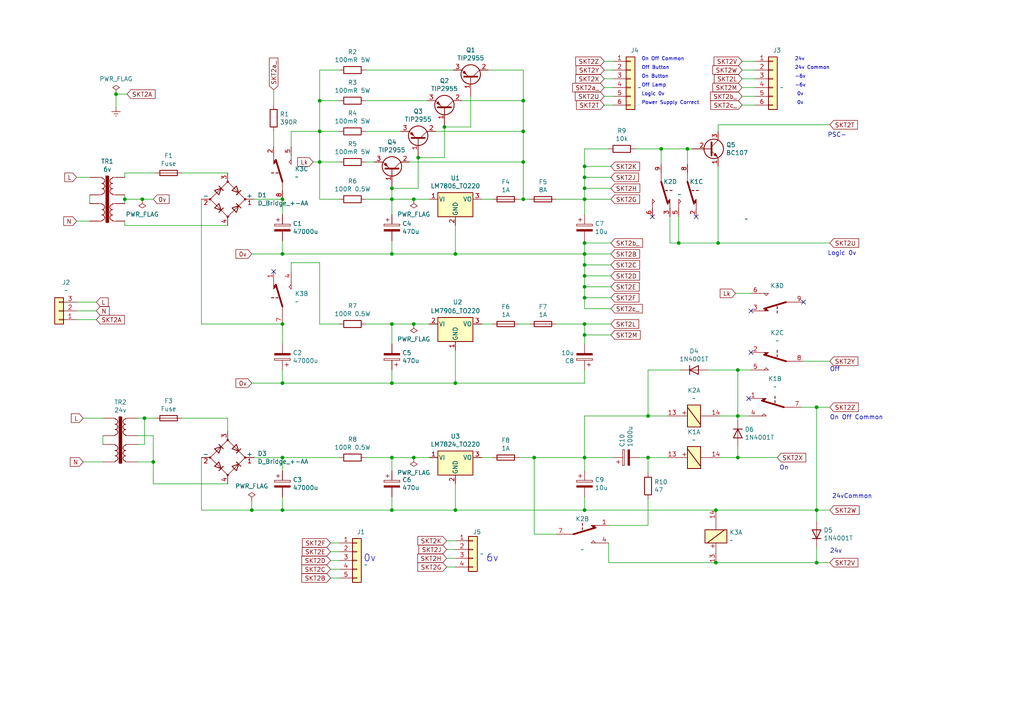
<source format=kicad_sch>
(kicad_sch (version 20211123) (generator eeschema)

  (uuid 6857a2c2-2727-486c-bc4c-6ff13a1d94d3)

  (paper "A4")

  (title_block
    (title "LSA 03")
    (comment 1 "2 Input NAND Gate")
  )

  (lib_symbols
    (symbol "Connector_Generic:Conn_01x03" (pin_names (offset 1.016) hide) (in_bom yes) (on_board yes)
      (property "Reference" "J" (id 0) (at 0 5.08 0)
        (effects (font (size 1.27 1.27)))
      )
      (property "Value" "Conn_01x03" (id 1) (at 0 -5.08 0)
        (effects (font (size 1.27 1.27)))
      )
      (property "Footprint" "" (id 2) (at 0 0 0)
        (effects (font (size 1.27 1.27)) hide)
      )
      (property "Datasheet" "~" (id 3) (at 0 0 0)
        (effects (font (size 1.27 1.27)) hide)
      )
      (property "ki_keywords" "connector" (id 4) (at 0 0 0)
        (effects (font (size 1.27 1.27)) hide)
      )
      (property "ki_description" "Generic connector, single row, 01x03, script generated (kicad-library-utils/schlib/autogen/connector/)" (id 5) (at 0 0 0)
        (effects (font (size 1.27 1.27)) hide)
      )
      (property "ki_fp_filters" "Connector*:*_1x??_*" (id 6) (at 0 0 0)
        (effects (font (size 1.27 1.27)) hide)
      )
      (symbol "Conn_01x03_1_1"
        (rectangle (start -1.27 -2.413) (end 0 -2.667)
          (stroke (width 0.1524) (type default) (color 0 0 0 0))
          (fill (type none))
        )
        (rectangle (start -1.27 0.127) (end 0 -0.127)
          (stroke (width 0.1524) (type default) (color 0 0 0 0))
          (fill (type none))
        )
        (rectangle (start -1.27 2.667) (end 0 2.413)
          (stroke (width 0.1524) (type default) (color 0 0 0 0))
          (fill (type none))
        )
        (rectangle (start -1.27 3.81) (end 1.27 -3.81)
          (stroke (width 0.254) (type default) (color 0 0 0 0))
          (fill (type background))
        )
        (pin passive line (at -5.08 2.54 0) (length 3.81)
          (name "Pin_1" (effects (font (size 1.27 1.27))))
          (number "1" (effects (font (size 1.27 1.27))))
        )
        (pin passive line (at -5.08 0 0) (length 3.81)
          (name "Pin_2" (effects (font (size 1.27 1.27))))
          (number "2" (effects (font (size 1.27 1.27))))
        )
        (pin passive line (at -5.08 -2.54 0) (length 3.81)
          (name "Pin_3" (effects (font (size 1.27 1.27))))
          (number "3" (effects (font (size 1.27 1.27))))
        )
      )
    )
    (symbol "Connector_Generic:Conn_01x04" (pin_names (offset 1.016) hide) (in_bom yes) (on_board yes)
      (property "Reference" "J" (id 0) (at 0 5.08 0)
        (effects (font (size 1.27 1.27)))
      )
      (property "Value" "Conn_01x04" (id 1) (at 0 -7.62 0)
        (effects (font (size 1.27 1.27)))
      )
      (property "Footprint" "" (id 2) (at 0 0 0)
        (effects (font (size 1.27 1.27)) hide)
      )
      (property "Datasheet" "~" (id 3) (at 0 0 0)
        (effects (font (size 1.27 1.27)) hide)
      )
      (property "ki_keywords" "connector" (id 4) (at 0 0 0)
        (effects (font (size 1.27 1.27)) hide)
      )
      (property "ki_description" "Generic connector, single row, 01x04, script generated (kicad-library-utils/schlib/autogen/connector/)" (id 5) (at 0 0 0)
        (effects (font (size 1.27 1.27)) hide)
      )
      (property "ki_fp_filters" "Connector*:*_1x??_*" (id 6) (at 0 0 0)
        (effects (font (size 1.27 1.27)) hide)
      )
      (symbol "Conn_01x04_1_1"
        (rectangle (start -1.27 -4.953) (end 0 -5.207)
          (stroke (width 0.1524) (type default) (color 0 0 0 0))
          (fill (type none))
        )
        (rectangle (start -1.27 -2.413) (end 0 -2.667)
          (stroke (width 0.1524) (type default) (color 0 0 0 0))
          (fill (type none))
        )
        (rectangle (start -1.27 0.127) (end 0 -0.127)
          (stroke (width 0.1524) (type default) (color 0 0 0 0))
          (fill (type none))
        )
        (rectangle (start -1.27 2.667) (end 0 2.413)
          (stroke (width 0.1524) (type default) (color 0 0 0 0))
          (fill (type none))
        )
        (rectangle (start -1.27 3.81) (end 1.27 -6.35)
          (stroke (width 0.254) (type default) (color 0 0 0 0))
          (fill (type background))
        )
        (pin passive line (at -5.08 2.54 0) (length 3.81)
          (name "Pin_1" (effects (font (size 1.27 1.27))))
          (number "1" (effects (font (size 1.27 1.27))))
        )
        (pin passive line (at -5.08 0 0) (length 3.81)
          (name "Pin_2" (effects (font (size 1.27 1.27))))
          (number "2" (effects (font (size 1.27 1.27))))
        )
        (pin passive line (at -5.08 -2.54 0) (length 3.81)
          (name "Pin_3" (effects (font (size 1.27 1.27))))
          (number "3" (effects (font (size 1.27 1.27))))
        )
        (pin passive line (at -5.08 -5.08 0) (length 3.81)
          (name "Pin_4" (effects (font (size 1.27 1.27))))
          (number "4" (effects (font (size 1.27 1.27))))
        )
      )
    )
    (symbol "Connector_Generic:Conn_01x05" (pin_names (offset 1.016) hide) (in_bom yes) (on_board yes)
      (property "Reference" "J" (id 0) (at 0 7.62 0)
        (effects (font (size 1.27 1.27)))
      )
      (property "Value" "Conn_01x05" (id 1) (at 0 -7.62 0)
        (effects (font (size 1.27 1.27)))
      )
      (property "Footprint" "" (id 2) (at 0 0 0)
        (effects (font (size 1.27 1.27)) hide)
      )
      (property "Datasheet" "~" (id 3) (at 0 0 0)
        (effects (font (size 1.27 1.27)) hide)
      )
      (property "ki_keywords" "connector" (id 4) (at 0 0 0)
        (effects (font (size 1.27 1.27)) hide)
      )
      (property "ki_description" "Generic connector, single row, 01x05, script generated (kicad-library-utils/schlib/autogen/connector/)" (id 5) (at 0 0 0)
        (effects (font (size 1.27 1.27)) hide)
      )
      (property "ki_fp_filters" "Connector*:*_1x??_*" (id 6) (at 0 0 0)
        (effects (font (size 1.27 1.27)) hide)
      )
      (symbol "Conn_01x05_1_1"
        (rectangle (start -1.27 -4.953) (end 0 -5.207)
          (stroke (width 0.1524) (type default) (color 0 0 0 0))
          (fill (type none))
        )
        (rectangle (start -1.27 -2.413) (end 0 -2.667)
          (stroke (width 0.1524) (type default) (color 0 0 0 0))
          (fill (type none))
        )
        (rectangle (start -1.27 0.127) (end 0 -0.127)
          (stroke (width 0.1524) (type default) (color 0 0 0 0))
          (fill (type none))
        )
        (rectangle (start -1.27 2.667) (end 0 2.413)
          (stroke (width 0.1524) (type default) (color 0 0 0 0))
          (fill (type none))
        )
        (rectangle (start -1.27 5.207) (end 0 4.953)
          (stroke (width 0.1524) (type default) (color 0 0 0 0))
          (fill (type none))
        )
        (rectangle (start -1.27 6.35) (end 1.27 -6.35)
          (stroke (width 0.254) (type default) (color 0 0 0 0))
          (fill (type background))
        )
        (pin passive line (at -5.08 5.08 0) (length 3.81)
          (name "Pin_1" (effects (font (size 1.27 1.27))))
          (number "1" (effects (font (size 1.27 1.27))))
        )
        (pin passive line (at -5.08 2.54 0) (length 3.81)
          (name "Pin_2" (effects (font (size 1.27 1.27))))
          (number "2" (effects (font (size 1.27 1.27))))
        )
        (pin passive line (at -5.08 0 0) (length 3.81)
          (name "Pin_3" (effects (font (size 1.27 1.27))))
          (number "3" (effects (font (size 1.27 1.27))))
        )
        (pin passive line (at -5.08 -2.54 0) (length 3.81)
          (name "Pin_4" (effects (font (size 1.27 1.27))))
          (number "4" (effects (font (size 1.27 1.27))))
        )
        (pin passive line (at -5.08 -5.08 0) (length 3.81)
          (name "Pin_5" (effects (font (size 1.27 1.27))))
          (number "5" (effects (font (size 1.27 1.27))))
        )
      )
    )
    (symbol "Connector_Generic:Conn_01x06" (pin_names (offset 1.016) hide) (in_bom yes) (on_board yes)
      (property "Reference" "J" (id 0) (at 0 7.62 0)
        (effects (font (size 1.27 1.27)))
      )
      (property "Value" "Conn_01x06" (id 1) (at 0 -10.16 0)
        (effects (font (size 1.27 1.27)))
      )
      (property "Footprint" "" (id 2) (at 0 0 0)
        (effects (font (size 1.27 1.27)) hide)
      )
      (property "Datasheet" "~" (id 3) (at 0 0 0)
        (effects (font (size 1.27 1.27)) hide)
      )
      (property "ki_keywords" "connector" (id 4) (at 0 0 0)
        (effects (font (size 1.27 1.27)) hide)
      )
      (property "ki_description" "Generic connector, single row, 01x06, script generated (kicad-library-utils/schlib/autogen/connector/)" (id 5) (at 0 0 0)
        (effects (font (size 1.27 1.27)) hide)
      )
      (property "ki_fp_filters" "Connector*:*_1x??_*" (id 6) (at 0 0 0)
        (effects (font (size 1.27 1.27)) hide)
      )
      (symbol "Conn_01x06_1_1"
        (rectangle (start -1.27 -7.493) (end 0 -7.747)
          (stroke (width 0.1524) (type default) (color 0 0 0 0))
          (fill (type none))
        )
        (rectangle (start -1.27 -4.953) (end 0 -5.207)
          (stroke (width 0.1524) (type default) (color 0 0 0 0))
          (fill (type none))
        )
        (rectangle (start -1.27 -2.413) (end 0 -2.667)
          (stroke (width 0.1524) (type default) (color 0 0 0 0))
          (fill (type none))
        )
        (rectangle (start -1.27 0.127) (end 0 -0.127)
          (stroke (width 0.1524) (type default) (color 0 0 0 0))
          (fill (type none))
        )
        (rectangle (start -1.27 2.667) (end 0 2.413)
          (stroke (width 0.1524) (type default) (color 0 0 0 0))
          (fill (type none))
        )
        (rectangle (start -1.27 5.207) (end 0 4.953)
          (stroke (width 0.1524) (type default) (color 0 0 0 0))
          (fill (type none))
        )
        (rectangle (start -1.27 6.35) (end 1.27 -8.89)
          (stroke (width 0.254) (type default) (color 0 0 0 0))
          (fill (type background))
        )
        (pin passive line (at -5.08 5.08 0) (length 3.81)
          (name "Pin_1" (effects (font (size 1.27 1.27))))
          (number "1" (effects (font (size 1.27 1.27))))
        )
        (pin passive line (at -5.08 2.54 0) (length 3.81)
          (name "Pin_2" (effects (font (size 1.27 1.27))))
          (number "2" (effects (font (size 1.27 1.27))))
        )
        (pin passive line (at -5.08 0 0) (length 3.81)
          (name "Pin_3" (effects (font (size 1.27 1.27))))
          (number "3" (effects (font (size 1.27 1.27))))
        )
        (pin passive line (at -5.08 -2.54 0) (length 3.81)
          (name "Pin_4" (effects (font (size 1.27 1.27))))
          (number "4" (effects (font (size 1.27 1.27))))
        )
        (pin passive line (at -5.08 -5.08 0) (length 3.81)
          (name "Pin_5" (effects (font (size 1.27 1.27))))
          (number "5" (effects (font (size 1.27 1.27))))
        )
        (pin passive line (at -5.08 -7.62 0) (length 3.81)
          (name "Pin_6" (effects (font (size 1.27 1.27))))
          (number "6" (effects (font (size 1.27 1.27))))
        )
      )
    )
    (symbol "Device:D" (pin_numbers hide) (pin_names (offset 1.016) hide) (in_bom yes) (on_board yes)
      (property "Reference" "D" (id 0) (at 0 2.54 0)
        (effects (font (size 1.27 1.27)))
      )
      (property "Value" "D" (id 1) (at 0 -2.54 0)
        (effects (font (size 1.27 1.27)))
      )
      (property "Footprint" "" (id 2) (at 0 0 0)
        (effects (font (size 1.27 1.27)) hide)
      )
      (property "Datasheet" "~" (id 3) (at 0 0 0)
        (effects (font (size 1.27 1.27)) hide)
      )
      (property "ki_keywords" "diode" (id 4) (at 0 0 0)
        (effects (font (size 1.27 1.27)) hide)
      )
      (property "ki_description" "Diode" (id 5) (at 0 0 0)
        (effects (font (size 1.27 1.27)) hide)
      )
      (property "ki_fp_filters" "TO-???* *_Diode_* *SingleDiode* D_*" (id 6) (at 0 0 0)
        (effects (font (size 1.27 1.27)) hide)
      )
      (symbol "D_0_1"
        (polyline
          (pts
            (xy -1.27 1.27)
            (xy -1.27 -1.27)
          )
          (stroke (width 0.254) (type default) (color 0 0 0 0))
          (fill (type none))
        )
        (polyline
          (pts
            (xy 1.27 0)
            (xy -1.27 0)
          )
          (stroke (width 0) (type default) (color 0 0 0 0))
          (fill (type none))
        )
        (polyline
          (pts
            (xy 1.27 1.27)
            (xy 1.27 -1.27)
            (xy -1.27 0)
            (xy 1.27 1.27)
          )
          (stroke (width 0.254) (type default) (color 0 0 0 0))
          (fill (type none))
        )
      )
      (symbol "D_1_1"
        (pin passive line (at -3.81 0 0) (length 2.54)
          (name "K" (effects (font (size 1.27 1.27))))
          (number "1" (effects (font (size 1.27 1.27))))
        )
        (pin passive line (at 3.81 0 180) (length 2.54)
          (name "A" (effects (font (size 1.27 1.27))))
          (number "2" (effects (font (size 1.27 1.27))))
        )
      )
    )
    (symbol "Device:D_Bridge_+-AA" (pin_names (offset 0)) (in_bom yes) (on_board yes)
      (property "Reference" "D" (id 0) (at 2.54 6.985 0)
        (effects (font (size 1.27 1.27)) (justify left))
      )
      (property "Value" "D_Bridge_+-AA" (id 1) (at 2.54 5.08 0)
        (effects (font (size 1.27 1.27)) (justify left))
      )
      (property "Footprint" "" (id 2) (at 0 0 0)
        (effects (font (size 1.27 1.27)) hide)
      )
      (property "Datasheet" "~" (id 3) (at 0 0 0)
        (effects (font (size 1.27 1.27)) hide)
      )
      (property "ki_keywords" "rectifier ACDC" (id 4) (at 0 0 0)
        (effects (font (size 1.27 1.27)) hide)
      )
      (property "ki_description" "Diode bridge, +ve/-ve/AC/AC" (id 5) (at 0 0 0)
        (effects (font (size 1.27 1.27)) hide)
      )
      (property "ki_fp_filters" "D*Bridge* D*Rectifier*" (id 6) (at 0 0 0)
        (effects (font (size 1.27 1.27)) hide)
      )
      (symbol "D_Bridge_+-AA_0_1"
        (circle (center -5.08 0) (radius 0.254)
          (stroke (width 0) (type default) (color 0 0 0 0))
          (fill (type outline))
        )
        (circle (center 0 -5.08) (radius 0.254)
          (stroke (width 0) (type default) (color 0 0 0 0))
          (fill (type outline))
        )
        (polyline
          (pts
            (xy -2.54 3.81)
            (xy -1.27 2.54)
          )
          (stroke (width 0.254) (type default) (color 0 0 0 0))
          (fill (type none))
        )
        (polyline
          (pts
            (xy -1.27 -2.54)
            (xy -2.54 -3.81)
          )
          (stroke (width 0.254) (type default) (color 0 0 0 0))
          (fill (type none))
        )
        (polyline
          (pts
            (xy 2.54 -1.27)
            (xy 3.81 -2.54)
          )
          (stroke (width 0.254) (type default) (color 0 0 0 0))
          (fill (type none))
        )
        (polyline
          (pts
            (xy 2.54 1.27)
            (xy 3.81 2.54)
          )
          (stroke (width 0.254) (type default) (color 0 0 0 0))
          (fill (type none))
        )
        (polyline
          (pts
            (xy -3.81 2.54)
            (xy -2.54 1.27)
            (xy -1.905 3.175)
            (xy -3.81 2.54)
          )
          (stroke (width 0.254) (type default) (color 0 0 0 0))
          (fill (type none))
        )
        (polyline
          (pts
            (xy -2.54 -1.27)
            (xy -3.81 -2.54)
            (xy -1.905 -3.175)
            (xy -2.54 -1.27)
          )
          (stroke (width 0.254) (type default) (color 0 0 0 0))
          (fill (type none))
        )
        (polyline
          (pts
            (xy 1.27 2.54)
            (xy 2.54 3.81)
            (xy 3.175 1.905)
            (xy 1.27 2.54)
          )
          (stroke (width 0.254) (type default) (color 0 0 0 0))
          (fill (type none))
        )
        (polyline
          (pts
            (xy 3.175 -1.905)
            (xy 1.27 -2.54)
            (xy 2.54 -3.81)
            (xy 3.175 -1.905)
          )
          (stroke (width 0.254) (type default) (color 0 0 0 0))
          (fill (type none))
        )
        (polyline
          (pts
            (xy -5.08 0)
            (xy 0 -5.08)
            (xy 5.08 0)
            (xy 0 5.08)
            (xy -5.08 0)
          )
          (stroke (width 0) (type default) (color 0 0 0 0))
          (fill (type none))
        )
        (circle (center 0 5.08) (radius 0.254)
          (stroke (width 0) (type default) (color 0 0 0 0))
          (fill (type outline))
        )
        (circle (center 5.08 0) (radius 0.254)
          (stroke (width 0) (type default) (color 0 0 0 0))
          (fill (type outline))
        )
      )
      (symbol "D_Bridge_+-AA_1_1"
        (pin passive line (at 7.62 0 180) (length 2.54)
          (name "+" (effects (font (size 1.27 1.27))))
          (number "1" (effects (font (size 1.27 1.27))))
        )
        (pin passive line (at -7.62 0 0) (length 2.54)
          (name "-" (effects (font (size 1.27 1.27))))
          (number "2" (effects (font (size 1.27 1.27))))
        )
        (pin passive line (at 0 7.62 270) (length 2.54)
          (name "~" (effects (font (size 1.27 1.27))))
          (number "3" (effects (font (size 1.27 1.27))))
        )
        (pin passive line (at 0 -7.62 90) (length 2.54)
          (name "~" (effects (font (size 1.27 1.27))))
          (number "4" (effects (font (size 1.27 1.27))))
        )
      )
    )
    (symbol "Device:Fuse" (pin_numbers hide) (pin_names (offset 0)) (in_bom yes) (on_board yes)
      (property "Reference" "F" (id 0) (at 2.032 0 90)
        (effects (font (size 1.27 1.27)))
      )
      (property "Value" "Fuse" (id 1) (at -1.905 0 90)
        (effects (font (size 1.27 1.27)))
      )
      (property "Footprint" "" (id 2) (at -1.778 0 90)
        (effects (font (size 1.27 1.27)) hide)
      )
      (property "Datasheet" "~" (id 3) (at 0 0 0)
        (effects (font (size 1.27 1.27)) hide)
      )
      (property "ki_keywords" "fuse" (id 4) (at 0 0 0)
        (effects (font (size 1.27 1.27)) hide)
      )
      (property "ki_description" "Fuse" (id 5) (at 0 0 0)
        (effects (font (size 1.27 1.27)) hide)
      )
      (property "ki_fp_filters" "*Fuse*" (id 6) (at 0 0 0)
        (effects (font (size 1.27 1.27)) hide)
      )
      (symbol "Fuse_0_1"
        (rectangle (start -0.762 -2.54) (end 0.762 2.54)
          (stroke (width 0.254) (type default) (color 0 0 0 0))
          (fill (type none))
        )
        (polyline
          (pts
            (xy 0 2.54)
            (xy 0 -2.54)
          )
          (stroke (width 0) (type default) (color 0 0 0 0))
          (fill (type none))
        )
      )
      (symbol "Fuse_1_1"
        (pin passive line (at 0 3.81 270) (length 1.27)
          (name "~" (effects (font (size 1.27 1.27))))
          (number "1" (effects (font (size 1.27 1.27))))
        )
        (pin passive line (at 0 -3.81 90) (length 1.27)
          (name "~" (effects (font (size 1.27 1.27))))
          (number "2" (effects (font (size 1.27 1.27))))
        )
      )
    )
    (symbol "Device:R" (pin_numbers hide) (pin_names (offset 0)) (in_bom yes) (on_board yes)
      (property "Reference" "R" (id 0) (at 2.032 0 90)
        (effects (font (size 1.27 1.27)))
      )
      (property "Value" "R" (id 1) (at 0 0 90)
        (effects (font (size 1.27 1.27)))
      )
      (property "Footprint" "" (id 2) (at -1.778 0 90)
        (effects (font (size 1.27 1.27)) hide)
      )
      (property "Datasheet" "~" (id 3) (at 0 0 0)
        (effects (font (size 1.27 1.27)) hide)
      )
      (property "ki_keywords" "R res resistor" (id 4) (at 0 0 0)
        (effects (font (size 1.27 1.27)) hide)
      )
      (property "ki_description" "Resistor" (id 5) (at 0 0 0)
        (effects (font (size 1.27 1.27)) hide)
      )
      (property "ki_fp_filters" "R_*" (id 6) (at 0 0 0)
        (effects (font (size 1.27 1.27)) hide)
      )
      (symbol "R_0_1"
        (rectangle (start -1.016 -2.54) (end 1.016 2.54)
          (stroke (width 0.254) (type default) (color 0 0 0 0))
          (fill (type none))
        )
      )
      (symbol "R_1_1"
        (pin passive line (at 0 3.81 270) (length 1.27)
          (name "~" (effects (font (size 1.27 1.27))))
          (number "1" (effects (font (size 1.27 1.27))))
        )
        (pin passive line (at 0 -3.81 90) (length 1.27)
          (name "~" (effects (font (size 1.27 1.27))))
          (number "2" (effects (font (size 1.27 1.27))))
        )
      )
    )
    (symbol "PSU-rescue:CP-Device" (pin_numbers hide) (pin_names (offset 0.254)) (in_bom yes) (on_board yes)
      (property "Reference" "C" (id 0) (at 0.635 2.54 0)
        (effects (font (size 1.27 1.27)) (justify left))
      )
      (property "Value" "CP-Device" (id 1) (at 0.635 -2.54 0)
        (effects (font (size 1.27 1.27)) (justify left))
      )
      (property "Footprint" "" (id 2) (at 0.9652 -3.81 0)
        (effects (font (size 1.27 1.27)) hide)
      )
      (property "Datasheet" "" (id 3) (at 0 0 0)
        (effects (font (size 1.27 1.27)) hide)
      )
      (property "ki_fp_filters" "CP_*" (id 4) (at 0 0 0)
        (effects (font (size 1.27 1.27)) hide)
      )
      (symbol "CP-Device_0_1"
        (rectangle (start -2.286 0.508) (end -2.286 1.016)
          (stroke (width 0) (type default) (color 0 0 0 0))
          (fill (type none))
        )
        (rectangle (start -2.286 0.508) (end 2.286 0.508)
          (stroke (width 0) (type default) (color 0 0 0 0))
          (fill (type none))
        )
        (polyline
          (pts
            (xy -1.778 2.286)
            (xy -0.762 2.286)
          )
          (stroke (width 0) (type default) (color 0 0 0 0))
          (fill (type none))
        )
        (polyline
          (pts
            (xy -1.27 2.794)
            (xy -1.27 1.778)
          )
          (stroke (width 0) (type default) (color 0 0 0 0))
          (fill (type none))
        )
        (rectangle (start 2.286 -0.508) (end -2.286 -1.016)
          (stroke (width 0) (type default) (color 0 0 0 0))
          (fill (type outline))
        )
        (rectangle (start 2.286 1.016) (end -2.286 1.016)
          (stroke (width 0) (type default) (color 0 0 0 0))
          (fill (type none))
        )
        (rectangle (start 2.286 1.016) (end 2.286 0.508)
          (stroke (width 0) (type default) (color 0 0 0 0))
          (fill (type none))
        )
      )
      (symbol "CP-Device_1_1"
        (pin passive line (at 0 3.81 270) (length 2.794)
          (name "~" (effects (font (size 1.27 1.27))))
          (number "1" (effects (font (size 1.27 1.27))))
        )
        (pin passive line (at 0 -3.81 90) (length 2.794)
          (name "~" (effects (font (size 1.27 1.27))))
          (number "2" (effects (font (size 1.27 1.27))))
        )
      )
    )
    (symbol "PSU-rescue:FRT5_separated-LSA" (pin_names (offset 1.016)) (in_bom yes) (on_board yes)
      (property "Reference" "K" (id 0) (at 5.08 2.54 0)
        (effects (font (size 1.27 1.27)) (justify left top))
      )
      (property "Value" "FRT5_separated-LSA" (id 1) (at 5.08 0 0)
        (effects (font (size 1.27 1.27)) (justify left top))
      )
      (property "Footprint" "Relay_THT:Relay_DPDT_FRT5" (id 2) (at 5.08 -2.54 0)
        (effects (font (size 1.27 1.27)) (justify left) hide)
      )
      (property "Datasheet" "" (id 3) (at 5.08 2.54 0)
        (effects (font (size 1.27 1.27)) hide)
      )
      (property "ki_locked" "" (id 4) (at 0 0 0)
        (effects (font (size 1.27 1.27)))
      )
      (property "ki_fp_filters" "Relay*DPDT*FRT5*" (id 5) (at 0 0 0)
        (effects (font (size 1.27 1.27)) hide)
      )
      (symbol "FRT5_separated-LSA_1_1"
        (rectangle (start -3.175 1.905) (end 3.175 -1.905)
          (stroke (width 0.254) (type default) (color 0 0 0 0))
          (fill (type background))
        )
        (polyline
          (pts
            (xy -2.54 -1.905)
            (xy 2.54 1.905)
          )
          (stroke (width 0.254) (type default) (color 0 0 0 0))
          (fill (type none))
        )
        (polyline
          (pts
            (xy 0 -5.08)
            (xy 0 -1.905)
          )
          (stroke (width 0) (type default) (color 0 0 0 0))
          (fill (type none))
        )
        (polyline
          (pts
            (xy 0 5.08)
            (xy 0 1.905)
          )
          (stroke (width 0) (type default) (color 0 0 0 0))
          (fill (type none))
        )
        (polyline
          (pts
            (xy 0.381 2.794)
            (xy 1.397 2.794)
          )
          (stroke (width 0) (type default) (color 0 0 0 0))
          (fill (type none))
        )
        (polyline
          (pts
            (xy 0.889 3.302)
            (xy 0.889 2.286)
          )
          (stroke (width 0) (type default) (color 0 0 0 0))
          (fill (type none))
        )
        (pin passive line (at 0 7.62 270) (length 2.54)
          (name "~" (effects (font (size 1.27 1.27))))
          (number "13" (effects (font (size 1.27 1.27))))
        )
        (pin passive line (at 0 -7.62 90) (length 2.54)
          (name "~" (effects (font (size 1.27 1.27))))
          (number "14" (effects (font (size 1.27 1.27))))
        )
      )
      (symbol "FRT5_separated-LSA_2_1"
        (polyline
          (pts
            (xy -3.175 0)
            (xy -2.54 0)
          )
          (stroke (width 0.254) (type default) (color 0 0 0 0))
          (fill (type none))
        )
        (polyline
          (pts
            (xy -2.54 2.54)
            (xy -2.54 5.08)
          )
          (stroke (width 0) (type default) (color 0 0 0 0))
          (fill (type none))
        )
        (polyline
          (pts
            (xy -1.905 0)
            (xy -1.27 0)
          )
          (stroke (width 0.254) (type default) (color 0 0 0 0))
          (fill (type none))
        )
        (polyline
          (pts
            (xy 0 -2.54)
            (xy -1.905 3.81)
          )
          (stroke (width 0.508) (type default) (color 0 0 0 0))
          (fill (type none))
        )
        (polyline
          (pts
            (xy 0 -2.54)
            (xy 0 -5.08)
          )
          (stroke (width 0) (type default) (color 0 0 0 0))
          (fill (type none))
        )
        (polyline
          (pts
            (xy 2.54 2.54)
            (xy 2.54 5.08)
          )
          (stroke (width 0) (type default) (color 0 0 0 0))
          (fill (type none))
        )
        (polyline
          (pts
            (xy -2.54 2.54)
            (xy -1.905 3.175)
            (xy -2.54 3.81)
          )
          (stroke (width 0) (type default) (color 0 0 0 0))
          (fill (type outline))
        )
        (polyline
          (pts
            (xy 2.54 2.54)
            (xy 1.905 3.175)
            (xy 2.54 3.81)
          )
          (stroke (width 0) (type default) (color 0 0 0 0))
          (fill (type none))
        )
        (pin passive line (at -2.54 7.62 270) (length 2.54)
          (name "~" (effects (font (size 1.27 1.27))))
          (number "1" (effects (font (size 1.27 1.27))))
        )
        (pin passive line (at 2.54 7.62 270) (length 2.54)
          (name "~" (effects (font (size 1.27 1.27))))
          (number "4" (effects (font (size 1.27 1.27))))
        )
        (pin passive line (at 0 -7.62 90) (length 2.54)
          (name "~" (effects (font (size 1.27 1.27))))
          (number "7" (effects (font (size 1.27 1.27))))
        )
      )
      (symbol "FRT5_separated-LSA_3_1"
        (polyline
          (pts
            (xy -3.175 0)
            (xy -2.54 0)
          )
          (stroke (width 0.254) (type default) (color 0 0 0 0))
          (fill (type none))
        )
        (polyline
          (pts
            (xy -2.54 2.54)
            (xy -2.54 5.08)
          )
          (stroke (width 0) (type default) (color 0 0 0 0))
          (fill (type none))
        )
        (polyline
          (pts
            (xy -1.905 0)
            (xy -1.27 0)
          )
          (stroke (width 0.254) (type default) (color 0 0 0 0))
          (fill (type none))
        )
        (polyline
          (pts
            (xy 0 -2.54)
            (xy -1.905 3.81)
          )
          (stroke (width 0.508) (type default) (color 0 0 0 0))
          (fill (type none))
        )
        (polyline
          (pts
            (xy 0 -2.54)
            (xy 0 -5.08)
          )
          (stroke (width 0) (type default) (color 0 0 0 0))
          (fill (type none))
        )
        (polyline
          (pts
            (xy 2.54 2.54)
            (xy 2.54 5.08)
          )
          (stroke (width 0) (type default) (color 0 0 0 0))
          (fill (type none))
        )
        (polyline
          (pts
            (xy -2.54 2.54)
            (xy -1.905 3.175)
            (xy -2.54 3.81)
          )
          (stroke (width 0) (type default) (color 0 0 0 0))
          (fill (type outline))
        )
        (polyline
          (pts
            (xy 2.54 2.54)
            (xy 1.905 3.175)
            (xy 2.54 3.81)
          )
          (stroke (width 0) (type default) (color 0 0 0 0))
          (fill (type none))
        )
        (pin passive line (at -2.54 7.62 270) (length 2.54)
          (name "~" (effects (font (size 1.27 1.27))))
          (number "2" (effects (font (size 1.27 1.27))))
        )
        (pin passive line (at 2.54 7.62 270) (length 2.54)
          (name "~" (effects (font (size 1.27 1.27))))
          (number "5" (effects (font (size 1.27 1.27))))
        )
        (pin passive line (at 0 -7.62 90) (length 2.54)
          (name "~" (effects (font (size 1.27 1.27))))
          (number "8" (effects (font (size 1.27 1.27))))
        )
      )
      (symbol "FRT5_separated-LSA_4_1"
        (polyline
          (pts
            (xy -3.175 0)
            (xy -2.54 0)
          )
          (stroke (width 0.254) (type default) (color 0 0 0 0))
          (fill (type none))
        )
        (polyline
          (pts
            (xy -2.54 2.54)
            (xy -2.54 5.08)
          )
          (stroke (width 0) (type default) (color 0 0 0 0))
          (fill (type none))
        )
        (polyline
          (pts
            (xy -1.905 0)
            (xy -1.27 0)
          )
          (stroke (width 0.254) (type default) (color 0 0 0 0))
          (fill (type none))
        )
        (polyline
          (pts
            (xy 0 -2.54)
            (xy -1.905 3.81)
          )
          (stroke (width 0.508) (type default) (color 0 0 0 0))
          (fill (type none))
        )
        (polyline
          (pts
            (xy 0 -2.54)
            (xy 0 -5.08)
          )
          (stroke (width 0) (type default) (color 0 0 0 0))
          (fill (type none))
        )
        (polyline
          (pts
            (xy 2.54 2.54)
            (xy 2.54 5.08)
          )
          (stroke (width 0) (type default) (color 0 0 0 0))
          (fill (type none))
        )
        (polyline
          (pts
            (xy -2.54 2.54)
            (xy -1.905 3.175)
            (xy -2.54 3.81)
          )
          (stroke (width 0) (type default) (color 0 0 0 0))
          (fill (type outline))
        )
        (polyline
          (pts
            (xy 2.54 2.54)
            (xy 1.905 3.175)
            (xy 2.54 3.81)
          )
          (stroke (width 0) (type default) (color 0 0 0 0))
          (fill (type none))
        )
        (pin passive line (at -2.54 7.62 270) (length 2.54)
          (name "~" (effects (font (size 1.27 1.27))))
          (number "3" (effects (font (size 1.27 1.27))))
        )
        (pin passive line (at 2.54 7.62 270) (length 2.54)
          (name "~" (effects (font (size 1.27 1.27))))
          (number "6" (effects (font (size 1.27 1.27))))
        )
        (pin passive line (at 0 -7.62 90) (length 2.54)
          (name "~" (effects (font (size 1.27 1.27))))
          (number "9" (effects (font (size 1.27 1.27))))
        )
      )
    )
    (symbol "PSU-rescue:LM7806_TO220-LSA" (pin_names (offset 0.254)) (in_bom yes) (on_board yes)
      (property "Reference" "U" (id 0) (at -3.81 3.175 0)
        (effects (font (size 1.27 1.27)))
      )
      (property "Value" "LM7806_TO220-LSA" (id 1) (at 0 3.175 0)
        (effects (font (size 1.27 1.27)) (justify left))
      )
      (property "Footprint" "Package_TO_SOT_THT:TO-220-3_Vertical" (id 2) (at 0 5.715 0)
        (effects (font (size 1.27 1.27) italic) hide)
      )
      (property "Datasheet" "" (id 3) (at 0 -1.27 0)
        (effects (font (size 1.27 1.27)) hide)
      )
      (property "ki_fp_filters" "TO?220*" (id 4) (at 0 0 0)
        (effects (font (size 1.27 1.27)) hide)
      )
      (symbol "LM7806_TO220-LSA_0_1"
        (rectangle (start -5.08 1.905) (end 5.08 -5.08)
          (stroke (width 0.254) (type default) (color 0 0 0 0))
          (fill (type background))
        )
      )
      (symbol "LM7806_TO220-LSA_1_1"
        (pin power_in line (at -7.62 0 0) (length 2.54)
          (name "VI" (effects (font (size 1.27 1.27))))
          (number "1" (effects (font (size 1.27 1.27))))
        )
        (pin power_in line (at 0 -7.62 90) (length 2.54)
          (name "GND" (effects (font (size 1.27 1.27))))
          (number "2" (effects (font (size 1.27 1.27))))
        )
        (pin power_out line (at 7.62 0 180) (length 2.54)
          (name "VO" (effects (font (size 1.27 1.27))))
          (number "3" (effects (font (size 1.27 1.27))))
        )
      )
    )
    (symbol "PSU-rescue:LM7824_TO220-LSA" (pin_names (offset 0.254)) (in_bom yes) (on_board yes)
      (property "Reference" "U" (id 0) (at -3.81 3.175 0)
        (effects (font (size 1.27 1.27)))
      )
      (property "Value" "LM7824_TO220-LSA" (id 1) (at 0 3.175 0)
        (effects (font (size 1.27 1.27)) (justify left))
      )
      (property "Footprint" "Package_TO_SOT_THT:TO-220-3_Vertical" (id 2) (at 0 5.715 0)
        (effects (font (size 1.27 1.27) italic) hide)
      )
      (property "Datasheet" "" (id 3) (at 0 -1.27 0)
        (effects (font (size 1.27 1.27)) hide)
      )
      (property "ki_fp_filters" "TO?220*" (id 4) (at 0 0 0)
        (effects (font (size 1.27 1.27)) hide)
      )
      (symbol "LM7824_TO220-LSA_0_1"
        (rectangle (start -5.08 1.905) (end 5.08 -5.08)
          (stroke (width 0.254) (type default) (color 0 0 0 0))
          (fill (type background))
        )
      )
      (symbol "LM7824_TO220-LSA_1_1"
        (pin power_in line (at -7.62 0 0) (length 2.54)
          (name "VI" (effects (font (size 1.27 1.27))))
          (number "1" (effects (font (size 1.27 1.27))))
        )
        (pin power_in line (at 0 -7.62 90) (length 2.54)
          (name "GND" (effects (font (size 1.27 1.27))))
          (number "2" (effects (font (size 1.27 1.27))))
        )
        (pin power_out line (at 7.62 0 180) (length 2.54)
          (name "VO" (effects (font (size 1.27 1.27))))
          (number "3" (effects (font (size 1.27 1.27))))
        )
      )
    )
    (symbol "PSU-rescue:Q_NPN-LSA" (pin_names (offset 0) hide) (in_bom yes) (on_board yes)
      (property "Reference" "Q" (id 0) (at 5.08 1.27 0)
        (effects (font (size 1.27 1.27)) (justify left))
      )
      (property "Value" "Q_NPN-LSA" (id 1) (at 5.08 -1.27 0)
        (effects (font (size 1.27 1.27)) (justify left))
      )
      (property "Footprint" "" (id 2) (at 5.08 2.54 0)
        (effects (font (size 1.27 1.27)) hide)
      )
      (property "Datasheet" "" (id 3) (at 0 0 0)
        (effects (font (size 1.27 1.27)) hide)
      )
      (symbol "Q_NPN-LSA_0_1"
        (polyline
          (pts
            (xy 0.635 0.635)
            (xy 2.54 2.54)
          )
          (stroke (width 0) (type default) (color 0 0 0 0))
          (fill (type none))
        )
        (polyline
          (pts
            (xy 0.635 -0.635)
            (xy 2.54 -2.54)
            (xy 2.54 -2.54)
          )
          (stroke (width 0) (type default) (color 0 0 0 0))
          (fill (type none))
        )
        (polyline
          (pts
            (xy 0.635 1.905)
            (xy 0.635 -1.905)
            (xy 0.635 -1.905)
          )
          (stroke (width 0.508) (type default) (color 0 0 0 0))
          (fill (type none))
        )
        (polyline
          (pts
            (xy 1.27 -1.778)
            (xy 1.778 -1.27)
            (xy 2.286 -2.286)
            (xy 1.27 -1.778)
            (xy 1.27 -1.778)
          )
          (stroke (width 0) (type default) (color 0 0 0 0))
          (fill (type outline))
        )
        (circle (center 1.27 0) (radius 2.8194)
          (stroke (width 0.254) (type default) (color 0 0 0 0))
          (fill (type none))
        )
      )
      (symbol "Q_NPN-LSA_1_1"
        (pin passive line (at 2.54 -5.08 90) (length 2.54)
          (name "E" (effects (font (size 1.27 1.27))))
          (number "1" (effects (font (size 1.27 1.27))))
        )
        (pin passive line (at -5.08 0 0) (length 5.715)
          (name "B" (effects (font (size 1.27 1.27))))
          (number "2" (effects (font (size 1.27 1.27))))
        )
        (pin passive line (at 2.54 5.08 270) (length 2.54)
          (name "C" (effects (font (size 1.27 1.27))))
          (number "3" (effects (font (size 1.27 1.27))))
        )
      )
    )
    (symbol "PSU-rescue:TIP2955-LSA" (pin_names (offset 0) hide) (in_bom yes) (on_board yes)
      (property "Reference" "Q" (id 0) (at 5.08 1.905 0)
        (effects (font (size 1.27 1.27)) (justify left))
      )
      (property "Value" "TIP2955-LSA" (id 1) (at 5.08 0 0)
        (effects (font (size 1.27 1.27)) (justify left))
      )
      (property "Footprint" "Package_TO_SOT_THT:TO-218-3_Vertical" (id 2) (at 5.08 -1.905 0)
        (effects (font (size 1.27 1.27) italic) (justify left) hide)
      )
      (property "Datasheet" "" (id 3) (at 0 0 0)
        (effects (font (size 1.27 1.27)) (justify left) hide)
      )
      (property "ki_fp_filters" "TO?218*" (id 4) (at 0 0 0)
        (effects (font (size 1.27 1.27)) hide)
      )
      (symbol "TIP2955-LSA_0_1"
        (polyline
          (pts
            (xy 0.635 0.635)
            (xy 2.54 2.54)
          )
          (stroke (width 0) (type default) (color 0 0 0 0))
          (fill (type none))
        )
        (polyline
          (pts
            (xy 0.635 -0.635)
            (xy 2.54 -2.54)
            (xy 2.54 -2.54)
          )
          (stroke (width 0) (type default) (color 0 0 0 0))
          (fill (type none))
        )
        (polyline
          (pts
            (xy 0.635 1.905)
            (xy 0.635 -1.905)
            (xy 0.635 -1.905)
          )
          (stroke (width 0.508) (type default) (color 0 0 0 0))
          (fill (type none))
        )
        (polyline
          (pts
            (xy 2.286 -1.778)
            (xy 1.778 -2.286)
            (xy 1.27 -1.27)
            (xy 2.286 -1.778)
            (xy 2.286 -1.778)
          )
          (stroke (width 0) (type default) (color 0 0 0 0))
          (fill (type outline))
        )
        (circle (center 1.27 0) (radius 2.8194)
          (stroke (width 0.254) (type default) (color 0 0 0 0))
          (fill (type none))
        )
      )
      (symbol "TIP2955-LSA_1_1"
        (pin input line (at -5.08 0 0) (length 5.715)
          (name "B" (effects (font (size 1.27 1.27))))
          (number "1" (effects (font (size 1.27 1.27))))
        )
        (pin passive line (at 2.54 5.08 270) (length 2.54)
          (name "C" (effects (font (size 1.27 1.27))))
          (number "2" (effects (font (size 1.27 1.27))))
        )
        (pin passive line (at 2.54 -5.08 90) (length 2.54)
          (name "E" (effects (font (size 1.27 1.27))))
          (number "3" (effects (font (size 1.27 1.27))))
        )
      )
    )
    (symbol "Regulator_Linear:LM7906_TO220" (pin_names (offset 0.254)) (in_bom yes) (on_board yes)
      (property "Reference" "U" (id 0) (at -3.81 -3.175 0)
        (effects (font (size 1.27 1.27)))
      )
      (property "Value" "LM7906_TO220" (id 1) (at 0 -3.175 0)
        (effects (font (size 1.27 1.27)) (justify left))
      )
      (property "Footprint" "Package_TO_SOT_THT:TO-220-3_Vertical" (id 2) (at 0 -5.08 0)
        (effects (font (size 1.27 1.27) italic) hide)
      )
      (property "Datasheet" "https://www.onsemi.com/pub/Collateral/MC7900-D.PDF" (id 3) (at 0 0 0)
        (effects (font (size 1.27 1.27)) hide)
      )
      (property "ki_keywords" "Voltage Regulator 1A Negative" (id 4) (at 0 0 0)
        (effects (font (size 1.27 1.27)) hide)
      )
      (property "ki_description" "Negative 1A 35V Linear Regulator, Fixed Output 6V, TO-220" (id 5) (at 0 0 0)
        (effects (font (size 1.27 1.27)) hide)
      )
      (property "ki_fp_filters" "TO?220*" (id 6) (at 0 0 0)
        (effects (font (size 1.27 1.27)) hide)
      )
      (symbol "LM7906_TO220_0_1"
        (rectangle (start -5.08 5.08) (end 5.08 -1.905)
          (stroke (width 0.254) (type default) (color 0 0 0 0))
          (fill (type background))
        )
      )
      (symbol "LM7906_TO220_1_1"
        (pin power_in line (at 0 7.62 270) (length 2.54)
          (name "GND" (effects (font (size 1.27 1.27))))
          (number "1" (effects (font (size 1.27 1.27))))
        )
        (pin power_in line (at -7.62 0 0) (length 2.54)
          (name "VI" (effects (font (size 1.27 1.27))))
          (number "2" (effects (font (size 1.27 1.27))))
        )
        (pin power_out line (at 7.62 0 180) (length 2.54)
          (name "VO" (effects (font (size 1.27 1.27))))
          (number "3" (effects (font (size 1.27 1.27))))
        )
      )
    )
    (symbol "Transformer:TRANSF6" (pin_numbers hide) (pin_names (offset 0)) (in_bom yes) (on_board yes)
      (property "Reference" "TR" (id 0) (at 0 10.16 0)
        (effects (font (size 1.27 1.27)))
      )
      (property "Value" "TRANSF6" (id 1) (at 0 -7.62 0)
        (effects (font (size 1.27 1.27)))
      )
      (property "Footprint" "" (id 2) (at 0 0 0)
        (effects (font (size 1.27 1.27)) hide)
      )
      (property "Datasheet" "" (id 3) (at 0 0 0)
        (effects (font (size 1.27 1.27)) hide)
      )
      (symbol "TRANSF6_0_1"
        (arc (start -1.524 -4.826) (mid -0.762 -4.064) (end -1.524 -3.302)
          (stroke (width 0.2032) (type default) (color 0 0 0 0))
          (fill (type none))
        )
        (arc (start -1.524 -3.302) (mid -0.762 -2.54) (end -1.524 -1.778)
          (stroke (width 0.2032) (type default) (color 0 0 0 0))
          (fill (type none))
        )
        (arc (start -1.524 -1.778) (mid -0.762 -1.016) (end -1.524 -0.254)
          (stroke (width 0.2032) (type default) (color 0 0 0 0))
          (fill (type none))
        )
        (arc (start -1.524 2.794) (mid -0.762 3.556) (end -1.524 4.318)
          (stroke (width 0.2032) (type default) (color 0 0 0 0))
          (fill (type none))
        )
        (arc (start -1.524 4.318) (mid -0.762 5.08) (end -1.524 5.842)
          (stroke (width 0.2032) (type default) (color 0 0 0 0))
          (fill (type none))
        )
        (arc (start -1.524 5.842) (mid -0.762 6.604) (end -1.524 7.366)
          (stroke (width 0.2032) (type default) (color 0 0 0 0))
          (fill (type none))
        )
        (rectangle (start -0.254 7.874) (end 0.254 -5.334)
          (stroke (width 0.508) (type default) (color 0 0 0 0))
          (fill (type outline))
        )
        (polyline
          (pts
            (xy 1.524 -4.826)
            (xy 1.524 -5.08)
            (xy 1.524 -5.08)
          )
          (stroke (width 0) (type default) (color 0 0 0 0))
          (fill (type outline))
        )
        (polyline
          (pts
            (xy 1.524 0)
            (xy 1.524 -0.254)
            (xy 1.524 -0.254)
          )
          (stroke (width 0) (type default) (color 0 0 0 0))
          (fill (type outline))
        )
        (polyline
          (pts
            (xy 1.524 0)
            (xy 2.54 0)
            (xy 2.54 0)
          )
          (stroke (width 0) (type default) (color 0 0 0 0))
          (fill (type none))
        )
        (polyline
          (pts
            (xy 1.524 2.54)
            (xy 1.524 2.794)
            (xy 1.524 2.794)
          )
          (stroke (width 0) (type default) (color 0 0 0 0))
          (fill (type outline))
        )
        (polyline
          (pts
            (xy 1.524 2.54)
            (xy 2.54 2.54)
            (xy 2.54 2.54)
          )
          (stroke (width 0) (type default) (color 0 0 0 0))
          (fill (type none))
        )
        (polyline
          (pts
            (xy 1.524 7.62)
            (xy 1.524 7.366)
            (xy 1.524 7.366)
          )
          (stroke (width 0) (type default) (color 0 0 0 0))
          (fill (type outline))
        )
        (polyline
          (pts
            (xy 1.524 7.62)
            (xy 2.54 7.62)
            (xy 2.54 7.62)
          )
          (stroke (width 0) (type default) (color 0 0 0 0))
          (fill (type none))
        )
        (polyline
          (pts
            (xy 2.54 -5.08)
            (xy 1.524 -5.08)
            (xy 1.524 -5.08)
          )
          (stroke (width 0) (type default) (color 0 0 0 0))
          (fill (type none))
        )
        (polyline
          (pts
            (xy -1.524 -4.826)
            (xy -1.524 -5.08)
            (xy -2.54 -5.08)
            (xy -2.54 -5.08)
          )
          (stroke (width 0) (type default) (color 0 0 0 0))
          (fill (type none))
        )
        (polyline
          (pts
            (xy -1.524 -0.254)
            (xy -1.524 0)
            (xy -2.54 0)
            (xy -2.54 0)
          )
          (stroke (width 0) (type default) (color 0 0 0 0))
          (fill (type none))
        )
        (polyline
          (pts
            (xy -1.524 2.794)
            (xy -1.524 2.54)
            (xy -2.54 2.54)
            (xy -2.54 2.54)
          )
          (stroke (width 0) (type default) (color 0 0 0 0))
          (fill (type none))
        )
        (polyline
          (pts
            (xy -1.524 7.366)
            (xy -1.524 7.62)
            (xy -2.54 7.62)
            (xy -2.54 7.62)
          )
          (stroke (width 0) (type default) (color 0 0 0 0))
          (fill (type none))
        )
        (arc (start 1.524 -3.302) (mid 0.762 -4.064) (end 1.524 -4.826)
          (stroke (width 0.2032) (type default) (color 0 0 0 0))
          (fill (type none))
        )
        (arc (start 1.524 -1.778) (mid 0.762 -2.54) (end 1.524 -3.302)
          (stroke (width 0.2032) (type default) (color 0 0 0 0))
          (fill (type none))
        )
        (arc (start 1.524 -0.254) (mid 0.762 -1.016) (end 1.524 -1.778)
          (stroke (width 0.2032) (type default) (color 0 0 0 0))
          (fill (type none))
        )
        (arc (start 1.524 4.318) (mid 0.762 3.556) (end 1.524 2.794)
          (stroke (width 0.2032) (type default) (color 0 0 0 0))
          (fill (type none))
        )
        (arc (start 1.524 5.842) (mid 0.762 5.08) (end 1.524 4.318)
          (stroke (width 0.2032) (type default) (color 0 0 0 0))
          (fill (type none))
        )
        (arc (start 1.524 7.366) (mid 0.762 6.604) (end 1.524 5.842)
          (stroke (width 0.2032) (type default) (color 0 0 0 0))
          (fill (type none))
        )
      )
      (symbol "TRANSF6_1_1"
        (pin passive line (at -5.08 7.62 0) (length 2.54)
          (name "~" (effects (font (size 1.27 1.27))))
          (number "1" (effects (font (size 1.27 1.27))))
        )
        (pin passive line (at -5.08 2.54 0) (length 2.54)
          (name "~" (effects (font (size 1.27 1.27))))
          (number "2" (effects (font (size 1.27 1.27))))
        )
        (pin passive line (at -5.08 0 0) (length 2.54)
          (name "~" (effects (font (size 1.27 1.27))))
          (number "3" (effects (font (size 1.27 1.27))))
        )
        (pin passive line (at -5.08 -5.08 0) (length 2.54)
          (name "~" (effects (font (size 1.27 1.27))))
          (number "4" (effects (font (size 1.27 1.27))))
        )
        (pin passive line (at 5.08 -5.08 180) (length 2.54)
          (name "~" (effects (font (size 1.27 1.27))))
          (number "5" (effects (font (size 1.27 1.27))))
        )
        (pin passive line (at 5.08 0 180) (length 2.54)
          (name "~" (effects (font (size 1.27 1.27))))
          (number "6" (effects (font (size 1.27 1.27))))
        )
        (pin passive line (at 5.08 2.54 180) (length 2.54)
          (name "~" (effects (font (size 1.27 1.27))))
          (number "7" (effects (font (size 1.27 1.27))))
        )
        (pin passive line (at 5.08 7.62 180) (length 2.54)
          (name "~" (effects (font (size 1.27 1.27))))
          (number "8" (effects (font (size 1.27 1.27))))
        )
      )
    )
    (symbol "power:Earth" (power) (pin_names (offset 0)) (in_bom yes) (on_board yes)
      (property "Reference" "#PWR" (id 0) (at 0 -6.35 0)
        (effects (font (size 1.27 1.27)) hide)
      )
      (property "Value" "Earth" (id 1) (at 0 -3.81 0)
        (effects (font (size 1.27 1.27)) hide)
      )
      (property "Footprint" "" (id 2) (at 0 0 0)
        (effects (font (size 1.27 1.27)) hide)
      )
      (property "Datasheet" "~" (id 3) (at 0 0 0)
        (effects (font (size 1.27 1.27)) hide)
      )
      (property "ki_keywords" "global ground gnd" (id 4) (at 0 0 0)
        (effects (font (size 1.27 1.27)) hide)
      )
      (property "ki_description" "Power symbol creates a global label with name \"Earth\"" (id 5) (at 0 0 0)
        (effects (font (size 1.27 1.27)) hide)
      )
      (symbol "Earth_0_1"
        (polyline
          (pts
            (xy -0.635 -1.905)
            (xy 0.635 -1.905)
          )
          (stroke (width 0) (type default) (color 0 0 0 0))
          (fill (type none))
        )
        (polyline
          (pts
            (xy -0.127 -2.54)
            (xy 0.127 -2.54)
          )
          (stroke (width 0) (type default) (color 0 0 0 0))
          (fill (type none))
        )
        (polyline
          (pts
            (xy 0 -1.27)
            (xy 0 0)
          )
          (stroke (width 0) (type default) (color 0 0 0 0))
          (fill (type none))
        )
        (polyline
          (pts
            (xy 1.27 -1.27)
            (xy -1.27 -1.27)
          )
          (stroke (width 0) (type default) (color 0 0 0 0))
          (fill (type none))
        )
      )
      (symbol "Earth_1_1"
        (pin power_in line (at 0 0 270) (length 0) hide
          (name "Earth" (effects (font (size 1.27 1.27))))
          (number "1" (effects (font (size 1.27 1.27))))
        )
      )
    )
    (symbol "power:PWR_FLAG" (power) (pin_numbers hide) (pin_names (offset 0) hide) (in_bom yes) (on_board yes)
      (property "Reference" "#FLG" (id 0) (at 0 1.905 0)
        (effects (font (size 1.27 1.27)) hide)
      )
      (property "Value" "PWR_FLAG" (id 1) (at 0 3.81 0)
        (effects (font (size 1.27 1.27)))
      )
      (property "Footprint" "" (id 2) (at 0 0 0)
        (effects (font (size 1.27 1.27)) hide)
      )
      (property "Datasheet" "~" (id 3) (at 0 0 0)
        (effects (font (size 1.27 1.27)) hide)
      )
      (property "ki_keywords" "flag power" (id 4) (at 0 0 0)
        (effects (font (size 1.27 1.27)) hide)
      )
      (property "ki_description" "Special symbol for telling ERC where power comes from" (id 5) (at 0 0 0)
        (effects (font (size 1.27 1.27)) hide)
      )
      (symbol "PWR_FLAG_0_0"
        (pin power_out line (at 0 0 90) (length 0)
          (name "pwr" (effects (font (size 1.27 1.27))))
          (number "1" (effects (font (size 1.27 1.27))))
        )
      )
      (symbol "PWR_FLAG_0_1"
        (polyline
          (pts
            (xy 0 0)
            (xy 0 1.27)
            (xy -1.016 1.905)
            (xy 0 2.54)
            (xy 1.016 1.905)
            (xy 0 1.27)
          )
          (stroke (width 0) (type default) (color 0 0 0 0))
          (fill (type none))
        )
      )
    )
  )

  (junction (at 132.08 147.955) (diameter 0) (color 0 0 0 0)
    (uuid 07306788-4c50-465d-8e07-c249fc3b4c86)
  )
  (junction (at 169.545 54.61) (diameter 0) (color 0 0 0 0)
    (uuid 0bc6237f-be14-47f4-8bde-960237f4a20e)
  )
  (junction (at 151.765 46.99) (diameter 0) (color 0 0 0 0)
    (uuid 10f32bdc-67aa-4e36-8aec-c402cadac9bb)
  )
  (junction (at 113.665 73.66) (diameter 0) (color 0 0 0 0)
    (uuid 129ad5df-e81c-48b1-b55c-3db43f9d82ac)
  )
  (junction (at 213.995 120.65) (diameter 0) (color 0 0 0 0)
    (uuid 12bd7196-a748-4117-83a8-03bf408d24b3)
  )
  (junction (at 187.96 120.65) (diameter 0) (color 0 0 0 0)
    (uuid 15c7afc0-993f-4867-af1c-1bd02f85a61b)
  )
  (junction (at 73.025 147.955) (diameter 0) (color 0 0 0 0)
    (uuid 1b5dcdd1-6d7d-4227-9efd-20a57be6fb77)
  )
  (junction (at 113.665 132.715) (diameter 0) (color 0 0 0 0)
    (uuid 25cdec09-26fc-4f47-9d2b-81a8797d12a3)
  )
  (junction (at 169.545 147.955) (diameter 0) (color 0 0 0 0)
    (uuid 28599db0-6f7e-4ac2-8e04-aec3211ba80a)
  )
  (junction (at 81.915 93.98) (diameter 0) (color 0 0 0 0)
    (uuid 2fdb8348-77ab-4424-9ef4-3b0e57361e4f)
  )
  (junction (at 169.545 132.715) (diameter 0) (color 0 0 0 0)
    (uuid 33f818db-b07c-4701-aa18-39b18f7d476f)
  )
  (junction (at 113.665 111.125) (diameter 0) (color 0 0 0 0)
    (uuid 37127794-1e23-4e65-9891-10bd8beef30f)
  )
  (junction (at 169.545 48.26) (diameter 0) (color 0 0 0 0)
    (uuid 3b60671c-a79e-4962-b278-f1de5a2e30a4)
  )
  (junction (at 113.665 54.61) (diameter 0) (color 0 0 0 0)
    (uuid 3db7c8b0-3e8b-401a-829f-36b77452647a)
  )
  (junction (at 81.915 73.66) (diameter 0) (color 0 0 0 0)
    (uuid 3fc438a7-2dfe-421c-9db5-629cafc9566b)
  )
  (junction (at 113.665 147.955) (diameter 0) (color 0 0 0 0)
    (uuid 3fd371a3-de15-4d3b-b3e9-f4033b76d914)
  )
  (junction (at 169.545 51.435) (diameter 0) (color 0 0 0 0)
    (uuid 45ca136b-3292-4964-bee9-613b3420a4e8)
  )
  (junction (at 132.08 111.125) (diameter 0) (color 0 0 0 0)
    (uuid 4a4a5e0a-90ed-4ead-b9fb-8ad99d551533)
  )
  (junction (at 113.665 93.98) (diameter 0) (color 0 0 0 0)
    (uuid 510a6aa2-0ca0-4152-8977-1561c2b26b0f)
  )
  (junction (at 41.275 57.785) (diameter 0) (color 0 0 0 0)
    (uuid 57e64ce9-73f0-4a05-9516-259de6481af3)
  )
  (junction (at 169.545 70.485) (diameter 0) (color 0 0 0 0)
    (uuid 5c898bd6-cd63-41c0-8834-fe17d0484ae8)
  )
  (junction (at 169.545 76.835) (diameter 0) (color 0 0 0 0)
    (uuid 60c7709d-63b3-4482-84ee-82d1ceb5cf2c)
  )
  (junction (at 151.765 57.785) (diameter 0) (color 0 0 0 0)
    (uuid 61b6a283-a3fa-4c73-a946-abfc2ce16292)
  )
  (junction (at 187.96 132.715) (diameter 0) (color 0 0 0 0)
    (uuid 6497556c-4e24-42de-8ed1-43bd94b07fdb)
  )
  (junction (at 151.765 38.1) (diameter 0) (color 0 0 0 0)
    (uuid 686e5e55-1d3a-42b8-90fc-a34bf4202998)
  )
  (junction (at 169.545 80.01) (diameter 0) (color 0 0 0 0)
    (uuid 6dcde0fc-45e5-4cc7-97b1-8e6f4878bdc0)
  )
  (junction (at 207.645 147.955) (diameter 0) (color 0 0 0 0)
    (uuid 707d0d3f-6b52-48c8-b7a5-3713b10bbabb)
  )
  (junction (at 208.28 70.485) (diameter 0) (color 0 0 0 0)
    (uuid 73320411-d965-4538-b6bd-54a364855776)
  )
  (junction (at 92.71 38.1) (diameter 0) (color 0 0 0 0)
    (uuid 78e01c1c-82eb-4c97-9d60-04e50ffaf01f)
  )
  (junction (at 169.545 73.66) (diameter 0) (color 0 0 0 0)
    (uuid 82f5d508-68ed-4da2-9001-ead50313d686)
  )
  (junction (at 191.77 43.18) (diameter 0) (color 0 0 0 0)
    (uuid 84f62032-bee0-4bef-b909-b0ea3df72ead)
  )
  (junction (at 236.855 118.11) (diameter 0) (color 0 0 0 0)
    (uuid 8770ea45-e81d-41da-912d-d6ad581dee35)
  )
  (junction (at 120.015 57.785) (diameter 0) (color 0 0 0 0)
    (uuid 96ea20c4-5cfb-40df-bc5a-c96a1db5400f)
  )
  (junction (at 81.915 147.955) (diameter 0) (color 0 0 0 0)
    (uuid 9e6067f0-14b8-406f-8d4e-d0d75bf013d8)
  )
  (junction (at 169.545 97.155) (diameter 0) (color 0 0 0 0)
    (uuid 9ee7cec1-3241-400d-ac2f-ee55d79d46db)
  )
  (junction (at 128.905 36.83) (diameter 0) (color 0 0 0 0)
    (uuid 9f4ba2fb-8908-40e4-961c-fbf7ed197095)
  )
  (junction (at 154.94 132.715) (diameter 0) (color 0 0 0 0)
    (uuid a0b3b19a-fc17-4f0f-80c9-86bb22391376)
  )
  (junction (at 41.91 121.285) (diameter 0) (color 0 0 0 0)
    (uuid a1ec43e2-23ac-4842-bab5-aaea7c728088)
  )
  (junction (at 236.855 163.195) (diameter 0) (color 0 0 0 0)
    (uuid ac52fff1-7d8c-4a9b-b0a4-de4224437701)
  )
  (junction (at 169.545 57.785) (diameter 0) (color 0 0 0 0)
    (uuid adb89cbc-0b4c-4181-b21d-ba98a9a5717e)
  )
  (junction (at 199.39 43.18) (diameter 0) (color 0 0 0 0)
    (uuid b4a23905-aef8-4827-b766-f8061ef62c44)
  )
  (junction (at 207.645 163.195) (diameter 0) (color 0 0 0 0)
    (uuid b5c7182a-c60b-4efa-b71d-7d106768ea16)
  )
  (junction (at 81.915 111.125) (diameter 0) (color 0 0 0 0)
    (uuid b743fda8-75c7-444d-a80d-93936670504c)
  )
  (junction (at 92.71 46.99) (diameter 0) (color 0 0 0 0)
    (uuid bd298e6d-1c49-432f-abea-41a4f6373edd)
  )
  (junction (at 81.915 57.785) (diameter 0) (color 0 0 0 0)
    (uuid bf0eac17-bb77-4d77-b20d-1a3ad846dae8)
  )
  (junction (at 113.665 57.785) (diameter 0) (color 0 0 0 0)
    (uuid bf6946c5-5a9f-4bf7-aac2-9d7aa043e20d)
  )
  (junction (at 213.995 132.715) (diameter 0) (color 0 0 0 0)
    (uuid c47e25de-f404-4599-89fc-9e206bea40e7)
  )
  (junction (at 169.545 93.98) (diameter 0) (color 0 0 0 0)
    (uuid d1376115-eabc-4393-88ce-62ce2da583a4)
  )
  (junction (at 151.765 29.21) (diameter 0) (color 0 0 0 0)
    (uuid d35168de-ad4d-49bd-8267-cf22d6719be5)
  )
  (junction (at 169.545 83.185) (diameter 0) (color 0 0 0 0)
    (uuid d3721b24-085f-4f43-b7c9-cda08aa324a4)
  )
  (junction (at 196.85 70.485) (diameter 0) (color 0 0 0 0)
    (uuid d885eec8-d037-443a-a847-ddb1930c0519)
  )
  (junction (at 92.71 29.21) (diameter 0) (color 0 0 0 0)
    (uuid dac4e6e6-4647-4a0a-a716-d4f5f45b5da6)
  )
  (junction (at 236.855 147.955) (diameter 0) (color 0 0 0 0)
    (uuid dbc3adbe-8208-4d9f-b996-f84bd66db2d3)
  )
  (junction (at 33.655 27.305) (diameter 0) (color 0 0 0 0)
    (uuid dedd3d23-f4ab-41e8-aeba-3d9164079e0d)
  )
  (junction (at 120.015 93.98) (diameter 0) (color 0 0 0 0)
    (uuid df5c833f-5637-4780-9ced-01abf98bb365)
  )
  (junction (at 36.195 57.785) (diameter 0) (color 0 0 0 0)
    (uuid e1038be2-96e8-4e67-bf1f-1176f55db233)
  )
  (junction (at 169.545 86.36) (diameter 0) (color 0 0 0 0)
    (uuid e93bf278-dd13-438b-b1d0-1fb6e7134513)
  )
  (junction (at 213.995 107.315) (diameter 0) (color 0 0 0 0)
    (uuid ec7fd768-439c-4701-8c69-f3a5fabddf50)
  )
  (junction (at 121.285 45.72) (diameter 0) (color 0 0 0 0)
    (uuid f63f1e04-3206-456f-b90a-547222124f2e)
  )
  (junction (at 44.45 133.985) (diameter 0) (color 0 0 0 0)
    (uuid f6580dce-1d75-481a-9393-706741cca2c4)
  )
  (junction (at 120.015 132.715) (diameter 0) (color 0 0 0 0)
    (uuid f7faacfd-7d60-409b-ad1e-f82c30e776fd)
  )
  (junction (at 132.08 73.66) (diameter 0) (color 0 0 0 0)
    (uuid fb789245-07b7-4fab-b875-cdcfac9b51f0)
  )
  (junction (at 81.915 132.715) (diameter 0) (color 0 0 0 0)
    (uuid fd0775b5-1a52-405f-bbde-b655a8158056)
  )

  (no_connect (at 233.045 87.63) (uuid 41fd7c75-62d2-4610-ae40-08f6de8e92ad))
  (no_connect (at 217.805 90.17) (uuid 667f846d-bbde-468f-a035-5eef8398593f))
  (no_connect (at 201.93 62.865) (uuid 66a8354c-db31-4f1c-bc08-5bb1c88b0dca))
  (no_connect (at 217.805 102.235) (uuid 721f67f3-65a0-4050-a3a5-d55d2974f7d8))
  (no_connect (at 189.23 62.865) (uuid b33d6f57-bb43-40ce-8c67-d0634d5cd15a))
  (no_connect (at 79.375 78.74) (uuid dac089b9-ca66-4a9f-8898-afc851cf5cff))
  (no_connect (at 217.17 115.57) (uuid e640e7a5-277c-490b-acd4-b93a885e5659))

  (wire (pts (xy 24.13 121.285) (xy 29.845 121.285))
    (stroke (width 0) (type default) (color 0 0 0 0))
    (uuid 03e00ce4-810e-4601-b81b-490d9a1a4e0d)
  )
  (wire (pts (xy 36.195 50.165) (xy 45.085 50.165))
    (stroke (width 0) (type default) (color 0 0 0 0))
    (uuid 04c1dbb4-8fb5-4ec5-aa45-e9f0d5e2cff6)
  )
  (wire (pts (xy 113.665 99.695) (xy 113.665 93.98))
    (stroke (width 0) (type default) (color 0 0 0 0))
    (uuid 06a14844-d20e-44cc-8b7e-8e6e49c5ccbb)
  )
  (wire (pts (xy 98.425 132.715) (xy 81.915 132.715))
    (stroke (width 0) (type default) (color 0 0 0 0))
    (uuid 09cd4006-868b-4c61-86c0-a3a6a0e5fc8e)
  )
  (wire (pts (xy 169.545 86.36) (xy 169.545 83.185))
    (stroke (width 0) (type default) (color 0 0 0 0))
    (uuid 0da40cd7-e70a-41aa-993c-041ec8b6e571)
  )
  (wire (pts (xy 150.495 57.785) (xy 151.765 57.785))
    (stroke (width 0) (type default) (color 0 0 0 0))
    (uuid 10027761-b850-4f08-aeb4-65ca73a642e5)
  )
  (wire (pts (xy 213.995 107.315) (xy 213.995 120.65))
    (stroke (width 0) (type default) (color 0 0 0 0))
    (uuid 12b2f05b-9dbc-416d-9562-84aee944188f)
  )
  (wire (pts (xy 129.54 159.385) (xy 132.08 159.385))
    (stroke (width 0) (type default) (color 0 0 0 0))
    (uuid 147cd121-7f14-4c51-ae8b-3d562f8b254a)
  )
  (wire (pts (xy 84.455 42.545) (xy 84.455 38.1))
    (stroke (width 0) (type default) (color 0 0 0 0))
    (uuid 15acf7fd-2ad4-4c47-a038-fb76a6641549)
  )
  (wire (pts (xy 169.545 48.26) (xy 169.545 51.435))
    (stroke (width 0) (type default) (color 0 0 0 0))
    (uuid 187b567d-8671-4cb8-9010-3eca7291d7fd)
  )
  (wire (pts (xy 36.195 57.785) (xy 41.275 57.785))
    (stroke (width 0) (type default) (color 0 0 0 0))
    (uuid 19270dfb-ead6-41bb-8c23-de00047e85cf)
  )
  (wire (pts (xy 169.545 57.785) (xy 169.545 62.23))
    (stroke (width 0) (type default) (color 0 0 0 0))
    (uuid 1994008f-8e37-4be1-9d35-5f956c734707)
  )
  (wire (pts (xy 197.485 107.315) (xy 187.96 107.315))
    (stroke (width 0) (type default) (color 0 0 0 0))
    (uuid 1a07bd3f-6607-4c15-9a0c-5062d5e94911)
  )
  (wire (pts (xy 169.545 70.485) (xy 169.545 73.66))
    (stroke (width 0) (type default) (color 0 0 0 0))
    (uuid 1a4936dd-2726-4ad1-8a24-57ed6293380a)
  )
  (wire (pts (xy 240.665 163.195) (xy 236.855 163.195))
    (stroke (width 0) (type default) (color 0 0 0 0))
    (uuid 1bb7026e-091d-44a2-ba7f-1282ca3673b9)
  )
  (wire (pts (xy 142.875 132.715) (xy 139.7 132.715))
    (stroke (width 0) (type default) (color 0 0 0 0))
    (uuid 1cc917b5-eb53-4246-93ff-a3bb6841bd67)
  )
  (wire (pts (xy 128.905 36.83) (xy 128.905 45.72))
    (stroke (width 0) (type default) (color 0 0 0 0))
    (uuid 1cf77b55-aa51-4454-acb7-56b2f5da9c95)
  )
  (wire (pts (xy 29.845 126.365) (xy 29.845 128.905))
    (stroke (width 0) (type default) (color 0 0 0 0))
    (uuid 1f5c1827-cf55-4522-ac4c-a575361761cf)
  )
  (wire (pts (xy 213.995 121.92) (xy 213.995 120.65))
    (stroke (width 0) (type default) (color 0 0 0 0))
    (uuid 1f6c02ed-b55d-4a97-b152-1d8bac8184dc)
  )
  (wire (pts (xy 113.665 107.315) (xy 113.665 111.125))
    (stroke (width 0) (type default) (color 0 0 0 0))
    (uuid 1fd9fd59-ec59-4911-832f-fcb47be1e154)
  )
  (wire (pts (xy 92.71 29.21) (xy 92.71 38.1))
    (stroke (width 0) (type default) (color 0 0 0 0))
    (uuid 20d7f17e-497b-42b7-bc44-2e951a571cb0)
  )
  (wire (pts (xy 176.53 163.195) (xy 176.53 157.48))
    (stroke (width 0) (type default) (color 0 0 0 0))
    (uuid 223dd16c-32f4-44c3-bc30-ecf6a2a1a359)
  )
  (wire (pts (xy 36.195 65.405) (xy 36.195 64.135))
    (stroke (width 0) (type default) (color 0 0 0 0))
    (uuid 225204be-aae0-4f80-9291-b983a3aa3a64)
  )
  (wire (pts (xy 175.26 17.78) (xy 177.8 17.78))
    (stroke (width 0) (type default) (color 0 0 0 0))
    (uuid 2290d78c-e41b-4fd1-a17b-e328b07a2b84)
  )
  (wire (pts (xy 177.165 73.66) (xy 169.545 73.66))
    (stroke (width 0) (type default) (color 0 0 0 0))
    (uuid 23a5c0ea-2bde-45cf-aa7a-8c6606893e5b)
  )
  (wire (pts (xy 90.805 46.99) (xy 92.71 46.99))
    (stroke (width 0) (type default) (color 0 0 0 0))
    (uuid 242e3912-4fd3-4176-b596-d3bf768cf9fa)
  )
  (wire (pts (xy 169.545 136.525) (xy 169.545 132.715))
    (stroke (width 0) (type default) (color 0 0 0 0))
    (uuid 24588d79-2987-455f-83f2-50d0a9eff80a)
  )
  (wire (pts (xy 177.8 27.94) (xy 175.26 27.94))
    (stroke (width 0) (type default) (color 0 0 0 0))
    (uuid 257a6182-0191-4ca3-b8ad-e00f19d208da)
  )
  (wire (pts (xy 120.015 57.785) (xy 113.665 57.785))
    (stroke (width 0) (type default) (color 0 0 0 0))
    (uuid 26eced9a-e41a-41e6-95d5-57c69029579a)
  )
  (wire (pts (xy 161.29 57.785) (xy 169.545 57.785))
    (stroke (width 0) (type default) (color 0 0 0 0))
    (uuid 26f9aaca-66de-4dde-b869-13f71d01ceeb)
  )
  (wire (pts (xy 73.025 145.415) (xy 73.025 147.955))
    (stroke (width 0) (type default) (color 0 0 0 0))
    (uuid 27ae887a-6145-4efe-a7ed-b1f74e3b57dc)
  )
  (wire (pts (xy 128.905 45.72) (xy 121.285 45.72))
    (stroke (width 0) (type default) (color 0 0 0 0))
    (uuid 27d7176c-34c1-43d3-867a-88de5fb05660)
  )
  (wire (pts (xy 177.165 70.485) (xy 169.545 70.485))
    (stroke (width 0) (type default) (color 0 0 0 0))
    (uuid 28521290-7acc-41ae-9608-480d6c8c7c64)
  )
  (wire (pts (xy 161.29 154.94) (xy 154.94 154.94))
    (stroke (width 0) (type default) (color 0 0 0 0))
    (uuid 294e54c4-3733-408f-a047-2175c714321e)
  )
  (wire (pts (xy 113.665 57.785) (xy 113.665 62.23))
    (stroke (width 0) (type default) (color 0 0 0 0))
    (uuid 29aab037-9d9a-4e5c-b65c-0a84fc12228f)
  )
  (wire (pts (xy 151.765 46.99) (xy 151.765 57.785))
    (stroke (width 0) (type default) (color 0 0 0 0))
    (uuid 2a7c725e-ef3f-47e5-b707-11362b4a8e9c)
  )
  (wire (pts (xy 187.96 152.4) (xy 176.53 152.4))
    (stroke (width 0) (type default) (color 0 0 0 0))
    (uuid 2db83207-1e6b-41cf-bd88-4b167b6e4a3a)
  )
  (wire (pts (xy 169.545 93.98) (xy 169.545 97.155))
    (stroke (width 0) (type default) (color 0 0 0 0))
    (uuid 2e5eb80e-4801-4e70-b5b0-8c43de587cfc)
  )
  (wire (pts (xy 177.165 97.155) (xy 169.545 97.155))
    (stroke (width 0) (type default) (color 0 0 0 0))
    (uuid 2f729889-5a86-4b90-a8bd-560451cc8b2f)
  )
  (wire (pts (xy 22.225 90.17) (xy 27.94 90.17))
    (stroke (width 0) (type default) (color 0 0 0 0))
    (uuid 332900de-48b2-4b54-ad37-e130e8c1f645)
  )
  (wire (pts (xy 213.995 120.65) (xy 208.915 120.65))
    (stroke (width 0) (type default) (color 0 0 0 0))
    (uuid 33939677-7df1-4447-a26b-fc5ec616c49a)
  )
  (wire (pts (xy 141.605 20.32) (xy 151.765 20.32))
    (stroke (width 0) (type default) (color 0 0 0 0))
    (uuid 33c4c564-53c4-4531-bd3a-8eaea5c47b8c)
  )
  (wire (pts (xy 113.665 136.525) (xy 113.665 132.715))
    (stroke (width 0) (type default) (color 0 0 0 0))
    (uuid 33c7ab91-9d38-48ee-9447-6771f2be720b)
  )
  (wire (pts (xy 36.83 27.305) (xy 33.655 27.305))
    (stroke (width 0) (type default) (color 0 0 0 0))
    (uuid 34ddba6f-cd6f-4a00-a422-6a7e333d7979)
  )
  (wire (pts (xy 41.275 57.785) (xy 44.45 57.785))
    (stroke (width 0) (type default) (color 0 0 0 0))
    (uuid 34ec238b-16b9-408b-bb5c-4a9316b227ce)
  )
  (wire (pts (xy 66.04 140.335) (xy 44.45 140.335))
    (stroke (width 0) (type default) (color 0 0 0 0))
    (uuid 366d8863-7381-4d67-a64e-c0914b6dddb1)
  )
  (wire (pts (xy 113.665 111.125) (xy 81.915 111.125))
    (stroke (width 0) (type default) (color 0 0 0 0))
    (uuid 38ab567a-e86b-4b8c-800a-433855cb2323)
  )
  (wire (pts (xy 36.195 56.515) (xy 36.195 57.785))
    (stroke (width 0) (type default) (color 0 0 0 0))
    (uuid 3a19d3f5-b239-4835-99eb-808c00fd78e0)
  )
  (wire (pts (xy 154.94 154.94) (xy 154.94 132.715))
    (stroke (width 0) (type default) (color 0 0 0 0))
    (uuid 3d180d65-96c5-47a3-ae05-a1be6d25e1d0)
  )
  (wire (pts (xy 191.77 43.18) (xy 184.15 43.18))
    (stroke (width 0) (type default) (color 0 0 0 0))
    (uuid 3d6da936-e6db-4d77-afd5-604a80c509fd)
  )
  (wire (pts (xy 177.165 57.785) (xy 169.545 57.785))
    (stroke (width 0) (type default) (color 0 0 0 0))
    (uuid 3de08238-0aaf-4e0a-9a96-9073029038bd)
  )
  (wire (pts (xy 66.04 121.285) (xy 66.04 125.095))
    (stroke (width 0) (type default) (color 0 0 0 0))
    (uuid 3ee67d05-b1a2-4bf1-a577-e2d8e95274cb)
  )
  (wire (pts (xy 177.165 54.61) (xy 169.545 54.61))
    (stroke (width 0) (type default) (color 0 0 0 0))
    (uuid 3f74f942-e768-4442-a2c5-f7a6f5c74f83)
  )
  (wire (pts (xy 22.225 51.435) (xy 26.035 51.435))
    (stroke (width 0) (type default) (color 0 0 0 0))
    (uuid 40f72b78-1005-4698-9d6c-447412921d82)
  )
  (wire (pts (xy 215.265 30.48) (xy 219.075 30.48))
    (stroke (width 0) (type default) (color 0 0 0 0))
    (uuid 431084d8-ef42-4528-8c8f-979fb4ce8fc2)
  )
  (wire (pts (xy 98.425 160.02) (xy 95.885 160.02))
    (stroke (width 0) (type default) (color 0 0 0 0))
    (uuid 4362305d-52ec-4fc8-91a8-9c335d6530d7)
  )
  (wire (pts (xy 95.885 167.64) (xy 98.425 167.64))
    (stroke (width 0) (type default) (color 0 0 0 0))
    (uuid 44d03718-67ac-4678-920f-001d0fe1ce37)
  )
  (wire (pts (xy 106.045 46.99) (xy 108.585 46.99))
    (stroke (width 0) (type default) (color 0 0 0 0))
    (uuid 4713ff09-d35e-489f-9d3f-a14fd417bdce)
  )
  (wire (pts (xy 36.195 65.405) (xy 66.04 65.405))
    (stroke (width 0) (type default) (color 0 0 0 0))
    (uuid 47930310-fb26-42d6-bc32-2d00a291ad21)
  )
  (wire (pts (xy 240.665 70.485) (xy 208.28 70.485))
    (stroke (width 0) (type default) (color 0 0 0 0))
    (uuid 48298e63-437f-44b3-baf2-a7afbeb5429c)
  )
  (wire (pts (xy 58.42 93.98) (xy 81.915 93.98))
    (stroke (width 0) (type default) (color 0 0 0 0))
    (uuid 4b185072-5a07-4d81-8eab-8ca81a0aee70)
  )
  (wire (pts (xy 113.665 144.145) (xy 113.665 147.955))
    (stroke (width 0) (type default) (color 0 0 0 0))
    (uuid 4b50a051-637b-456d-9ff6-97b917423cc3)
  )
  (wire (pts (xy 129.54 164.465) (xy 132.08 164.465))
    (stroke (width 0) (type default) (color 0 0 0 0))
    (uuid 4c076362-592e-46f6-ab26-62b150839b03)
  )
  (wire (pts (xy 41.91 128.905) (xy 41.91 121.285))
    (stroke (width 0) (type default) (color 0 0 0 0))
    (uuid 4c185993-91d2-4016-a5ae-ff433b764a56)
  )
  (wire (pts (xy 177.165 86.36) (xy 169.545 86.36))
    (stroke (width 0) (type default) (color 0 0 0 0))
    (uuid 4c1d37a9-6c8b-42eb-8ae3-c71d2e5d5346)
  )
  (wire (pts (xy 213.995 129.54) (xy 213.995 132.715))
    (stroke (width 0) (type default) (color 0 0 0 0))
    (uuid 4c5c15c1-d298-41a3-ab6e-3a6206872d69)
  )
  (wire (pts (xy 236.855 147.955) (xy 240.665 147.955))
    (stroke (width 0) (type default) (color 0 0 0 0))
    (uuid 4faefe9e-76ae-4bc7-85af-a729d62eb0b5)
  )
  (wire (pts (xy 24.13 133.985) (xy 29.845 133.985))
    (stroke (width 0) (type default) (color 0 0 0 0))
    (uuid 51d3b0d3-472b-4fc9-9fd4-d559a465cc5d)
  )
  (wire (pts (xy 187.96 137.16) (xy 187.96 132.715))
    (stroke (width 0) (type default) (color 0 0 0 0))
    (uuid 531c6101-c917-4c13-bfa4-96b4cc68bd42)
  )
  (wire (pts (xy 98.425 20.32) (xy 92.71 20.32))
    (stroke (width 0) (type default) (color 0 0 0 0))
    (uuid 557f0938-2ec1-40d2-a7ba-3924b2ae0a1e)
  )
  (wire (pts (xy 44.45 140.335) (xy 44.45 133.985))
    (stroke (width 0) (type default) (color 0 0 0 0))
    (uuid 5639f3f0-bec5-4213-8c1e-43e8a49cd926)
  )
  (wire (pts (xy 81.915 57.785) (xy 73.66 57.785))
    (stroke (width 0) (type default) (color 0 0 0 0))
    (uuid 56ba9935-d6a6-439a-a690-fa8a6a07609e)
  )
  (wire (pts (xy 169.545 51.435) (xy 169.545 54.61))
    (stroke (width 0) (type default) (color 0 0 0 0))
    (uuid 56fe034d-87ba-4af0-92f5-b32c52c792d6)
  )
  (wire (pts (xy 113.665 147.955) (xy 81.915 147.955))
    (stroke (width 0) (type default) (color 0 0 0 0))
    (uuid 57635a51-4e45-44a2-babc-da8d3cd9ef2a)
  )
  (wire (pts (xy 92.71 57.785) (xy 98.425 57.785))
    (stroke (width 0) (type default) (color 0 0 0 0))
    (uuid 5a07c008-43e1-49cb-bfd4-8bcdab8dda89)
  )
  (wire (pts (xy 124.46 132.715) (xy 120.015 132.715))
    (stroke (width 0) (type default) (color 0 0 0 0))
    (uuid 5e10682a-091e-4c70-809a-1adb7418f815)
  )
  (wire (pts (xy 236.855 151.13) (xy 236.855 147.955))
    (stroke (width 0) (type default) (color 0 0 0 0))
    (uuid 5f83b96d-286f-415b-bf05-d249d8d73af1)
  )
  (wire (pts (xy 169.545 132.715) (xy 154.94 132.715))
    (stroke (width 0) (type default) (color 0 0 0 0))
    (uuid 5fa4dc94-dcaa-4c72-bd6c-0f39c5c4e715)
  )
  (wire (pts (xy 132.08 147.955) (xy 169.545 147.955))
    (stroke (width 0) (type default) (color 0 0 0 0))
    (uuid 61c1af5c-3f6d-4678-af15-0d4a8ed2e870)
  )
  (wire (pts (xy 169.545 54.61) (xy 169.545 57.785))
    (stroke (width 0) (type default) (color 0 0 0 0))
    (uuid 6249c53e-a14e-4edd-a409-fcaff570e7eb)
  )
  (wire (pts (xy 136.525 36.83) (xy 128.905 36.83))
    (stroke (width 0) (type default) (color 0 0 0 0))
    (uuid 634d56e2-d25e-4373-a077-766794109a83)
  )
  (wire (pts (xy 196.85 62.865) (xy 196.85 70.485))
    (stroke (width 0) (type default) (color 0 0 0 0))
    (uuid 639c542a-325d-4abd-a972-78b2fe02a580)
  )
  (wire (pts (xy 45.085 121.285) (xy 41.91 121.285))
    (stroke (width 0) (type default) (color 0 0 0 0))
    (uuid 63b93e4c-410a-41ba-a355-cfb246680638)
  )
  (wire (pts (xy 177.165 51.435) (xy 169.545 51.435))
    (stroke (width 0) (type default) (color 0 0 0 0))
    (uuid 6484ec31-6cf3-4165-bed3-ef88de1eabce)
  )
  (wire (pts (xy 81.915 99.695) (xy 81.915 93.98))
    (stroke (width 0) (type default) (color 0 0 0 0))
    (uuid 64b86bd2-9c33-438a-a33a-345bd4607e17)
  )
  (wire (pts (xy 95.885 157.48) (xy 98.425 157.48))
    (stroke (width 0) (type default) (color 0 0 0 0))
    (uuid 66e3b1fa-c259-4628-8bbe-0aaba3b85065)
  )
  (wire (pts (xy 118.745 46.99) (xy 151.765 46.99))
    (stroke (width 0) (type default) (color 0 0 0 0))
    (uuid 67631c52-a6c5-4b35-8666-045a3dfd749e)
  )
  (wire (pts (xy 169.545 107.315) (xy 169.545 111.125))
    (stroke (width 0) (type default) (color 0 0 0 0))
    (uuid 6a6e5f9c-1a34-43d6-bfaf-c0f07f98fda4)
  )
  (wire (pts (xy 196.85 70.485) (xy 194.31 70.485))
    (stroke (width 0) (type default) (color 0 0 0 0))
    (uuid 6d095e40-658a-4513-a655-2b0f8d85f695)
  )
  (wire (pts (xy 177.165 83.185) (xy 169.545 83.185))
    (stroke (width 0) (type default) (color 0 0 0 0))
    (uuid 700cc100-421e-4290-99fc-4987eb54e01b)
  )
  (wire (pts (xy 84.455 78.74) (xy 84.455 76.2))
    (stroke (width 0) (type default) (color 0 0 0 0))
    (uuid 7047b752-b389-407e-8f1f-4a5fef18754f)
  )
  (wire (pts (xy 92.71 93.98) (xy 98.425 93.98))
    (stroke (width 0) (type default) (color 0 0 0 0))
    (uuid 7054ccea-5060-4770-bb32-b992df4f8ebb)
  )
  (wire (pts (xy 151.765 57.785) (xy 153.67 57.785))
    (stroke (width 0) (type default) (color 0 0 0 0))
    (uuid 707d8804-7678-4a2b-ab99-57ae398fe464)
  )
  (wire (pts (xy 22.225 87.63) (xy 27.94 87.63))
    (stroke (width 0) (type default) (color 0 0 0 0))
    (uuid 71e095bb-1dd7-4ea7-867a-d1f818594568)
  )
  (wire (pts (xy 207.645 163.195) (xy 236.855 163.195))
    (stroke (width 0) (type default) (color 0 0 0 0))
    (uuid 747a1f5a-fe13-46c2-90b8-c109ded9e3d5)
  )
  (wire (pts (xy 169.545 43.18) (xy 169.545 48.26))
    (stroke (width 0) (type default) (color 0 0 0 0))
    (uuid 75884496-1966-41c4-af70-cc6309b7e6fa)
  )
  (wire (pts (xy 219.075 22.86) (xy 215.265 22.86))
    (stroke (width 0) (type default) (color 0 0 0 0))
    (uuid 761e06d7-ae69-40cb-8b4b-3d42c31e3f6c)
  )
  (wire (pts (xy 213.36 85.09) (xy 217.805 85.09))
    (stroke (width 0) (type default) (color 0 0 0 0))
    (uuid 76dbc7b8-e531-4898-a0ca-8d24628348c1)
  )
  (wire (pts (xy 177.165 80.01) (xy 169.545 80.01))
    (stroke (width 0) (type default) (color 0 0 0 0))
    (uuid 77824b35-f58a-4e87-8373-785f704bec38)
  )
  (wire (pts (xy 219.075 27.94) (xy 215.265 27.94))
    (stroke (width 0) (type default) (color 0 0 0 0))
    (uuid 792c63e2-b01e-446b-91f8-033fd04e68c0)
  )
  (wire (pts (xy 98.425 165.1) (xy 95.885 165.1))
    (stroke (width 0) (type default) (color 0 0 0 0))
    (uuid 7ae06ace-d559-40da-8110-6f58324ecd85)
  )
  (wire (pts (xy 41.91 121.285) (xy 40.005 121.285))
    (stroke (width 0) (type default) (color 0 0 0 0))
    (uuid 7d07c360-d0ee-4a17-8b5f-5386ea0a0377)
  )
  (wire (pts (xy 106.045 29.21) (xy 123.825 29.21))
    (stroke (width 0) (type default) (color 0 0 0 0))
    (uuid 7f2dda5b-2338-4f76-adc6-1598f9817121)
  )
  (wire (pts (xy 236.855 158.75) (xy 236.855 163.195))
    (stroke (width 0) (type default) (color 0 0 0 0))
    (uuid 809b7892-c8b1-4cee-bc3e-266384a95884)
  )
  (wire (pts (xy 73.025 147.955) (xy 81.915 147.955))
    (stroke (width 0) (type default) (color 0 0 0 0))
    (uuid 809ed495-1f08-4653-9af5-15ff2ab8c7e2)
  )
  (wire (pts (xy 121.285 54.61) (xy 113.665 54.61))
    (stroke (width 0) (type default) (color 0 0 0 0))
    (uuid 8226e8af-1960-4235-a086-002e4366973f)
  )
  (wire (pts (xy 120.015 132.715) (xy 113.665 132.715))
    (stroke (width 0) (type default) (color 0 0 0 0))
    (uuid 83954d70-5ca2-451f-86d8-9bfa535155a9)
  )
  (wire (pts (xy 217.805 107.315) (xy 213.995 107.315))
    (stroke (width 0) (type default) (color 0 0 0 0))
    (uuid 83e1ec45-7d60-4f49-8407-4a75ef9d71dc)
  )
  (wire (pts (xy 177.8 22.86) (xy 175.26 22.86))
    (stroke (width 0) (type default) (color 0 0 0 0))
    (uuid 848440c1-90b1-4242-ade4-d09a2dfbfd60)
  )
  (wire (pts (xy 169.545 73.66) (xy 132.08 73.66))
    (stroke (width 0) (type default) (color 0 0 0 0))
    (uuid 84f22f72-e5c4-490a-b4be-3d39cea641b3)
  )
  (wire (pts (xy 208.28 48.26) (xy 208.28 70.485))
    (stroke (width 0) (type default) (color 0 0 0 0))
    (uuid 84fb3c21-a104-4f5d-a0b5-34aadb209527)
  )
  (wire (pts (xy 193.675 120.65) (xy 187.96 120.65))
    (stroke (width 0) (type default) (color 0 0 0 0))
    (uuid 85db0d5f-f51d-486f-ba6d-f36ceb6b6183)
  )
  (wire (pts (xy 113.665 132.715) (xy 106.045 132.715))
    (stroke (width 0) (type default) (color 0 0 0 0))
    (uuid 8669bca2-f5a7-471e-8e58-5dd76b0c0fe6)
  )
  (wire (pts (xy 132.08 111.125) (xy 113.665 111.125))
    (stroke (width 0) (type default) (color 0 0 0 0))
    (uuid 87246f28-a80a-4208-8385-12a11f8d5a49)
  )
  (wire (pts (xy 236.855 147.955) (xy 236.855 118.11))
    (stroke (width 0) (type default) (color 0 0 0 0))
    (uuid 8b0f645d-7690-4238-9197-7faa34690781)
  )
  (wire (pts (xy 92.71 76.2) (xy 92.71 93.98))
    (stroke (width 0) (type default) (color 0 0 0 0))
    (uuid 8b29e4a5-193d-4739-a3ae-e5848d74b7e3)
  )
  (wire (pts (xy 113.665 147.955) (xy 132.08 147.955))
    (stroke (width 0) (type default) (color 0 0 0 0))
    (uuid 8bc421f9-4f22-4707-b52d-fded5597b667)
  )
  (wire (pts (xy 177.8 132.715) (xy 169.545 132.715))
    (stroke (width 0) (type default) (color 0 0 0 0))
    (uuid 8c26608a-6caa-4dcb-908b-22867facef08)
  )
  (wire (pts (xy 225.425 132.715) (xy 213.995 132.715))
    (stroke (width 0) (type default) (color 0 0 0 0))
    (uuid 8e2299b3-4a35-4914-ae77-ad31edbf0ffd)
  )
  (wire (pts (xy 79.375 26.035) (xy 79.375 30.48))
    (stroke (width 0) (type default) (color 0 0 0 0))
    (uuid 8e4ff327-1aa2-49ce-9fa6-3c10aa217ef1)
  )
  (wire (pts (xy 40.005 128.905) (xy 41.91 128.905))
    (stroke (width 0) (type default) (color 0 0 0 0))
    (uuid 8eb162d2-5d37-44ef-8c5c-4d0eb48c2c13)
  )
  (wire (pts (xy 215.265 25.4) (xy 219.075 25.4))
    (stroke (width 0) (type default) (color 0 0 0 0))
    (uuid 914bc267-655d-49e0-9e07-da5bc13856fd)
  )
  (wire (pts (xy 169.545 69.85) (xy 169.545 70.485))
    (stroke (width 0) (type default) (color 0 0 0 0))
    (uuid 93267ea8-e5ce-42c5-aeef-53ed9e4eba9c)
  )
  (wire (pts (xy 169.545 97.155) (xy 169.545 99.695))
    (stroke (width 0) (type default) (color 0 0 0 0))
    (uuid 95258f3b-e8fc-4aaa-a83b-0615e89a9d07)
  )
  (wire (pts (xy 81.915 69.85) (xy 81.915 73.66))
    (stroke (width 0) (type default) (color 0 0 0 0))
    (uuid 95df048c-7f79-48b2-94ef-daa1260800e9)
  )
  (wire (pts (xy 121.285 45.72) (xy 121.285 54.61))
    (stroke (width 0) (type default) (color 0 0 0 0))
    (uuid 9606d376-6ba5-48ca-877c-73ea0846cb58)
  )
  (wire (pts (xy 36.195 57.785) (xy 36.195 59.055))
    (stroke (width 0) (type default) (color 0 0 0 0))
    (uuid 97e65b3b-f582-4e6b-aa84-f7b51260e6e5)
  )
  (wire (pts (xy 58.42 132.715) (xy 58.42 147.955))
    (stroke (width 0) (type default) (color 0 0 0 0))
    (uuid 981b9334-18ca-4b49-bfc2-cd59ae981919)
  )
  (wire (pts (xy 169.545 80.01) (xy 169.545 76.835))
    (stroke (width 0) (type default) (color 0 0 0 0))
    (uuid 98ef0a29-846e-41d4-95b0-3c04461bb408)
  )
  (wire (pts (xy 132.08 161.925) (xy 129.54 161.925))
    (stroke (width 0) (type default) (color 0 0 0 0))
    (uuid 99001cde-4c81-442a-a3cd-59d4f126a7ed)
  )
  (wire (pts (xy 208.28 70.485) (xy 196.85 70.485))
    (stroke (width 0) (type default) (color 0 0 0 0))
    (uuid 99e1ee56-88bb-4743-8c77-2996e0be6ce3)
  )
  (wire (pts (xy 169.545 76.835) (xy 177.165 76.835))
    (stroke (width 0) (type default) (color 0 0 0 0))
    (uuid 9a185e9d-df83-48c1-afd7-542e7446bb2c)
  )
  (wire (pts (xy 175.26 30.48) (xy 177.8 30.48))
    (stroke (width 0) (type default) (color 0 0 0 0))
    (uuid 9ae7c55a-5901-4c24-83c8-1d392cb95b1b)
  )
  (wire (pts (xy 205.105 107.315) (xy 213.995 107.315))
    (stroke (width 0) (type default) (color 0 0 0 0))
    (uuid 9b6dd638-2a00-4dd2-b053-344dd7ed18a3)
  )
  (wire (pts (xy 187.96 107.315) (xy 187.96 120.65))
    (stroke (width 0) (type default) (color 0 0 0 0))
    (uuid 9c1c745f-ec41-4c6a-ab2e-5711f994b0b8)
  )
  (wire (pts (xy 213.995 132.715) (xy 208.915 132.715))
    (stroke (width 0) (type default) (color 0 0 0 0))
    (uuid 9e6d9a05-a989-4eb3-bd5c-70089938962d)
  )
  (wire (pts (xy 169.545 120.65) (xy 169.545 132.715))
    (stroke (width 0) (type default) (color 0 0 0 0))
    (uuid a127f2fb-1cfe-42cd-82de-5282e2760b61)
  )
  (wire (pts (xy 113.665 73.66) (xy 132.08 73.66))
    (stroke (width 0) (type default) (color 0 0 0 0))
    (uuid a2478933-9b3c-4801-9189-52b06605a372)
  )
  (wire (pts (xy 132.08 101.6) (xy 132.08 111.125))
    (stroke (width 0) (type default) (color 0 0 0 0))
    (uuid a2dde405-ef13-4dc9-9f27-0b90f35c1561)
  )
  (wire (pts (xy 73.66 132.715) (xy 81.915 132.715))
    (stroke (width 0) (type default) (color 0 0 0 0))
    (uuid a7bedb28-3bb0-4799-9cc1-e545ac78db2b)
  )
  (wire (pts (xy 151.765 29.21) (xy 151.765 38.1))
    (stroke (width 0) (type default) (color 0 0 0 0))
    (uuid a7c9330e-3070-404d-9694-2bad914cd7d4)
  )
  (wire (pts (xy 151.765 20.32) (xy 151.765 29.21))
    (stroke (width 0) (type default) (color 0 0 0 0))
    (uuid a94fa6e0-281f-43b6-91cc-5be0c5f48f29)
  )
  (wire (pts (xy 79.375 38.1) (xy 79.375 42.545))
    (stroke (width 0) (type default) (color 0 0 0 0))
    (uuid ac0f313d-a3da-4771-8ced-7b621e482051)
  )
  (wire (pts (xy 73.025 111.125) (xy 81.915 111.125))
    (stroke (width 0) (type default) (color 0 0 0 0))
    (uuid ac5d6b76-3a01-446c-a142-9b002c02c9bc)
  )
  (wire (pts (xy 177.165 89.535) (xy 169.545 89.535))
    (stroke (width 0) (type default) (color 0 0 0 0))
    (uuid ac9dc51a-5947-47cf-b43a-d42979c8e451)
  )
  (wire (pts (xy 106.045 38.1) (xy 116.205 38.1))
    (stroke (width 0) (type default) (color 0 0 0 0))
    (uuid ace00b4a-83b5-45a7-81f4-e832d36ad0eb)
  )
  (wire (pts (xy 44.45 133.985) (xy 44.45 126.365))
    (stroke (width 0) (type default) (color 0 0 0 0))
    (uuid ae8909a6-1b7b-4a58-aa20-6c192135d25a)
  )
  (wire (pts (xy 132.08 156.845) (xy 129.54 156.845))
    (stroke (width 0) (type default) (color 0 0 0 0))
    (uuid b2f8aba8-9e9e-469b-9b26-4b7a8d02effa)
  )
  (wire (pts (xy 120.015 93.98) (xy 113.665 93.98))
    (stroke (width 0) (type default) (color 0 0 0 0))
    (uuid b3700e44-6ff0-463a-b93b-761fe04634ef)
  )
  (wire (pts (xy 194.31 70.485) (xy 194.31 62.865))
    (stroke (width 0) (type default) (color 0 0 0 0))
    (uuid b4abb5aa-479b-4a04-ab76-4716b61f879d)
  )
  (wire (pts (xy 187.96 120.65) (xy 169.545 120.65))
    (stroke (width 0) (type default) (color 0 0 0 0))
    (uuid b6c5634d-3667-4785-8349-b3a0256f235f)
  )
  (wire (pts (xy 185.42 132.715) (xy 187.96 132.715))
    (stroke (width 0) (type default) (color 0 0 0 0))
    (uuid b730e2da-2b62-4761-9ceb-87b378921289)
  )
  (wire (pts (xy 113.665 54.61) (xy 113.665 57.785))
    (stroke (width 0) (type default) (color 0 0 0 0))
    (uuid b9938ef5-acab-4946-bea5-f6c3504cb9ce)
  )
  (wire (pts (xy 207.645 147.955) (xy 236.855 147.955))
    (stroke (width 0) (type default) (color 0 0 0 0))
    (uuid ba05f059-e387-4a1e-be06-b23831e2ef15)
  )
  (wire (pts (xy 217.17 120.65) (xy 213.995 120.65))
    (stroke (width 0) (type default) (color 0 0 0 0))
    (uuid bbcd5cae-ca52-4971-b16d-4233957ea2d0)
  )
  (wire (pts (xy 44.45 126.365) (xy 40.005 126.365))
    (stroke (width 0) (type default) (color 0 0 0 0))
    (uuid bdd817f0-1112-46ba-b2e6-69670fe10007)
  )
  (wire (pts (xy 139.7 57.785) (xy 142.875 57.785))
    (stroke (width 0) (type default) (color 0 0 0 0))
    (uuid c03deca6-a7bb-4650-ab8c-ceaa35cc9329)
  )
  (wire (pts (xy 191.77 47.625) (xy 191.77 43.18))
    (stroke (width 0) (type default) (color 0 0 0 0))
    (uuid c065b08b-e85c-4727-9519-e8ead61ab877)
  )
  (wire (pts (xy 132.08 147.955) (xy 132.08 140.335))
    (stroke (width 0) (type default) (color 0 0 0 0))
    (uuid c0799fc9-753f-4fed-b6fc-1a68954fbf4b)
  )
  (wire (pts (xy 84.455 76.2) (xy 92.71 76.2))
    (stroke (width 0) (type default) (color 0 0 0 0))
    (uuid c0f1cac4-259d-4e1b-a432-9b76e2b24997)
  )
  (wire (pts (xy 169.545 73.66) (xy 169.545 76.835))
    (stroke (width 0) (type default) (color 0 0 0 0))
    (uuid c120f6d2-c445-4e5b-a79a-e8d4635a5454)
  )
  (wire (pts (xy 139.7 93.98) (xy 142.875 93.98))
    (stroke (width 0) (type default) (color 0 0 0 0))
    (uuid c138863e-f06f-40ac-a51d-317494c4549f)
  )
  (wire (pts (xy 106.045 57.785) (xy 113.665 57.785))
    (stroke (width 0) (type default) (color 0 0 0 0))
    (uuid c2413226-e71f-4c96-9990-c3c03a9fef23)
  )
  (wire (pts (xy 33.655 27.305) (xy 33.655 31.115))
    (stroke (width 0) (type default) (color 0 0 0 0))
    (uuid c281149e-3728-4f9e-b48f-7609051aa3e4)
  )
  (wire (pts (xy 169.545 89.535) (xy 169.545 86.36))
    (stroke (width 0) (type default) (color 0 0 0 0))
    (uuid c2f9b785-1666-445b-956d-a8baf1fe7706)
  )
  (wire (pts (xy 132.08 73.66) (xy 132.08 65.405))
    (stroke (width 0) (type default) (color 0 0 0 0))
    (uuid c43539fe-fb5a-4f68-b994-507332fce289)
  )
  (wire (pts (xy 36.195 51.435) (xy 36.195 50.165))
    (stroke (width 0) (type default) (color 0 0 0 0))
    (uuid c441a96b-42e3-41b0-af81-7eff1bdf4b59)
  )
  (wire (pts (xy 106.045 20.32) (xy 131.445 20.32))
    (stroke (width 0) (type default) (color 0 0 0 0))
    (uuid c732f658-ca10-463c-9a21-e31021f7e48d)
  )
  (wire (pts (xy 187.96 144.78) (xy 187.96 152.4))
    (stroke (width 0) (type default) (color 0 0 0 0))
    (uuid c7932b75-765a-4020-b88f-e1913e1e38c1)
  )
  (wire (pts (xy 133.985 29.21) (xy 151.765 29.21))
    (stroke (width 0) (type default) (color 0 0 0 0))
    (uuid c89cc74d-545c-4d25-82b7-2d380512ccd5)
  )
  (wire (pts (xy 98.425 46.99) (xy 92.71 46.99))
    (stroke (width 0) (type default) (color 0 0 0 0))
    (uuid c9b71a1b-964b-4fa2-801e-5c831f24f82f)
  )
  (wire (pts (xy 73.025 73.66) (xy 81.915 73.66))
    (stroke (width 0) (type default) (color 0 0 0 0))
    (uuid c9dbf12b-f202-4fe7-8226-9435f7b4ec86)
  )
  (wire (pts (xy 161.29 93.98) (xy 169.545 93.98))
    (stroke (width 0) (type default) (color 0 0 0 0))
    (uuid cb29d1c1-e260-459c-89ca-0038bdee9d5f)
  )
  (wire (pts (xy 151.765 38.1) (xy 151.765 46.99))
    (stroke (width 0) (type default) (color 0 0 0 0))
    (uuid cb693687-922c-4740-8960-7e7468fb6bdf)
  )
  (wire (pts (xy 207.645 163.195) (xy 176.53 163.195))
    (stroke (width 0) (type default) (color 0 0 0 0))
    (uuid cc27566c-3e47-4997-b150-6d85301dcf5a)
  )
  (wire (pts (xy 169.545 83.185) (xy 169.545 80.01))
    (stroke (width 0) (type default) (color 0 0 0 0))
    (uuid ccaac52f-ab44-4803-9329-621378aa45a3)
  )
  (wire (pts (xy 240.665 118.11) (xy 236.855 118.11))
    (stroke (width 0) (type default) (color 0 0 0 0))
    (uuid cd59058e-4172-4282-b102-74c809ffed09)
  )
  (wire (pts (xy 175.26 25.4) (xy 177.8 25.4))
    (stroke (width 0) (type default) (color 0 0 0 0))
    (uuid cdba5d36-a2d4-4b4b-a0f4-7c3f2411a0ce)
  )
  (wire (pts (xy 199.39 47.625) (xy 199.39 43.18))
    (stroke (width 0) (type default) (color 0 0 0 0))
    (uuid ce5c803f-c627-40b4-bc18-ea08c0d68a87)
  )
  (wire (pts (xy 81.915 147.955) (xy 81.915 144.145))
    (stroke (width 0) (type default) (color 0 0 0 0))
    (uuid cfc998b5-3b4e-4a59-898f-ac75d5250d7e)
  )
  (wire (pts (xy 81.915 62.23) (xy 81.915 57.785))
    (stroke (width 0) (type default) (color 0 0 0 0))
    (uuid cfedda82-bdf5-473f-b3aa-32ff5e7c6930)
  )
  (wire (pts (xy 124.46 93.98) (xy 120.015 93.98))
    (stroke (width 0) (type default) (color 0 0 0 0))
    (uuid d020a495-0d5e-4b98-8dd2-f33137648f4d)
  )
  (wire (pts (xy 169.545 147.955) (xy 207.645 147.955))
    (stroke (width 0) (type default) (color 0 0 0 0))
    (uuid d092255e-eff3-472f-94bb-7fd7b4b48a03)
  )
  (wire (pts (xy 215.265 17.78) (xy 219.075 17.78))
    (stroke (width 0) (type default) (color 0 0 0 0))
    (uuid d22a3790-ff5a-4716-8da8-1924c8c87e78)
  )
  (wire (pts (xy 199.39 43.18) (xy 191.77 43.18))
    (stroke (width 0) (type default) (color 0 0 0 0))
    (uuid d4d3dba9-41b7-42cb-abe9-977a17420a01)
  )
  (wire (pts (xy 52.705 50.165) (xy 66.04 50.165))
    (stroke (width 0) (type default) (color 0 0 0 0))
    (uuid d52a5ed0-3166-4e62-9e2c-c2f315635189)
  )
  (wire (pts (xy 84.455 38.1) (xy 92.71 38.1))
    (stroke (width 0) (type default) (color 0 0 0 0))
    (uuid d5824efd-907e-46b8-acb8-1250fe19edbf)
  )
  (wire (pts (xy 92.71 38.1) (xy 92.71 46.99))
    (stroke (width 0) (type default) (color 0 0 0 0))
    (uuid d5baf0f8-e936-44fb-a26e-2b13ed7eca40)
  )
  (wire (pts (xy 92.71 46.99) (xy 92.71 57.785))
    (stroke (width 0) (type default) (color 0 0 0 0))
    (uuid d5c0f922-188f-4510-ae4d-3dfe3fe797df)
  )
  (wire (pts (xy 58.42 57.785) (xy 58.42 93.98))
    (stroke (width 0) (type default) (color 0 0 0 0))
    (uuid d6043266-f7b3-4648-b858-1b495e5b9a82)
  )
  (wire (pts (xy 177.8 20.32) (xy 175.26 20.32))
    (stroke (width 0) (type default) (color 0 0 0 0))
    (uuid d71cf97a-bb8f-4e6c-a15d-3d066d7baea6)
  )
  (wire (pts (xy 126.365 38.1) (xy 151.765 38.1))
    (stroke (width 0) (type default) (color 0 0 0 0))
    (uuid d7db4100-c296-4776-ac4b-c55a240d8d91)
  )
  (wire (pts (xy 187.96 132.715) (xy 193.675 132.715))
    (stroke (width 0) (type default) (color 0 0 0 0))
    (uuid dd6a945c-cb16-4b6c-9c0b-591c85138e5b)
  )
  (wire (pts (xy 98.425 38.1) (xy 92.71 38.1))
    (stroke (width 0) (type default) (color 0 0 0 0))
    (uuid ddf3daa5-1207-477d-a8a9-6b220faa0678)
  )
  (wire (pts (xy 81.915 132.715) (xy 81.915 136.525))
    (stroke (width 0) (type default) (color 0 0 0 0))
    (uuid e0361534-5be5-4955-ac85-afbcaa4cc016)
  )
  (wire (pts (xy 177.165 93.98) (xy 169.545 93.98))
    (stroke (width 0) (type default) (color 0 0 0 0))
    (uuid e1dcc95c-7577-4922-9b1e-677093ecd3e6)
  )
  (wire (pts (xy 52.705 121.285) (xy 66.04 121.285))
    (stroke (width 0) (type default) (color 0 0 0 0))
    (uuid e3fd6022-1cb6-4e14-b6af-6bf09948cae7)
  )
  (wire (pts (xy 154.94 132.715) (xy 150.495 132.715))
    (stroke (width 0) (type default) (color 0 0 0 0))
    (uuid e4e84484-c0a1-4acc-8168-91e798bb0abe)
  )
  (wire (pts (xy 22.225 64.135) (xy 26.035 64.135))
    (stroke (width 0) (type default) (color 0 0 0 0))
    (uuid e509101a-d4e3-4d51-a1a7-bf47a440390e)
  )
  (wire (pts (xy 215.265 20.32) (xy 219.075 20.32))
    (stroke (width 0) (type default) (color 0 0 0 0))
    (uuid e57c13d3-41ee-487f-8794-e5cdbe59422b)
  )
  (wire (pts (xy 208.28 36.195) (xy 208.28 38.1))
    (stroke (width 0) (type default) (color 0 0 0 0))
    (uuid e5844156-cb27-41d7-bb83-23fc2492052f)
  )
  (wire (pts (xy 27.94 92.71) (xy 22.225 92.71))
    (stroke (width 0) (type default) (color 0 0 0 0))
    (uuid e5f33d07-cf1c-4909-b2aa-e2c216df9a32)
  )
  (wire (pts (xy 113.665 93.98) (xy 106.045 93.98))
    (stroke (width 0) (type default) (color 0 0 0 0))
    (uuid e6880215-3c44-41d8-8811-5ac9e0914873)
  )
  (wire (pts (xy 113.665 73.66) (xy 113.665 69.85))
    (stroke (width 0) (type default) (color 0 0 0 0))
    (uuid e6f47f08-7473-498b-85de-ceebeaef1202)
  )
  (wire (pts (xy 95.885 162.56) (xy 98.425 162.56))
    (stroke (width 0) (type default) (color 0 0 0 0))
    (uuid e9bdbdb2-66c4-4eb8-a87f-dfc7d6b72a11)
  )
  (wire (pts (xy 136.525 27.94) (xy 136.525 36.83))
    (stroke (width 0) (type default) (color 0 0 0 0))
    (uuid ebeb744e-e22f-4589-8f9b-c22fde8c1b73)
  )
  (wire (pts (xy 26.035 56.515) (xy 26.035 59.055))
    (stroke (width 0) (type default) (color 0 0 0 0))
    (uuid ed24d429-8740-4e91-af21-7ac80ca28360)
  )
  (wire (pts (xy 169.545 111.125) (xy 132.08 111.125))
    (stroke (width 0) (type default) (color 0 0 0 0))
    (uuid ee3a9e51-bbd9-4502-bd7a-6a8cfc110721)
  )
  (wire (pts (xy 98.425 29.21) (xy 92.71 29.21))
    (stroke (width 0) (type default) (color 0 0 0 0))
    (uuid f0a0d0eb-652f-4ad9-b3f2-95599cdef540)
  )
  (wire (pts (xy 169.545 147.955) (xy 169.545 144.145))
    (stroke (width 0) (type default) (color 0 0 0 0))
    (uuid f15613f2-90e7-4fd1-b93a-5e3d821f726f)
  )
  (wire (pts (xy 81.915 73.66) (xy 113.665 73.66))
    (stroke (width 0) (type default) (color 0 0 0 0))
    (uuid f19a383b-2eda-4195-a665-635384b95bbb)
  )
  (wire (pts (xy 124.46 57.785) (xy 120.015 57.785))
    (stroke (width 0) (type default) (color 0 0 0 0))
    (uuid f1e600fe-170e-475d-921d-058230aed3e0)
  )
  (wire (pts (xy 200.66 43.18) (xy 199.39 43.18))
    (stroke (width 0) (type default) (color 0 0 0 0))
    (uuid f4ca0e36-8aec-4ce7-9b38-ef2338c65a39)
  )
  (wire (pts (xy 92.71 20.32) (xy 92.71 29.21))
    (stroke (width 0) (type default) (color 0 0 0 0))
    (uuid f6daed6c-db9a-48b9-b955-788c72bdbd0b)
  )
  (wire (pts (xy 81.915 111.125) (xy 81.915 107.315))
    (stroke (width 0) (type default) (color 0 0 0 0))
    (uuid f7742605-8a4f-457e-bbfe-9a8c336e2555)
  )
  (wire (pts (xy 233.045 104.775) (xy 240.665 104.775))
    (stroke (width 0) (type default) (color 0 0 0 0))
    (uuid f9fe6d5f-c384-4a16-826b-3f88d06d158f)
  )
  (wire (pts (xy 176.53 43.18) (xy 169.545 43.18))
    (stroke (width 0) (type default) (color 0 0 0 0))
    (uuid fa46811d-41aa-49f6-bf4a-169bc3e953fa)
  )
  (wire (pts (xy 240.665 36.195) (xy 208.28 36.195))
    (stroke (width 0) (type default) (color 0 0 0 0))
    (uuid fa686026-9451-48dd-bad2-eba02820706a)
  )
  (wire (pts (xy 236.855 118.11) (xy 232.41 118.11))
    (stroke (width 0) (type default) (color 0 0 0 0))
    (uuid fb67783a-9b1b-48dd-ae3b-0f0903f9c8a4)
  )
  (wire (pts (xy 40.005 133.985) (xy 44.45 133.985))
    (stroke (width 0) (type default) (color 0 0 0 0))
    (uuid fc2cc17d-7593-4679-b447-0598403a1cca)
  )
  (wire (pts (xy 177.165 48.26) (xy 169.545 48.26))
    (stroke (width 0) (type default) (color 0 0 0 0))
    (uuid fde61e15-a3f5-4070-946c-63f5059403ee)
  )
  (wire (pts (xy 58.42 147.955) (xy 73.025 147.955))
    (stroke (width 0) (type default) (color 0 0 0 0))
    (uuid fedb4229-32b9-40b5-866d-f6e55b63dd78)
  )
  (wire (pts (xy 150.495 93.98) (xy 153.67 93.98))
    (stroke (width 0) (type default) (color 0 0 0 0))
    (uuid fff20cd3-6e9f-401d-a14f-2d7acd1727d0)
  )

  (text "0v" (at 105.41 163.195 0)
    (effects (font (size 2.032 2.032)) (justify left bottom))
    (uuid 03bde994-ac81-48a8-8997-3c412976a927)
  )
  (text "-6v" (at 230.505 25.4 0)
    (effects (font (size 1.016 1.016)) (justify left bottom))
    (uuid 19fe883b-70f4-4c01-89de-9ac4145b273a)
  )
  (text "24v" (at 240.665 160.655 0)
    (effects (font (size 1.27 1.27)) (justify left bottom))
    (uuid 3a24ba9d-fd12-4615-a453-41255446c840)
  )
  (text "On Off Common" (at 186.055 17.78 0)
    (effects (font (size 1.016 1.016)) (justify left bottom))
    (uuid 400fa4c6-7a9a-4a09-ab85-1d6aacd7ff86)
  )
  (text "PSC-" (at 240.03 40.005 0)
    (effects (font (size 1.27 1.27)) (justify left bottom))
    (uuid 4fa2d86e-ca47-48de-a447-f3368271a3e6)
  )
  (text "Off Lamp" (at 186.055 25.4 0)
    (effects (font (size 1.016 1.016)) (justify left bottom))
    (uuid 55d87d97-80ca-4487-9746-d1c1b4d5cbdf)
  )
  (text "Logic 0v" (at 240.03 74.295 0)
    (effects (font (size 1.27 1.27)) (justify left bottom))
    (uuid 56e8c547-434e-4c51-b1c7-7a82ffeeb0ac)
  )
  (text "6v" (at 140.97 163.195 0)
    (effects (font (size 2.032 2.032)) (justify left bottom))
    (uuid 5d465051-5550-4e41-87a1-3770b6928d4a)
  )
  (text "24v" (at 230.505 17.78 0)
    (effects (font (size 1.016 1.016)) (justify left bottom))
    (uuid 5d8253fd-6595-44eb-a038-d8050b7fb04e)
  )
  (text "Power Supply Correct" (at 186.055 30.48 0)
    (effects (font (size 1.016 1.016)) (justify left bottom))
    (uuid 868baa01-50ea-4062-8839-adb1ffc6bb00)
  )
  (text "Off Button" (at 186.055 20.32 0)
    (effects (font (size 1.016 1.016)) (justify left bottom))
    (uuid 8d79e361-3497-4325-9174-2c17fdd265b0)
  )
  (text "24vCommon" (at 241.3 144.78 0)
    (effects (font (size 1.27 1.27)) (justify left bottom))
    (uuid 8ecf9adc-5810-4e7e-882d-b01bd287aa54)
  )
  (text "0v" (at 231.14 30.48 0)
    (effects (font (size 1.016 1.016)) (justify left bottom))
    (uuid 92ef480b-94b0-4967-9a87-7927ff2bbe04)
  )
  (text "On" (at 226.06 136.525 0)
    (effects (font (size 1.27 1.27)) (justify left bottom))
    (uuid 957de0f5-d6cb-44f5-9610-4a69e15f8031)
  )
  (text "-6v" (at 230.505 22.86 0)
    (effects (font (size 1.016 1.016)) (justify left bottom))
    (uuid 9af9e9e7-68dd-4012-9d75-91c4da6f6c3b)
  )
  (text "On Button" (at 186.055 22.86 0)
    (effects (font (size 1.016 1.016)) (justify left bottom))
    (uuid a4c60bff-0dab-4e1f-8916-5b386d7e7390)
  )
  (text "Logic 0v" (at 186.055 27.94 0)
    (effects (font (size 1.016 1.016)) (justify left bottom))
    (uuid ac9b3e74-1b30-4f4b-8c85-c7b3b31a4c8f)
  )
  (text "0v" (at 231.14 27.94 0)
    (effects (font (size 1.016 1.016)) (justify left bottom))
    (uuid b0642f17-c377-42f3-85c0-fbf3fa0d1a69)
  )
  (text "24v Common" (at 230.505 20.32 0)
    (effects (font (size 1.016 1.016)) (justify left bottom))
    (uuid c8f93a67-70c5-44f1-9a29-2d99ccc628b3)
  )
  (text "On Off Common" (at 240.665 121.92 0)
    (effects (font (size 1.27 1.27)) (justify left bottom))
    (uuid ecd43bf8-f824-46c4-b08b-ce449088b4c5)
  )
  (text "Off" (at 240.665 107.95 0)
    (effects (font (size 1.27 1.27)) (justify left bottom))
    (uuid f5f5225a-8d48-4181-ab55-09bc477f6671)
  )

  (global_label "SKT2G" (shape input) (at 177.165 57.785 0) (fields_autoplaced)
    (effects (font (size 1.27 1.27)) (justify left))
    (uuid 0514be94-5a4d-4777-84cf-c9da84eca3ee)
    (property "Intersheet References" "${INTERSHEET_REFS}" (id 0) (at 0 0 0)
      (effects (font (size 1.27 1.27)) hide)
    )
  )
  (global_label "SKT2F" (shape input) (at 177.165 86.36 0) (fields_autoplaced)
    (effects (font (size 1.27 1.27)) (justify left))
    (uuid 065dccb5-d77a-4440-a24d-82ef9e047fcd)
    (property "Intersheet References" "${INTERSHEET_REFS}" (id 0) (at 0 0 0)
      (effects (font (size 1.27 1.27)) hide)
    )
  )
  (global_label "SKT2c_" (shape input) (at 177.165 89.535 0) (fields_autoplaced)
    (effects (font (size 1.27 1.27)) (justify left))
    (uuid 082c49ba-92e6-4abe-90c4-1362b5fbec1f)
    (property "Intersheet References" "${INTERSHEET_REFS}" (id 0) (at 0 0 0)
      (effects (font (size 1.27 1.27)) hide)
    )
  )
  (global_label "SKT2c_" (shape input) (at 215.265 30.48 180) (fields_autoplaced)
    (effects (font (size 1.27 1.27)) (justify right))
    (uuid 0b31b732-7dea-4f05-b489-8dd48a78b85e)
    (property "Intersheet References" "${INTERSHEET_REFS}" (id 0) (at 0 0 0)
      (effects (font (size 1.27 1.27)) hide)
    )
  )
  (global_label "SKT2M" (shape input) (at 215.265 25.4 180) (fields_autoplaced)
    (effects (font (size 1.27 1.27)) (justify right))
    (uuid 0eded181-bf40-40fc-9920-37325f4e785c)
    (property "Intersheet References" "${INTERSHEET_REFS}" (id 0) (at 0 0 0)
      (effects (font (size 1.27 1.27)) hide)
    )
  )
  (global_label "SKT2b_" (shape input) (at 215.265 27.94 180) (fields_autoplaced)
    (effects (font (size 1.27 1.27)) (justify right))
    (uuid 121b9ebc-9009-4869-abcb-6892e73f30c8)
    (property "Intersheet References" "${INTERSHEET_REFS}" (id 0) (at 0 0 0)
      (effects (font (size 1.27 1.27)) hide)
    )
  )
  (global_label "SKT2J" (shape input) (at 129.54 159.385 180) (fields_autoplaced)
    (effects (font (size 1.27 1.27)) (justify right))
    (uuid 167beb7f-6dd7-4984-8b41-555b8d48b24a)
    (property "Intersheet References" "${INTERSHEET_REFS}" (id 0) (at 0 0 0)
      (effects (font (size 1.27 1.27)) hide)
    )
  )
  (global_label "SKT2T" (shape input) (at 175.26 30.48 180) (fields_autoplaced)
    (effects (font (size 1.27 1.27)) (justify right))
    (uuid 195d6e65-940d-493e-ae23-0dbd8369e67b)
    (property "Intersheet References" "${INTERSHEET_REFS}" (id 0) (at 0 0 0)
      (effects (font (size 1.27 1.27)) hide)
    )
  )
  (global_label "SKT2W" (shape input) (at 240.665 147.955 0) (fields_autoplaced)
    (effects (font (size 1.27 1.27)) (justify left))
    (uuid 2500cf2b-851e-4274-ae6e-9ed9706d9275)
    (property "Intersheet References" "${INTERSHEET_REFS}" (id 0) (at 0 0 0)
      (effects (font (size 1.27 1.27)) hide)
    )
  )
  (global_label "SKT2M" (shape input) (at 177.165 97.155 0) (fields_autoplaced)
    (effects (font (size 1.27 1.27)) (justify left))
    (uuid 33085ca8-cdb1-424a-90fe-4fe6288ff9a9)
    (property "Intersheet References" "${INTERSHEET_REFS}" (id 0) (at 0 0 0)
      (effects (font (size 1.27 1.27)) hide)
    )
  )
  (global_label "SKT2C" (shape input) (at 177.165 76.835 0) (fields_autoplaced)
    (effects (font (size 1.27 1.27)) (justify left))
    (uuid 392af68a-d9cf-4d69-9905-5761b8f5c91a)
    (property "Intersheet References" "${INTERSHEET_REFS}" (id 0) (at 0 0 0)
      (effects (font (size 1.27 1.27)) hide)
    )
  )
  (global_label "L" (shape input) (at 27.94 87.63 0) (fields_autoplaced)
    (effects (font (size 1.27 1.27)) (justify left))
    (uuid 418e6588-04ad-403d-b396-d9e9488001fb)
    (property "Intersheet References" "${INTERSHEET_REFS}" (id 0) (at 0 0 0)
      (effects (font (size 1.27 1.27)) hide)
    )
  )
  (global_label "SKT2Z" (shape input) (at 240.665 118.11 0) (fields_autoplaced)
    (effects (font (size 1.27 1.27)) (justify left))
    (uuid 4f86f176-4c48-4012-a17f-c600f0082ad4)
    (property "Intersheet References" "${INTERSHEET_REFS}" (id 0) (at 0 0 0)
      (effects (font (size 1.27 1.27)) hide)
    )
  )
  (global_label "SKT2a_" (shape input) (at 175.26 25.4 180) (fields_autoplaced)
    (effects (font (size 1.27 1.27)) (justify right))
    (uuid 50e6bdd0-2e3e-4dab-b690-b9696f94a9d1)
    (property "Intersheet References" "${INTERSHEET_REFS}" (id 0) (at 0 0 0)
      (effects (font (size 1.27 1.27)) hide)
    )
  )
  (global_label "L" (shape input) (at 22.225 51.435 180) (fields_autoplaced)
    (effects (font (size 1.27 1.27)) (justify right))
    (uuid 51262111-93a1-428d-85bc-8d7e2817c6e9)
    (property "Intersheet References" "${INTERSHEET_REFS}" (id 0) (at 0 0 0)
      (effects (font (size 1.27 1.27)) hide)
    )
  )
  (global_label "SKT2X" (shape input) (at 175.26 22.86 180) (fields_autoplaced)
    (effects (font (size 1.27 1.27)) (justify right))
    (uuid 52b9b4dc-fff9-404e-9ea5-f282bd730355)
    (property "Intersheet References" "${INTERSHEET_REFS}" (id 0) (at 0 0 0)
      (effects (font (size 1.27 1.27)) hide)
    )
  )
  (global_label "SKT2K" (shape input) (at 129.54 156.845 180) (fields_autoplaced)
    (effects (font (size 1.27 1.27)) (justify right))
    (uuid 5706d5e6-4015-4f67-8d2e-2dabc7702f6f)
    (property "Intersheet References" "${INTERSHEET_REFS}" (id 0) (at 0 0 0)
      (effects (font (size 1.27 1.27)) hide)
    )
  )
  (global_label "N" (shape input) (at 27.94 90.17 0) (fields_autoplaced)
    (effects (font (size 1.27 1.27)) (justify left))
    (uuid 5c5f1ce7-98c2-44b2-8e95-3cb94fc7090e)
    (property "Intersheet References" "${INTERSHEET_REFS}" (id 0) (at 0 0 0)
      (effects (font (size 1.27 1.27)) hide)
    )
  )
  (global_label "SKT2T" (shape input) (at 240.665 36.195 0) (fields_autoplaced)
    (effects (font (size 1.27 1.27)) (justify left))
    (uuid 5f5ffd49-e481-41d3-bd91-ef63052690f4)
    (property "Intersheet References" "${INTERSHEET_REFS}" (id 0) (at 0 0 0)
      (effects (font (size 1.27 1.27)) hide)
    )
  )
  (global_label "SKT2B" (shape input) (at 95.885 167.64 180) (fields_autoplaced)
    (effects (font (size 1.27 1.27)) (justify right))
    (uuid 6f1a9a5f-257b-44ce-82c0-e82e4f94bf3d)
    (property "Intersheet References" "${INTERSHEET_REFS}" (id 0) (at 0 0 0)
      (effects (font (size 1.27 1.27)) hide)
    )
  )
  (global_label "SKT2V" (shape input) (at 215.265 17.78 180) (fields_autoplaced)
    (effects (font (size 1.27 1.27)) (justify right))
    (uuid 7172c577-afd1-4627-9c1e-efd0b69ebfd2)
    (property "Intersheet References" "${INTERSHEET_REFS}" (id 0) (at 0 0 0)
      (effects (font (size 1.27 1.27)) hide)
    )
  )
  (global_label "SKT2E" (shape input) (at 177.165 83.185 0) (fields_autoplaced)
    (effects (font (size 1.27 1.27)) (justify left))
    (uuid 75ad6e4e-e722-48f7-95f8-4f1c45374120)
    (property "Intersheet References" "${INTERSHEET_REFS}" (id 0) (at 0 0 0)
      (effects (font (size 1.27 1.27)) hide)
    )
  )
  (global_label "SKT2U" (shape input) (at 175.26 27.94 180) (fields_autoplaced)
    (effects (font (size 1.27 1.27)) (justify right))
    (uuid 88c37549-6883-4e58-8ccb-3133465e8191)
    (property "Intersheet References" "${INTERSHEET_REFS}" (id 0) (at 0 0 0)
      (effects (font (size 1.27 1.27)) hide)
    )
  )
  (global_label "0v" (shape input) (at 44.45 57.785 0) (fields_autoplaced)
    (effects (font (size 1.27 1.27)) (justify left))
    (uuid 8c142e44-cba2-42f3-a375-34cd86c691d6)
    (property "Intersheet References" "${INTERSHEET_REFS}" (id 0) (at 0 0 0)
      (effects (font (size 1.27 1.27)) hide)
    )
  )
  (global_label "SKT2L" (shape input) (at 177.165 93.98 0) (fields_autoplaced)
    (effects (font (size 1.27 1.27)) (justify left))
    (uuid 94d9301d-2ded-43c5-ae9d-0df9a8844eae)
    (property "Intersheet References" "${INTERSHEET_REFS}" (id 0) (at 0 0 0)
      (effects (font (size 1.27 1.27)) hide)
    )
  )
  (global_label "SKT2W" (shape input) (at 215.265 20.32 180) (fields_autoplaced)
    (effects (font (size 1.27 1.27)) (justify right))
    (uuid 99d6b2df-741a-46ed-83be-b60438d8d395)
    (property "Intersheet References" "${INTERSHEET_REFS}" (id 0) (at 0 0 0)
      (effects (font (size 1.27 1.27)) hide)
    )
  )
  (global_label "SKT2F" (shape input) (at 95.885 157.48 180) (fields_autoplaced)
    (effects (font (size 1.27 1.27)) (justify right))
    (uuid 9e936606-a2d0-4648-b131-6f3975df3bea)
    (property "Intersheet References" "${INTERSHEET_REFS}" (id 0) (at 0 0 0)
      (effects (font (size 1.27 1.27)) hide)
    )
  )
  (global_label "Lk" (shape input) (at 213.36 85.09 180) (fields_autoplaced)
    (effects (font (size 1.27 1.27)) (justify right))
    (uuid 9ee6bf3c-2c6a-4470-ae11-eb478d22514f)
    (property "Intersheet References" "${INTERSHEET_REFS}" (id 0) (at 0 0 0)
      (effects (font (size 1.27 1.27)) hide)
    )
  )
  (global_label "SKT2Y" (shape input) (at 175.26 20.32 180) (fields_autoplaced)
    (effects (font (size 1.27 1.27)) (justify right))
    (uuid 9eec3f90-63d9-4620-b800-d6678b7621f1)
    (property "Intersheet References" "${INTERSHEET_REFS}" (id 0) (at 0 0 0)
      (effects (font (size 1.27 1.27)) hide)
    )
  )
  (global_label "SKT2A" (shape input) (at 27.94 92.71 0) (fields_autoplaced)
    (effects (font (size 1.27 1.27)) (justify left))
    (uuid a0573013-ff7d-42ce-8050-d2ebd8f441a2)
    (property "Intersheet References" "${INTERSHEET_REFS}" (id 0) (at 0 0 0)
      (effects (font (size 1.27 1.27)) hide)
    )
  )
  (global_label "SKT2A" (shape input) (at 36.83 27.305 0) (fields_autoplaced)
    (effects (font (size 1.27 1.27)) (justify left))
    (uuid a3ba768d-1aab-44b3-9f95-6913f7a3555c)
    (property "Intersheet References" "${INTERSHEET_REFS}" (id 0) (at 0 0 0)
      (effects (font (size 1.27 1.27)) hide)
    )
  )
  (global_label "SKT2C" (shape input) (at 95.885 165.1 180) (fields_autoplaced)
    (effects (font (size 1.27 1.27)) (justify right))
    (uuid a55368ec-9602-4d6a-9e82-c2e1009d7a96)
    (property "Intersheet References" "${INTERSHEET_REFS}" (id 0) (at 0 0 0)
      (effects (font (size 1.27 1.27)) hide)
    )
  )
  (global_label "SKT2E" (shape input) (at 95.885 160.02 180) (fields_autoplaced)
    (effects (font (size 1.27 1.27)) (justify right))
    (uuid a9f51991-1836-4e0c-b542-b66c8b3640c5)
    (property "Intersheet References" "${INTERSHEET_REFS}" (id 0) (at 0 0 0)
      (effects (font (size 1.27 1.27)) hide)
    )
  )
  (global_label "SKT2L" (shape input) (at 215.265 22.86 180) (fields_autoplaced)
    (effects (font (size 1.27 1.27)) (justify right))
    (uuid b29a4a80-9fa9-4d5d-9e5f-4f519b7f238f)
    (property "Intersheet References" "${INTERSHEET_REFS}" (id 0) (at 0 0 0)
      (effects (font (size 1.27 1.27)) hide)
    )
  )
  (global_label "SKT2B" (shape input) (at 177.165 73.66 0) (fields_autoplaced)
    (effects (font (size 1.27 1.27)) (justify left))
    (uuid b6621df2-80bf-4d28-9bc2-7ddccfec4de6)
    (property "Intersheet References" "${INTERSHEET_REFS}" (id 0) (at 0 0 0)
      (effects (font (size 1.27 1.27)) hide)
    )
  )
  (global_label "SKT2D" (shape input) (at 95.885 162.56 180) (fields_autoplaced)
    (effects (font (size 1.27 1.27)) (justify right))
    (uuid b8ccb77d-a4e7-4d94-bd59-219ff111e78a)
    (property "Intersheet References" "${INTERSHEET_REFS}" (id 0) (at 0 0 0)
      (effects (font (size 1.27 1.27)) hide)
    )
  )
  (global_label "SKT2H" (shape input) (at 129.54 161.925 180) (fields_autoplaced)
    (effects (font (size 1.27 1.27)) (justify right))
    (uuid c1275040-460e-4a4c-a757-5fb344e389f3)
    (property "Intersheet References" "${INTERSHEET_REFS}" (id 0) (at 0 0 0)
      (effects (font (size 1.27 1.27)) hide)
    )
  )
  (global_label "SKT2J" (shape input) (at 177.165 51.435 0) (fields_autoplaced)
    (effects (font (size 1.27 1.27)) (justify left))
    (uuid c7f608cc-28c5-4caa-94ba-ea54e4edaca1)
    (property "Intersheet References" "${INTERSHEET_REFS}" (id 0) (at 0 0 0)
      (effects (font (size 1.27 1.27)) hide)
    )
  )
  (global_label "0v" (shape input) (at 73.025 111.125 180) (fields_autoplaced)
    (effects (font (size 1.27 1.27)) (justify right))
    (uuid cbec6062-9eb9-4668-ac02-8fe389df4fe7)
    (property "Intersheet References" "${INTERSHEET_REFS}" (id 0) (at 0 0 0)
      (effects (font (size 1.27 1.27)) hide)
    )
  )
  (global_label "SKT2U" (shape input) (at 240.665 70.485 0) (fields_autoplaced)
    (effects (font (size 1.27 1.27)) (justify left))
    (uuid cdb9c754-ee2c-4da7-a9d3-f298d4dbf4a6)
    (property "Intersheet References" "${INTERSHEET_REFS}" (id 0) (at 0 0 0)
      (effects (font (size 1.27 1.27)) hide)
    )
  )
  (global_label "SKT2H" (shape input) (at 177.165 54.61 0) (fields_autoplaced)
    (effects (font (size 1.27 1.27)) (justify left))
    (uuid cf4b3049-08bd-43f9-a4de-2b1645a6fcdb)
    (property "Intersheet References" "${INTERSHEET_REFS}" (id 0) (at 0 0 0)
      (effects (font (size 1.27 1.27)) hide)
    )
  )
  (global_label "N" (shape input) (at 22.225 64.135 180) (fields_autoplaced)
    (effects (font (size 1.27 1.27)) (justify right))
    (uuid d9090648-6601-433c-89ec-ec7f9aeabfc1)
    (property "Intersheet References" "${INTERSHEET_REFS}" (id 0) (at 0 0 0)
      (effects (font (size 1.27 1.27)) hide)
    )
  )
  (global_label "SKT2Z" (shape input) (at 175.26 17.78 180) (fields_autoplaced)
    (effects (font (size 1.27 1.27)) (justify right))
    (uuid e06444de-8583-438a-9065-9b34e067c959)
    (property "Intersheet References" "${INTERSHEET_REFS}" (id 0) (at 0 0 0)
      (effects (font (size 1.27 1.27)) hide)
    )
  )
  (global_label "SKT2G" (shape input) (at 129.54 164.465 180) (fields_autoplaced)
    (effects (font (size 1.27 1.27)) (justify right))
    (uuid e2bb41e7-6826-42de-99d7-625f4a52ed0d)
    (property "Intersheet References" "${INTERSHEET_REFS}" (id 0) (at 0 0 0)
      (effects (font (size 1.27 1.27)) hide)
    )
  )
  (global_label "SKT2a_" (shape input) (at 79.375 26.035 90) (fields_autoplaced)
    (effects (font (size 1.27 1.27)) (justify left))
    (uuid e5c3c86b-23b0-47fe-85eb-9ee691d41434)
    (property "Intersheet References" "${INTERSHEET_REFS}" (id 0) (at 0 0 0)
      (effects (font (size 1.27 1.27)) hide)
    )
  )
  (global_label "SKT2Y" (shape input) (at 240.665 104.775 0) (fields_autoplaced)
    (effects (font (size 1.27 1.27)) (justify left))
    (uuid e7c0cfc8-97cb-4b4a-aa08-08a52b1ba38e)
    (property "Intersheet References" "${INTERSHEET_REFS}" (id 0) (at 0 0 0)
      (effects (font (size 1.27 1.27)) hide)
    )
  )
  (global_label "SKT2b_" (shape input) (at 177.165 70.485 0) (fields_autoplaced)
    (effects (font (size 1.27 1.27)) (justify left))
    (uuid ea05f0e0-b39e-4cd2-9123-a4e0e9cd543b)
    (property "Intersheet References" "${INTERSHEET_REFS}" (id 0) (at 0 0 0)
      (effects (font (size 1.27 1.27)) hide)
    )
  )
  (global_label "SKT2D" (shape input) (at 177.165 80.01 0) (fields_autoplaced)
    (effects (font (size 1.27 1.27)) (justify left))
    (uuid ed212a71-7a6e-4fcc-8544-576eef9a30f7)
    (property "Intersheet References" "${INTERSHEET_REFS}" (id 0) (at 0 0 0)
      (effects (font (size 1.27 1.27)) hide)
    )
  )
  (global_label "0v" (shape input) (at 73.025 73.66 180) (fields_autoplaced)
    (effects (font (size 1.27 1.27)) (justify right))
    (uuid ee475a55-cf5e-4383-8c84-24fd7afb5402)
    (property "Intersheet References" "${INTERSHEET_REFS}" (id 0) (at 0 0 0)
      (effects (font (size 1.27 1.27)) hide)
    )
  )
  (global_label "L" (shape input) (at 24.13 121.285 180) (fields_autoplaced)
    (effects (font (size 1.27 1.27)) (justify right))
    (uuid ef217647-499a-445d-8d64-82c7d10be7fe)
    (property "Intersheet References" "${INTERSHEET_REFS}" (id 0) (at 0 0 0)
      (effects (font (size 1.27 1.27)) hide)
    )
  )
  (global_label "SKT2K" (shape input) (at 177.165 48.26 0) (fields_autoplaced)
    (effects (font (size 1.27 1.27)) (justify left))
    (uuid f692df85-66ee-4afb-b5d2-c70fe3f97743)
    (property "Intersheet References" "${INTERSHEET_REFS}" (id 0) (at 0 0 0)
      (effects (font (size 1.27 1.27)) hide)
    )
  )
  (global_label "SKT2V" (shape input) (at 240.665 163.195 0) (fields_autoplaced)
    (effects (font (size 1.27 1.27)) (justify left))
    (uuid f6f04530-264f-4e2d-b4a2-0fe34607e97f)
    (property "Intersheet References" "${INTERSHEET_REFS}" (id 0) (at 0 0 0)
      (effects (font (size 1.27 1.27)) hide)
    )
  )
  (global_label "SKT2X" (shape input) (at 225.425 132.715 0) (fields_autoplaced)
    (effects (font (size 1.27 1.27)) (justify left))
    (uuid f8c34023-cac2-433a-8543-c75646e35b38)
    (property "Intersheet References" "${INTERSHEET_REFS}" (id 0) (at 0 0 0)
      (effects (font (size 1.27 1.27)) hide)
    )
  )
  (global_label "N" (shape input) (at 24.13 133.985 180) (fields_autoplaced)
    (effects (font (size 1.27 1.27)) (justify right))
    (uuid f981e6f8-c798-47b1-919f-cf711e441ecd)
    (property "Intersheet References" "${INTERSHEET_REFS}" (id 0) (at 0 0 0)
      (effects (font (size 1.27 1.27)) hide)
    )
  )
  (global_label "Lk" (shape input) (at 90.805 46.99 180) (fields_autoplaced)
    (effects (font (size 1.27 1.27)) (justify right))
    (uuid fad571f8-7ff2-4a48-8441-dcf5199c1f58)
    (property "Intersheet References" "${INTERSHEET_REFS}" (id 0) (at 0 0 0)
      (effects (font (size 1.27 1.27)) hide)
    )
  )

  (symbol (lib_id "Device:Fuse") (at 48.895 50.165 270) (unit 1)
    (in_bom yes) (on_board yes)
    (uuid 00000000-0000-0000-0000-00005c68a4e3)
    (property "Reference" "F1" (id 0) (at 48.895 45.1612 90))
    (property "Value" "Fuse" (id 1) (at 48.895 47.4726 90))
    (property "Footprint" "TerminalBlock_MetzConnect:TerminalBlock_MetzConnect_Type171_RT13702HBWC_1x02_P7.50mm_Horizontal" (id 2) (at 48.895 48.387 90)
      (effects (font (size 1.27 1.27)) hide)
    )
    (property "Datasheet" "~" (id 3) (at 48.895 50.165 0)
      (effects (font (size 1.27 1.27)) hide)
    )
    (pin "1" (uuid c68dc085-88c9-4192-84b6-1ef027b56ee5))
    (pin "2" (uuid 3c7a8ac5-0409-4ea8-b291-0bfcac9e2f09))
  )

  (symbol (lib_id "Device:D_Bridge_+-AA") (at 66.04 57.785 0) (unit 1)
    (in_bom yes) (on_board yes)
    (uuid 00000000-0000-0000-0000-00005c68a5b7)
    (property "Reference" "D1" (id 0) (at 74.7014 56.6166 0)
      (effects (font (size 1.27 1.27)) (justify left))
    )
    (property "Value" "D_Bridge_+-AA" (id 1) (at 74.7014 58.928 0)
      (effects (font (size 1.27 1.27)) (justify left))
    )
    (property "Footprint" "ELLIOTT:Diode_Bridge_Vishay_GBU" (id 2) (at 66.04 57.785 0)
      (effects (font (size 1.27 1.27)) hide)
    )
    (property "Datasheet" "~" (id 3) (at 66.04 57.785 0)
      (effects (font (size 1.27 1.27)) hide)
    )
    (pin "1" (uuid 480210e9-75ec-41ef-8879-f047e84a48aa))
    (pin "2" (uuid a817d77d-5320-423f-8aa4-9bc58bf69702))
    (pin "3" (uuid 3be1c6d9-0da8-4468-b08a-ba43ed8d5fa0))
    (pin "4" (uuid 9401defd-ffb0-4aea-89b2-c09292c9c571))
  )

  (symbol (lib_id "PSU-rescue:CP-Device") (at 81.915 66.04 0) (unit 1)
    (in_bom yes) (on_board yes)
    (uuid 00000000-0000-0000-0000-00005c68a6a6)
    (property "Reference" "C1" (id 0) (at 84.9122 64.8716 0)
      (effects (font (size 1.27 1.27)) (justify left))
    )
    (property "Value" "47000u" (id 1) (at 84.9122 67.183 0)
      (effects (font (size 1.27 1.27)) (justify left))
    )
    (property "Footprint" "Capacitor_THT:CP_Radial_D35.0mm_P10.00mm_SnapIn" (id 2) (at 82.8802 69.85 0)
      (effects (font (size 1.27 1.27)) hide)
    )
    (property "Datasheet" "~" (id 3) (at 81.915 66.04 0)
      (effects (font (size 1.27 1.27)) hide)
    )
    (pin "1" (uuid d1b86205-f7ee-47e1-aadf-c65d4030b280))
    (pin "2" (uuid 7dcff6bd-f9c8-42ec-bd43-1332147cbb6d))
  )

  (symbol (lib_id "Device:R") (at 102.235 57.785 270) (unit 1)
    (in_bom yes) (on_board yes)
    (uuid 00000000-0000-0000-0000-00005c68aa08)
    (property "Reference" "R6" (id 0) (at 102.235 52.5272 90))
    (property "Value" "100R 0.5W" (id 1) (at 102.235 54.8386 90))
    (property "Footprint" "Resistor_THT:R_Axial_DIN0207_L6.3mm_D2.5mm_P2.54mm_Vertical" (id 2) (at 102.235 56.007 90)
      (effects (font (size 1.27 1.27)) hide)
    )
    (property "Datasheet" "~" (id 3) (at 102.235 57.785 0)
      (effects (font (size 1.27 1.27)) hide)
    )
    (pin "1" (uuid 3766bf3b-ddb4-4c63-9bcd-8622791fca72))
    (pin "2" (uuid 922e9c52-e5e5-4a00-80f5-e5d8d2f65265))
  )

  (symbol (lib_id "PSU-rescue:CP-Device") (at 113.665 66.04 0) (unit 1)
    (in_bom yes) (on_board yes)
    (uuid 00000000-0000-0000-0000-00005c68aadc)
    (property "Reference" "C4" (id 0) (at 116.6622 64.8716 0)
      (effects (font (size 1.27 1.27)) (justify left))
    )
    (property "Value" "470u" (id 1) (at 116.6622 67.183 0)
      (effects (font (size 1.27 1.27)) (justify left))
    )
    (property "Footprint" "Capacitor_THT:CP_Radial_D8.0mm_P3.50mm" (id 2) (at 114.6302 69.85 0)
      (effects (font (size 1.27 1.27)) hide)
    )
    (property "Datasheet" "~" (id 3) (at 113.665 66.04 0)
      (effects (font (size 1.27 1.27)) hide)
    )
    (pin "1" (uuid 5fcf1f7b-95ec-4b06-ab1c-bbb69345622e))
    (pin "2" (uuid 857865cc-1167-45d7-92c8-aa75b0df88bc))
  )

  (symbol (lib_id "PSU-rescue:LM7806_TO220-LSA") (at 132.08 57.785 0) (unit 1)
    (in_bom yes) (on_board yes)
    (uuid 00000000-0000-0000-0000-00005c68ad8a)
    (property "Reference" "U1" (id 0) (at 132.08 51.6382 0))
    (property "Value" "LM7806_TO220" (id 1) (at 132.08 53.9496 0))
    (property "Footprint" "Package_TO_SOT_THT:TO-220-3_Vertical" (id 2) (at 132.08 52.07 0)
      (effects (font (size 1.27 1.27) italic) hide)
    )
    (property "Datasheet" "http://www.fairchildsemi.com/ds/LM/LM7805.pdf" (id 3) (at 132.08 59.055 0)
      (effects (font (size 1.27 1.27)) hide)
    )
    (pin "1" (uuid 5cbd015a-fb70-4242-bca0-c93febc5a6a6))
    (pin "2" (uuid b6149079-08c4-4598-994e-cb6892e6c6a5))
    (pin "3" (uuid f1853d12-2812-43f9-aa09-9beaea9a5a43))
  )

  (symbol (lib_id "Device:Fuse") (at 146.685 57.785 270) (unit 1)
    (in_bom yes) (on_board yes)
    (uuid 00000000-0000-0000-0000-00005c68afd3)
    (property "Reference" "F4" (id 0) (at 146.685 52.7812 90))
    (property "Value" "1A" (id 1) (at 146.685 55.0926 90))
    (property "Footprint" "TerminalBlock_MetzConnect:TerminalBlock_MetzConnect_Type171_RT13702HBWC_1x02_P7.50mm_Horizontal" (id 2) (at 146.685 56.007 90)
      (effects (font (size 1.27 1.27)) hide)
    )
    (property "Datasheet" "~" (id 3) (at 146.685 57.785 0)
      (effects (font (size 1.27 1.27)) hide)
    )
    (pin "1" (uuid 7e65e3d5-a9cd-467e-ba0f-cc3aa7111c34))
    (pin "2" (uuid a0a4eb1d-ac28-416c-a0aa-c0f85281b452))
  )

  (symbol (lib_id "Device:Fuse") (at 157.48 57.785 270) (unit 1)
    (in_bom yes) (on_board yes)
    (uuid 00000000-0000-0000-0000-00005c68b011)
    (property "Reference" "F5" (id 0) (at 157.48 52.7812 90))
    (property "Value" "8A" (id 1) (at 157.48 55.0926 90))
    (property "Footprint" "TerminalBlock_MetzConnect:TerminalBlock_MetzConnect_Type171_RT13702HBWC_1x02_P7.50mm_Horizontal" (id 2) (at 157.48 56.007 90)
      (effects (font (size 1.27 1.27)) hide)
    )
    (property "Datasheet" "~" (id 3) (at 157.48 57.785 0)
      (effects (font (size 1.27 1.27)) hide)
    )
    (pin "1" (uuid 864b22b1-9c8b-4700-be81-3cd898532e6e))
    (pin "2" (uuid 536d93c3-d344-44ce-8007-e2f9613832dd))
  )

  (symbol (lib_id "PSU-rescue:TIP2955-LSA") (at 113.665 49.53 270) (mirror x) (unit 1)
    (in_bom yes) (on_board yes)
    (uuid 00000000-0000-0000-0000-00005c68b51d)
    (property "Reference" "Q4" (id 0) (at 113.665 41.1988 90))
    (property "Value" "TIP2955" (id 1) (at 113.665 43.5102 90))
    (property "Footprint" "Package_TO_SOT_THT:TO-218-3_Vertical" (id 2) (at 111.76 44.45 0)
      (effects (font (size 1.27 1.27) italic) (justify left) hide)
    )
    (property "Datasheet" "http://www.onsemi.com/pub_link/Collateral/TIP3055-D.PDF" (id 3) (at 113.665 49.53 0)
      (effects (font (size 1.27 1.27)) (justify left) hide)
    )
    (pin "1" (uuid 4781f21d-7805-4706-8780-569a9256bf27))
    (pin "2" (uuid d949b4b7-33a3-4e7f-a94c-02ea7dd5bbd9))
    (pin "3" (uuid 62e4296a-ed1c-4f77-810b-b0f804acce33))
  )

  (symbol (lib_id "Device:R") (at 102.235 46.99 270) (unit 1)
    (in_bom yes) (on_board yes)
    (uuid 00000000-0000-0000-0000-00005c68bb65)
    (property "Reference" "R5" (id 0) (at 102.235 41.7322 90))
    (property "Value" "100mR 5W" (id 1) (at 102.235 44.0436 90))
    (property "Footprint" "Resistor_THT:R_Axial_Power_L25.0mm_W6.4mm_P27.94mm" (id 2) (at 102.235 45.212 90)
      (effects (font (size 1.27 1.27)) hide)
    )
    (property "Datasheet" "~" (id 3) (at 102.235 46.99 0)
      (effects (font (size 1.27 1.27)) hide)
    )
    (pin "1" (uuid 45a1b937-42d5-4b8d-a06d-8505cfd2d37b))
    (pin "2" (uuid 5d0a2dea-2a8d-47bb-ac70-8a1c2405c39f))
  )

  (symbol (lib_id "Device:R") (at 102.235 38.1 270) (unit 1)
    (in_bom yes) (on_board yes)
    (uuid 00000000-0000-0000-0000-00005c68c449)
    (property "Reference" "R4" (id 0) (at 102.235 32.8422 90))
    (property "Value" "100mR 5W" (id 1) (at 102.235 35.1536 90))
    (property "Footprint" "Resistor_THT:R_Axial_Power_L25.0mm_W6.4mm_P27.94mm" (id 2) (at 102.235 36.322 90)
      (effects (font (size 1.27 1.27)) hide)
    )
    (property "Datasheet" "~" (id 3) (at 102.235 38.1 0)
      (effects (font (size 1.27 1.27)) hide)
    )
    (pin "1" (uuid 7859c68f-c815-40bd-b77b-3e752b367356))
    (pin "2" (uuid 97d121ab-6c33-4595-b0ba-2172853bee0d))
  )

  (symbol (lib_id "PSU-rescue:TIP2955-LSA") (at 121.285 40.64 270) (mirror x) (unit 1)
    (in_bom yes) (on_board yes)
    (uuid 00000000-0000-0000-0000-00005c68c491)
    (property "Reference" "Q3" (id 0) (at 121.285 32.3088 90))
    (property "Value" "TIP2955" (id 1) (at 121.285 34.6202 90))
    (property "Footprint" "Package_TO_SOT_THT:TO-218-3_Vertical" (id 2) (at 119.38 35.56 0)
      (effects (font (size 1.27 1.27) italic) (justify left) hide)
    )
    (property "Datasheet" "http://www.onsemi.com/pub_link/Collateral/TIP3055-D.PDF" (id 3) (at 121.285 40.64 0)
      (effects (font (size 1.27 1.27)) (justify left) hide)
    )
    (pin "1" (uuid 7ef5f8ce-363c-4368-bc25-f9e1338b57a7))
    (pin "2" (uuid 40e01ce3-e26f-4604-8bfd-ef3b67029c75))
    (pin "3" (uuid af7a54a3-ba97-455f-893e-691ee957a2d5))
  )

  (symbol (lib_id "PSU-rescue:TIP2955-LSA") (at 128.905 31.75 270) (mirror x) (unit 1)
    (in_bom yes) (on_board yes)
    (uuid 00000000-0000-0000-0000-00005c68e2aa)
    (property "Reference" "Q2" (id 0) (at 128.905 23.4188 90))
    (property "Value" "TIP2955" (id 1) (at 128.905 25.7302 90))
    (property "Footprint" "Package_TO_SOT_THT:TO-218-3_Vertical" (id 2) (at 127 26.67 0)
      (effects (font (size 1.27 1.27) italic) (justify left) hide)
    )
    (property "Datasheet" "http://www.onsemi.com/pub_link/Collateral/TIP3055-D.PDF" (id 3) (at 128.905 31.75 0)
      (effects (font (size 1.27 1.27)) (justify left) hide)
    )
    (pin "1" (uuid 8ee3b467-9b57-4c33-840c-c8ce666f6742))
    (pin "2" (uuid 8152ce94-a630-4749-8d67-455363a8db70))
    (pin "3" (uuid 13a1771f-1459-47a7-a1ff-24d73ecd3ce7))
  )

  (symbol (lib_id "PSU-rescue:TIP2955-LSA") (at 136.525 22.86 270) (mirror x) (unit 1)
    (in_bom yes) (on_board yes)
    (uuid 00000000-0000-0000-0000-00005c68e3a8)
    (property "Reference" "Q1" (id 0) (at 136.525 14.5288 90))
    (property "Value" "TIP2955" (id 1) (at 136.525 16.8402 90))
    (property "Footprint" "Package_TO_SOT_THT:TO-218-3_Vertical" (id 2) (at 134.62 17.78 0)
      (effects (font (size 1.27 1.27) italic) (justify left) hide)
    )
    (property "Datasheet" "http://www.onsemi.com/pub_link/Collateral/TIP3055-D.PDF" (id 3) (at 136.525 22.86 0)
      (effects (font (size 1.27 1.27)) (justify left) hide)
    )
    (pin "1" (uuid f52925c9-88e4-479c-98b5-bd6b3102230a))
    (pin "2" (uuid e3021e2d-9210-4007-bc97-475eb2d63a35))
    (pin "3" (uuid 460c3328-2e8f-4d97-bb8a-a45cd045f882))
  )

  (symbol (lib_id "Device:R") (at 102.235 29.21 270) (unit 1)
    (in_bom yes) (on_board yes)
    (uuid 00000000-0000-0000-0000-00005c68e76a)
    (property "Reference" "R3" (id 0) (at 102.235 23.9522 90))
    (property "Value" "100mR 5W" (id 1) (at 102.235 26.2636 90))
    (property "Footprint" "Resistor_THT:R_Axial_Power_L25.0mm_W6.4mm_P27.94mm" (id 2) (at 102.235 27.432 90)
      (effects (font (size 1.27 1.27)) hide)
    )
    (property "Datasheet" "~" (id 3) (at 102.235 29.21 0)
      (effects (font (size 1.27 1.27)) hide)
    )
    (pin "1" (uuid 0374daea-12ab-4964-817d-1592f5dc52a3))
    (pin "2" (uuid 1977c06a-b78f-4eb4-9fff-a4ffad17717e))
  )

  (symbol (lib_id "Device:R") (at 102.235 20.32 270) (unit 1)
    (in_bom yes) (on_board yes)
    (uuid 00000000-0000-0000-0000-00005c68e7b2)
    (property "Reference" "R2" (id 0) (at 102.235 15.0622 90))
    (property "Value" "100mR 5W" (id 1) (at 102.235 17.3736 90))
    (property "Footprint" "Resistor_THT:R_Axial_Power_L25.0mm_W6.4mm_P27.94mm" (id 2) (at 102.235 18.542 90)
      (effects (font (size 1.27 1.27)) hide)
    )
    (property "Datasheet" "~" (id 3) (at 102.235 20.32 0)
      (effects (font (size 1.27 1.27)) hide)
    )
    (pin "1" (uuid 8ac6e25c-f9fd-48b8-938c-7afadd9c9eea))
    (pin "2" (uuid 06f1d15d-659a-428a-a7d5-2cbc4f243b85))
  )

  (symbol (lib_id "PSU-rescue:CP-Device") (at 169.545 66.04 0) (unit 1)
    (in_bom yes) (on_board yes)
    (uuid 00000000-0000-0000-0000-00005c691b81)
    (property "Reference" "C7" (id 0) (at 172.5422 64.8716 0)
      (effects (font (size 1.27 1.27)) (justify left))
    )
    (property "Value" "10u" (id 1) (at 172.5422 67.183 0)
      (effects (font (size 1.27 1.27)) (justify left))
    )
    (property "Footprint" "Capacitor_THT:CP_Radial_D4.0mm_P1.50mm" (id 2) (at 170.5102 69.85 0)
      (effects (font (size 1.27 1.27)) hide)
    )
    (property "Datasheet" "~" (id 3) (at 169.545 66.04 0)
      (effects (font (size 1.27 1.27)) hide)
    )
    (pin "1" (uuid 4af1d207-1fee-4230-a645-df061c70a6a9))
    (pin "2" (uuid 80054be5-9cde-473d-a2dd-32839cc87c16))
  )

  (symbol (lib_id "PSU-rescue:CP-Device") (at 81.915 103.505 180) (unit 1)
    (in_bom yes) (on_board yes)
    (uuid 00000000-0000-0000-0000-00005c696637)
    (property "Reference" "C2" (id 0) (at 84.9122 102.3366 0)
      (effects (font (size 1.27 1.27)) (justify right))
    )
    (property "Value" "47000u" (id 1) (at 84.9122 104.648 0)
      (effects (font (size 1.27 1.27)) (justify right))
    )
    (property "Footprint" "Capacitor_THT:CP_Radial_D35.0mm_P10.00mm_SnapIn" (id 2) (at 80.9498 99.695 0)
      (effects (font (size 1.27 1.27)) hide)
    )
    (property "Datasheet" "~" (id 3) (at 81.915 103.505 0)
      (effects (font (size 1.27 1.27)) hide)
    )
    (pin "1" (uuid 4c289c78-6956-478d-b383-4caddea67d7f))
    (pin "2" (uuid bd0926e9-2012-4593-9e4b-c2013d42d152))
  )

  (symbol (lib_id "PSU-rescue:CP-Device") (at 113.665 103.505 180) (unit 1)
    (in_bom yes) (on_board yes)
    (uuid 00000000-0000-0000-0000-00005c6966e3)
    (property "Reference" "C5" (id 0) (at 116.6622 102.3366 0)
      (effects (font (size 1.27 1.27)) (justify right))
    )
    (property "Value" "470u" (id 1) (at 116.6622 104.648 0)
      (effects (font (size 1.27 1.27)) (justify right))
    )
    (property "Footprint" "Capacitor_THT:CP_Radial_D8.0mm_P3.50mm" (id 2) (at 112.6998 99.695 0)
      (effects (font (size 1.27 1.27)) hide)
    )
    (property "Datasheet" "~" (id 3) (at 113.665 103.505 0)
      (effects (font (size 1.27 1.27)) hide)
    )
    (pin "1" (uuid dfd16ec6-7e19-4842-bdc7-cc1250a8c129))
    (pin "2" (uuid f69ad11d-8ca6-41b9-8dce-843972c283c4))
  )

  (symbol (lib_id "Device:R") (at 102.235 93.98 270) (unit 1)
    (in_bom yes) (on_board yes)
    (uuid 00000000-0000-0000-0000-00005c6967b1)
    (property "Reference" "R7" (id 0) (at 102.235 88.7222 90))
    (property "Value" "100R 0.5W" (id 1) (at 102.235 91.0336 90))
    (property "Footprint" "Resistor_THT:R_Axial_DIN0207_L6.3mm_D2.5mm_P2.54mm_Vertical" (id 2) (at 102.235 92.202 90)
      (effects (font (size 1.27 1.27)) hide)
    )
    (property "Datasheet" "~" (id 3) (at 102.235 93.98 0)
      (effects (font (size 1.27 1.27)) hide)
    )
    (pin "1" (uuid 45ba2493-15c0-497c-9d8c-76aefb9afbe6))
    (pin "2" (uuid 4b0198f6-c81a-4832-93c7-47d6b92a41d8))
  )

  (symbol (lib_id "PSU-rescue:FRT5_separated-LSA") (at 81.915 50.165 0) (unit 3)
    (in_bom yes) (on_board yes)
    (uuid 00000000-0000-0000-0000-00005c698e0b)
    (property "Reference" "K3" (id 0) (at 85.4964 48.9966 0)
      (effects (font (size 1.27 1.27)) (justify left))
    )
    (property "Value" "~" (id 1) (at 85.4964 51.308 0)
      (effects (font (size 1.27 1.27)) (justify left))
    )
    (property "Footprint" "ELLIOTT:Relay55.13" (id 2) (at 86.995 52.705 0)
      (effects (font (size 1.27 1.27)) (justify left) hide)
    )
    (property "Datasheet" "https://www.elpro.org/de/index.php?controller=attachment&id_attachment=8663" (id 3) (at 86.995 47.625 0)
      (effects (font (size 1.27 1.27)) hide)
    )
    (pin "13" (uuid 5ea03aee-ab54-43f6-ad0e-85b695ed728c))
    (pin "14" (uuid 42d62562-3ee6-4b37-9336-c41ebe510ee9))
    (pin "1" (uuid aa1d255c-9106-42d6-9af6-1c4c72e80cb1))
    (pin "4" (uuid 38783fd0-c683-4254-b9d7-75d76ec59440))
    (pin "7" (uuid 9e15c777-fb1e-4ae1-9946-4746946fe592))
    (pin "2" (uuid 8926ef50-b4eb-46e6-a207-689db8b3374e))
    (pin "5" (uuid a4f6cf75-59f7-4436-8cd7-b82213695a88))
    (pin "8" (uuid 69a32edb-bb81-4475-a922-95dcbf8d97ef))
    (pin "3" (uuid d9ef0530-6e8e-4fe3-beaf-56b2f9c45f5e))
    (pin "6" (uuid 1253a459-a795-4372-9fa8-3eb9dc4408a2))
    (pin "9" (uuid b637357c-b61e-41a2-9c54-61dd9c12d56c))
  )

  (symbol (lib_id "PSU-rescue:FRT5_separated-LSA") (at 81.915 86.36 0) (unit 2)
    (in_bom yes) (on_board yes)
    (uuid 00000000-0000-0000-0000-00005c69c61f)
    (property "Reference" "K3" (id 0) (at 85.4964 85.1916 0)
      (effects (font (size 1.27 1.27)) (justify left))
    )
    (property "Value" "~" (id 1) (at 85.4964 87.503 0)
      (effects (font (size 1.27 1.27)) (justify left))
    )
    (property "Footprint" "ELLIOTT:Relay55.13" (id 2) (at 86.995 88.9 0)
      (effects (font (size 1.27 1.27)) (justify left) hide)
    )
    (property "Datasheet" "https://www.elpro.org/de/index.php?controller=attachment&id_attachment=8663" (id 3) (at 86.995 83.82 0)
      (effects (font (size 1.27 1.27)) hide)
    )
    (pin "13" (uuid 762631be-8a7b-45b6-badc-192f79968ca5))
    (pin "14" (uuid 603cce5c-7935-49d4-8289-4f639d4b2365))
    (pin "1" (uuid 2712a907-efe8-45d1-9bba-2e69f817f79d))
    (pin "4" (uuid aaca3bfd-3b45-4e65-82fd-5dcb6727b29c))
    (pin "7" (uuid 068e7008-bfd4-4ee1-9a72-2839edb4c4ae))
    (pin "2" (uuid 3b19627c-1878-42d5-bea5-fac1fa3c186c))
    (pin "5" (uuid 0b8ee309-65dc-4f9a-b2ce-1112117c2ef4))
    (pin "8" (uuid 20ac2838-8c58-459c-ae3a-f70385c7db82))
    (pin "3" (uuid 3733d798-75f9-4b59-803a-2661c5876009))
    (pin "6" (uuid 9227d4f6-0059-426f-8c90-c41a7d0b4a51))
    (pin "9" (uuid 142fed08-702e-4643-a2ae-c900581aa56e))
  )

  (symbol (lib_id "Regulator_Linear:LM7906_TO220") (at 132.08 93.98 0) (mirror x) (unit 1)
    (in_bom yes) (on_board yes)
    (uuid 00000000-0000-0000-0000-00005c6b980f)
    (property "Reference" "U2" (id 0) (at 132.715 87.63 0))
    (property "Value" "LM7906_TO220" (id 1) (at 132.08 90.17 0))
    (property "Footprint" "Package_TO_SOT_THT:TO-220-3_Vertical" (id 2) (at 132.08 99.695 0)
      (effects (font (size 1.27 1.27) italic) hide)
    )
    (property "Datasheet" "http://www.fairchildsemi.com/ds/LM/LM7805.pdf" (id 3) (at 132.08 92.71 0)
      (effects (font (size 1.27 1.27)) hide)
    )
    (pin "1" (uuid db8a0dfb-1312-4e58-b230-0c0ca79657d7))
    (pin "2" (uuid 4cacd30a-38a8-4b1b-b8a0-9506857e71d1))
    (pin "3" (uuid 55274f58-38bf-446b-81bf-5589d62e6472))
  )

  (symbol (lib_id "Device:Fuse") (at 146.685 93.98 270) (unit 1)
    (in_bom yes) (on_board yes)
    (uuid 00000000-0000-0000-0000-00005c6c10b5)
    (property "Reference" "F6" (id 0) (at 146.685 88.9762 90))
    (property "Value" "1A" (id 1) (at 146.685 91.2876 90))
    (property "Footprint" "TerminalBlock_MetzConnect:TerminalBlock_MetzConnect_Type171_RT13702HBWC_1x02_P7.50mm_Horizontal" (id 2) (at 146.685 92.202 90)
      (effects (font (size 1.27 1.27)) hide)
    )
    (property "Datasheet" "~" (id 3) (at 146.685 93.98 0)
      (effects (font (size 1.27 1.27)) hide)
    )
    (pin "1" (uuid 85178d34-8ad9-42af-aaa7-e23ad904843f))
    (pin "2" (uuid b4aaeb3f-7c82-484f-a346-7ae95d46c0d3))
  )

  (symbol (lib_id "Device:Fuse") (at 157.48 93.98 270) (unit 1)
    (in_bom yes) (on_board yes)
    (uuid 00000000-0000-0000-0000-00005c6c1169)
    (property "Reference" "F7" (id 0) (at 157.48 88.9762 90))
    (property "Value" "1A" (id 1) (at 157.48 91.2876 90))
    (property "Footprint" "TerminalBlock_MetzConnect:TerminalBlock_MetzConnect_Type171_RT13702HBWC_1x02_P7.50mm_Horizontal" (id 2) (at 157.48 92.202 90)
      (effects (font (size 1.27 1.27)) hide)
    )
    (property "Datasheet" "~" (id 3) (at 157.48 93.98 0)
      (effects (font (size 1.27 1.27)) hide)
    )
    (pin "1" (uuid c58e4cb5-8610-4b62-8821-d6a4fbc83a0c))
    (pin "2" (uuid 1b36050f-cb35-407e-9000-689a7f030e62))
  )

  (symbol (lib_id "PSU-rescue:CP-Device") (at 169.545 103.505 180) (unit 1)
    (in_bom yes) (on_board yes)
    (uuid 00000000-0000-0000-0000-00005c6c121f)
    (property "Reference" "C8" (id 0) (at 166.5478 104.6734 0)
      (effects (font (size 1.27 1.27)) (justify left))
    )
    (property "Value" "10u" (id 1) (at 166.5478 102.362 0)
      (effects (font (size 1.27 1.27)) (justify left))
    )
    (property "Footprint" "Capacitor_THT:CP_Radial_D4.0mm_P1.50mm" (id 2) (at 168.5798 99.695 0)
      (effects (font (size 1.27 1.27)) hide)
    )
    (property "Datasheet" "~" (id 3) (at 169.545 103.505 0)
      (effects (font (size 1.27 1.27)) hide)
    )
    (pin "1" (uuid 1c47bf4a-ce59-481c-81ac-413f433b9a71))
    (pin "2" (uuid 7dae12da-fd7f-4e51-9d3c-56a004edfbcb))
  )

  (symbol (lib_id "Connector_Generic:Conn_01x03") (at 17.145 90.17 180) (unit 1)
    (in_bom yes) (on_board yes)
    (uuid 00000000-0000-0000-0000-00005c6c9109)
    (property "Reference" "J2" (id 0) (at 19.177 81.915 0))
    (property "Value" "~" (id 1) (at 19.177 84.2264 0))
    (property "Footprint" "TerminalBlock_MetzConnect:TerminalBlock_MetzConnect_Type171_RT13703HBWC_1x03_P7.50mm_Horizontal" (id 2) (at 17.145 90.17 0)
      (effects (font (size 1.27 1.27)) hide)
    )
    (property "Datasheet" "~" (id 3) (at 17.145 90.17 0)
      (effects (font (size 1.27 1.27)) hide)
    )
    (pin "1" (uuid 60f66215-bcfe-4f87-be0d-a9228df7d4fd))
    (pin "2" (uuid 9bc436fd-3c2c-4cdc-96d0-6d7be83abc65))
    (pin "3" (uuid 140e1359-658e-42c5-b6b4-a823ae902d9a))
  )

  (symbol (lib_id "Device:Fuse") (at 48.895 121.285 270) (unit 1)
    (in_bom yes) (on_board yes)
    (uuid 00000000-0000-0000-0000-00005c6c9264)
    (property "Reference" "F3" (id 0) (at 48.895 116.2812 90))
    (property "Value" "Fuse" (id 1) (at 48.895 118.5926 90))
    (property "Footprint" "TerminalBlock_MetzConnect:TerminalBlock_MetzConnect_Type171_RT13702HBWC_1x02_P7.50mm_Horizontal" (id 2) (at 48.895 119.507 90)
      (effects (font (size 1.27 1.27)) hide)
    )
    (property "Datasheet" "~" (id 3) (at 48.895 121.285 0)
      (effects (font (size 1.27 1.27)) hide)
    )
    (pin "1" (uuid 17d0240c-8ded-4bac-825e-d1bacd61f01c))
    (pin "2" (uuid c1caa49a-2cee-4905-95d7-a0df1853cc3d))
  )

  (symbol (lib_id "Device:D_Bridge_+-AA") (at 66.04 132.715 0) (unit 1)
    (in_bom yes) (on_board yes)
    (uuid 00000000-0000-0000-0000-00005c6cb279)
    (property "Reference" "D3" (id 0) (at 74.7014 131.5466 0)
      (effects (font (size 1.27 1.27)) (justify left))
    )
    (property "Value" "D_Bridge_+-AA" (id 1) (at 74.7014 133.858 0)
      (effects (font (size 1.27 1.27)) (justify left))
    )
    (property "Footprint" "ELLIOTT:Diode_Bridge_Vishay_GBU" (id 2) (at 66.04 132.715 0)
      (effects (font (size 1.27 1.27)) hide)
    )
    (property "Datasheet" "~" (id 3) (at 66.04 132.715 0)
      (effects (font (size 1.27 1.27)) hide)
    )
    (pin "1" (uuid c9b83988-1fa6-4329-9125-982a05e7e078))
    (pin "2" (uuid b2282a06-53b1-426a-964d-c5f34660d677))
    (pin "3" (uuid a8efee5a-93c9-4573-aa59-32756f5452cc))
    (pin "4" (uuid 0a7be66d-68bc-44ae-99a0-9e7998086566))
  )

  (symbol (lib_id "PSU-rescue:CP-Device") (at 81.915 140.335 0) (unit 1)
    (in_bom yes) (on_board yes)
    (uuid 00000000-0000-0000-0000-00005c6cf769)
    (property "Reference" "C3" (id 0) (at 84.9122 139.1666 0)
      (effects (font (size 1.27 1.27)) (justify left))
    )
    (property "Value" "47000u" (id 1) (at 84.9122 141.478 0)
      (effects (font (size 1.27 1.27)) (justify left))
    )
    (property "Footprint" "Capacitor_THT:CP_Radial_D35.0mm_P10.00mm_SnapIn" (id 2) (at 82.8802 144.145 0)
      (effects (font (size 1.27 1.27)) hide)
    )
    (property "Datasheet" "~" (id 3) (at 81.915 140.335 0)
      (effects (font (size 1.27 1.27)) hide)
    )
    (pin "1" (uuid 2e70b617-2977-4eb0-807f-c23128e5f3e3))
    (pin "2" (uuid 67e47245-acaf-4a6b-926d-20fefd9ac921))
  )

  (symbol (lib_id "Device:R") (at 102.235 132.715 270) (unit 1)
    (in_bom yes) (on_board yes)
    (uuid 00000000-0000-0000-0000-00005c6d460a)
    (property "Reference" "R8" (id 0) (at 102.235 127.4572 90))
    (property "Value" "100R 0.5W" (id 1) (at 102.235 129.7686 90))
    (property "Footprint" "Resistor_THT:R_Axial_DIN0207_L6.3mm_D2.5mm_P2.54mm_Vertical" (id 2) (at 102.235 130.937 90)
      (effects (font (size 1.27 1.27)) hide)
    )
    (property "Datasheet" "~" (id 3) (at 102.235 132.715 0)
      (effects (font (size 1.27 1.27)) hide)
    )
    (pin "1" (uuid ba1f6577-b764-4331-be02-9d46bcf70756))
    (pin "2" (uuid ab08ab62-1192-43dc-b4b7-9ae07f0a2248))
  )

  (symbol (lib_id "PSU-rescue:CP-Device") (at 113.665 140.335 0) (unit 1)
    (in_bom yes) (on_board yes)
    (uuid 00000000-0000-0000-0000-00005c6d6fe4)
    (property "Reference" "C6" (id 0) (at 116.6622 139.1666 0)
      (effects (font (size 1.27 1.27)) (justify left))
    )
    (property "Value" "470u" (id 1) (at 116.6622 141.478 0)
      (effects (font (size 1.27 1.27)) (justify left))
    )
    (property "Footprint" "Capacitor_THT:CP_Radial_D8.0mm_P3.50mm" (id 2) (at 114.6302 144.145 0)
      (effects (font (size 1.27 1.27)) hide)
    )
    (property "Datasheet" "~" (id 3) (at 113.665 140.335 0)
      (effects (font (size 1.27 1.27)) hide)
    )
    (pin "1" (uuid fb5872d4-a763-4ade-820f-a38179bb82d4))
    (pin "2" (uuid 021db01b-84b2-4e48-a6fd-4303d5f01628))
  )

  (symbol (lib_id "PSU-rescue:LM7824_TO220-LSA") (at 132.08 132.715 0) (unit 1)
    (in_bom yes) (on_board yes)
    (uuid 00000000-0000-0000-0000-00005c6e5184)
    (property "Reference" "U3" (id 0) (at 132.08 126.5682 0))
    (property "Value" "LM7824_TO220" (id 1) (at 132.08 128.8796 0))
    (property "Footprint" "Package_TO_SOT_THT:TO-220-3_Vertical" (id 2) (at 132.08 127 0)
      (effects (font (size 1.27 1.27) italic) hide)
    )
    (property "Datasheet" "http://www.fairchildsemi.com/ds/LM/LM7805.pdf" (id 3) (at 132.08 133.985 0)
      (effects (font (size 1.27 1.27)) hide)
    )
    (pin "1" (uuid 6440e6c6-779d-43fa-8754-a49d4f06fa47))
    (pin "2" (uuid 7185105d-eea4-47c3-9ea1-e3e2578c6a39))
    (pin "3" (uuid 76b62a27-ac65-4099-bf24-402547eebc41))
  )

  (symbol (lib_id "Device:Fuse") (at 146.685 132.715 270) (unit 1)
    (in_bom yes) (on_board yes)
    (uuid 00000000-0000-0000-0000-00005c6eadef)
    (property "Reference" "F8" (id 0) (at 146.685 127.7112 90))
    (property "Value" "1A" (id 1) (at 146.685 130.0226 90))
    (property "Footprint" "TerminalBlock_MetzConnect:TerminalBlock_MetzConnect_Type171_RT13702HBWC_1x02_P7.50mm_Horizontal" (id 2) (at 146.685 130.937 90)
      (effects (font (size 1.27 1.27)) hide)
    )
    (property "Datasheet" "~" (id 3) (at 146.685 132.715 0)
      (effects (font (size 1.27 1.27)) hide)
    )
    (pin "1" (uuid 7e692027-c6d0-41f7-9d3d-75569caaabf5))
    (pin "2" (uuid af46b581-c192-4ff3-8303-3adbe7af9125))
  )

  (symbol (lib_id "PSU-rescue:CP-Device") (at 169.545 140.335 0) (unit 1)
    (in_bom yes) (on_board yes)
    (uuid 00000000-0000-0000-0000-00005c6ede39)
    (property "Reference" "C9" (id 0) (at 172.5422 139.1666 0)
      (effects (font (size 1.27 1.27)) (justify left))
    )
    (property "Value" "10u" (id 1) (at 172.5422 141.478 0)
      (effects (font (size 1.27 1.27)) (justify left))
    )
    (property "Footprint" "Capacitor_THT:CP_Radial_D4.0mm_P1.50mm" (id 2) (at 170.5102 144.145 0)
      (effects (font (size 1.27 1.27)) hide)
    )
    (property "Datasheet" "~" (id 3) (at 169.545 140.335 0)
      (effects (font (size 1.27 1.27)) hide)
    )
    (pin "1" (uuid 01006789-f782-4524-b1c1-f5b78a44cacc))
    (pin "2" (uuid ff330984-2279-44da-8bb2-19deb82288ae))
  )

  (symbol (lib_id "PSU-rescue:CP-Device") (at 181.61 132.715 90) (unit 1)
    (in_bom yes) (on_board yes)
    (uuid 00000000-0000-0000-0000-00005c6f4c26)
    (property "Reference" "C10" (id 0) (at 180.4416 129.7178 0)
      (effects (font (size 1.27 1.27)) (justify left))
    )
    (property "Value" "1000u" (id 1) (at 182.753 129.7178 0)
      (effects (font (size 1.27 1.27)) (justify left))
    )
    (property "Footprint" "Capacitor_THT:CP_Radial_D12.5mm_P5.00mm" (id 2) (at 185.42 131.7498 0)
      (effects (font (size 1.27 1.27)) hide)
    )
    (property "Datasheet" "~" (id 3) (at 181.61 132.715 0)
      (effects (font (size 1.27 1.27)) hide)
    )
    (pin "1" (uuid b40f5a31-0813-480e-b0c9-7d56e9549633))
    (pin "2" (uuid 9be90a29-aedd-44ef-9daf-60c33d0828a7))
  )

  (symbol (lib_id "PSU-rescue:FRT5_separated-LSA") (at 201.295 132.715 90) (unit 1)
    (in_bom yes) (on_board yes)
    (uuid 00000000-0000-0000-0000-00005c6f4e1b)
    (property "Reference" "K1" (id 0) (at 201.295 125.2982 90))
    (property "Value" "~" (id 1) (at 201.295 127.6096 90))
    (property "Footprint" "ELLIOTT:Relay55.13" (id 2) (at 203.835 127.635 0)
      (effects (font (size 1.27 1.27)) (justify left) hide)
    )
    (property "Datasheet" "https://www.elpro.org/de/index.php?controller=attachment&id_attachment=8663" (id 3) (at 198.755 127.635 0)
      (effects (font (size 1.27 1.27)) hide)
    )
    (pin "13" (uuid 15320c2a-d8e4-4957-968d-f482046c8823))
    (pin "14" (uuid 5410f6b7-40c2-4eeb-b63a-893f8d55dcc3))
    (pin "1" (uuid 1dc9802d-9eff-4814-b7c8-3918cfabb25f))
    (pin "4" (uuid 15cd3d2c-e63f-4e84-a4ba-b5b5c59ef656))
    (pin "7" (uuid 1463d48c-165e-4eb7-9afd-12f809fd7167))
    (pin "2" (uuid 8860d35a-cdbf-4ac7-9cf5-d02a2baaaa3d))
    (pin "5" (uuid ae8ce00b-8310-490e-895c-f3e7b01f7962))
    (pin "8" (uuid fdbdbf94-feed-4c8e-b85d-08d1957289e5))
    (pin "3" (uuid 10e8f6cb-7a42-435f-bcf4-507d7735299c))
    (pin "6" (uuid 65652881-cbd5-4bf5-9515-eb98a5963351))
    (pin "9" (uuid 483370c2-d6da-49b3-a56b-7803fad0d40b))
  )

  (symbol (lib_id "PSU-rescue:FRT5_separated-LSA") (at 201.295 120.65 90) (unit 1)
    (in_bom yes) (on_board yes)
    (uuid 00000000-0000-0000-0000-00005c6ff2cb)
    (property "Reference" "K2" (id 0) (at 201.295 113.2332 90))
    (property "Value" "~" (id 1) (at 201.295 115.5446 90))
    (property "Footprint" "ELLIOTT:Relay55.13" (id 2) (at 203.835 115.57 0)
      (effects (font (size 1.27 1.27)) (justify left) hide)
    )
    (property "Datasheet" "https://www.elpro.org/de/index.php?controller=attachment&id_attachment=8663" (id 3) (at 198.755 115.57 0)
      (effects (font (size 1.27 1.27)) hide)
    )
    (pin "13" (uuid 87c8f82e-121c-425b-afde-bc95c5d3bcb8))
    (pin "14" (uuid 76f873be-ef73-42b0-a0a2-6767b5858e89))
    (pin "1" (uuid fa00477e-c8bb-4920-9932-76c68953f524))
    (pin "4" (uuid b72adf43-59de-4122-ab32-af9da603371d))
    (pin "7" (uuid 312930ff-d1af-49c5-b77b-f402b6347e2a))
    (pin "2" (uuid e4dc80f3-3c0c-431f-8655-8747801cd06c))
    (pin "5" (uuid 3956ec2e-0200-4f2f-b0d3-d30d68cbf3a1))
    (pin "8" (uuid caa115e0-cb01-43d1-8b62-4aadc5fcfe16))
    (pin "3" (uuid eca80e76-e3f8-4f84-b870-0236cc6c768a))
    (pin "6" (uuid 6dc303df-15b0-4c75-b477-e2bf52d79dec))
    (pin "9" (uuid 0f20fda7-abce-4d6d-9691-972d25548282))
  )

  (symbol (lib_id "Device:D") (at 213.995 125.73 270) (unit 1)
    (in_bom yes) (on_board yes)
    (uuid 00000000-0000-0000-0000-00005c702d1c)
    (property "Reference" "D6" (id 0) (at 216.0016 124.5616 90)
      (effects (font (size 1.27 1.27)) (justify left))
    )
    (property "Value" "1N4001T" (id 1) (at 216.0016 126.873 90)
      (effects (font (size 1.27 1.27)) (justify left))
    )
    (property "Footprint" "Diode_THT:D_DO-41_SOD81_P7.62mm_Horizontal" (id 2) (at 213.995 125.73 0)
      (effects (font (size 1.27 1.27)) hide)
    )
    (property "Datasheet" "~" (id 3) (at 213.995 125.73 0)
      (effects (font (size 1.27 1.27)) hide)
    )
    (pin "1" (uuid 6677664d-3812-498b-9f58-59fc1c1fe81e))
    (pin "2" (uuid 21433a92-5f61-4cb5-a488-4f3d82f165ac))
  )

  (symbol (lib_id "PSU-rescue:FRT5_separated-LSA") (at 224.79 118.11 90) (mirror x) (unit 2)
    (in_bom yes) (on_board yes)
    (uuid 00000000-0000-0000-0000-00005c709c99)
    (property "Reference" "K1" (id 0) (at 224.79 109.855 90))
    (property "Value" "~" (id 1) (at 224.79 112.1664 90))
    (property "Footprint" "ELLIOTT:Relay55.13" (id 2) (at 227.33 123.19 0)
      (effects (font (size 1.27 1.27)) (justify left) hide)
    )
    (property "Datasheet" "https://www.elpro.org/de/index.php?controller=attachment&id_attachment=8663" (id 3) (at 222.25 123.19 0)
      (effects (font (size 1.27 1.27)) hide)
    )
    (pin "13" (uuid b1253037-0b09-451b-ba22-accc9c26d884))
    (pin "14" (uuid c41d5832-ceb8-4bb6-9fa0-1dc0919c71ed))
    (pin "1" (uuid d57672ba-31f9-4278-80c0-d6bdf5b11823))
    (pin "4" (uuid c3969dd1-0cae-4116-9fe3-73761b6bfba1))
    (pin "7" (uuid 7b0fba46-1a98-4d86-aeee-7be96b100988))
    (pin "2" (uuid 4f51056d-c699-4002-bff0-1ac75b92bd26))
    (pin "5" (uuid 09567c50-b5c5-43dc-89fd-3f9804eec769))
    (pin "8" (uuid 5187f261-1b7a-47d7-b8ad-70364cffe007))
    (pin "3" (uuid 6a406669-e5d0-424e-9bdc-40a416e87f61))
    (pin "6" (uuid f04db188-f1f9-4040-997e-dcf37566be1a))
    (pin "9" (uuid 1ec0ca45-c5fb-4af7-a502-0d3ae9ff733b))
  )

  (symbol (lib_id "PSU-rescue:FRT5_separated-LSA") (at 225.425 104.775 90) (mirror x) (unit 3)
    (in_bom yes) (on_board yes)
    (uuid 00000000-0000-0000-0000-00005c711502)
    (property "Reference" "K2" (id 0) (at 225.425 96.52 90))
    (property "Value" "~" (id 1) (at 225.425 98.8314 90))
    (property "Footprint" "ELLIOTT:Relay55.13" (id 2) (at 227.965 109.855 0)
      (effects (font (size 1.27 1.27)) (justify left) hide)
    )
    (property "Datasheet" "https://www.elpro.org/de/index.php?controller=attachment&id_attachment=8663" (id 3) (at 222.885 109.855 0)
      (effects (font (size 1.27 1.27)) hide)
    )
    (pin "13" (uuid 3cfe3bc6-1c52-44f7-9b55-ad98c5143135))
    (pin "14" (uuid b3c84d7b-ed3c-44e5-853b-c2f239c7bb61))
    (pin "1" (uuid 3640115a-c11f-4c1c-807a-da0a1f82b36e))
    (pin "4" (uuid d70c4539-593b-41af-a7a8-522b694a75e0))
    (pin "7" (uuid 10f0cc7c-0f6c-49ff-b9c7-493fbb069931))
    (pin "2" (uuid 8c8cacc7-a34a-454c-96ed-320f1cdea455))
    (pin "5" (uuid 6c3dd79d-4044-48a6-9f2b-4dc1e5f82077))
    (pin "8" (uuid 38dd415c-3423-44e6-8b13-c3c73758c2d3))
    (pin "3" (uuid 2b0d193a-e6a5-462a-a37e-16d03354c26a))
    (pin "6" (uuid 56360344-8c4c-413b-9c7c-2e0f482cadc1))
    (pin "9" (uuid f7564850-c4a4-435c-8d21-2ec6b95f02f5))
  )

  (symbol (lib_id "Device:D") (at 201.295 107.315 0) (unit 1)
    (in_bom yes) (on_board yes)
    (uuid 00000000-0000-0000-0000-00005c7193cd)
    (property "Reference" "D4" (id 0) (at 201.295 101.8286 0))
    (property "Value" "1N4001T" (id 1) (at 201.295 104.14 0))
    (property "Footprint" "Diode_THT:D_DO-41_SOD81_P7.62mm_Horizontal" (id 2) (at 201.295 107.315 0)
      (effects (font (size 1.27 1.27)) hide)
    )
    (property "Datasheet" "~" (id 3) (at 201.295 107.315 0)
      (effects (font (size 1.27 1.27)) hide)
    )
    (pin "1" (uuid acd6d8fe-6682-4404-a275-58bd8557656a))
    (pin "2" (uuid f5d280f4-4045-4bd9-b321-ac63d4d7449c))
  )

  (symbol (lib_id "PSU-rescue:FRT5_separated-LSA") (at 168.91 154.94 270) (unit 2)
    (in_bom yes) (on_board yes)
    (uuid 00000000-0000-0000-0000-00005c735fd9)
    (property "Reference" "K2" (id 0) (at 168.91 150.495 90))
    (property "Value" "~" (id 1) (at 168.91 159.385 90))
    (property "Footprint" "ELLIOTT:Relay55.13" (id 2) (at 166.37 160.02 0)
      (effects (font (size 1.27 1.27)) (justify left) hide)
    )
    (property "Datasheet" "https://www.elpro.org/de/index.php?controller=attachment&id_attachment=8663" (id 3) (at 171.45 160.02 0)
      (effects (font (size 1.27 1.27)) hide)
    )
    (pin "13" (uuid 06c35444-79a0-4edd-acb3-ce65aaf69721))
    (pin "14" (uuid 58741c43-d010-42b2-90ca-674b4951c3c0))
    (pin "1" (uuid bd8411a9-4b27-4b08-8e8e-613305edf132))
    (pin "4" (uuid 913de014-3a94-457d-9cd7-f46664dd5ee4))
    (pin "7" (uuid a2e3c109-384a-4a02-b106-7c6570e22fa9))
    (pin "2" (uuid ef218705-749b-4b92-ad97-d4e1e2bf596a))
    (pin "5" (uuid 0d3ba36d-f10a-4271-bb8f-38c6b097f4bf))
    (pin "8" (uuid ddb06e2b-2ea3-4b38-b86b-70fbba05b067))
    (pin "3" (uuid 40c4974a-e175-431f-a74e-a3c8c2ae162d))
    (pin "6" (uuid 8d002895-5b69-4c11-a7b6-6f5ea7042057))
    (pin "9" (uuid 5ac48043-77c6-47c1-95f1-465cbefa42de))
  )

  (symbol (lib_id "Device:R") (at 187.96 140.97 180) (unit 1)
    (in_bom yes) (on_board yes)
    (uuid 00000000-0000-0000-0000-00005c7365b2)
    (property "Reference" "R10" (id 0) (at 189.738 139.8016 0)
      (effects (font (size 1.27 1.27)) (justify right))
    )
    (property "Value" "47" (id 1) (at 189.738 142.113 0)
      (effects (font (size 1.27 1.27)) (justify right))
    )
    (property "Footprint" "ELLIOTT:R_Axial_DIN0204_L3.6mm_D1.6mm_P7.62mm_Horizontal" (id 2) (at 189.738 140.97 90)
      (effects (font (size 1.27 1.27)) hide)
    )
    (property "Datasheet" "~" (id 3) (at 187.96 140.97 0)
      (effects (font (size 1.27 1.27)) hide)
    )
    (pin "1" (uuid ac25faa5-a9e6-4095-8bb5-481751744c45))
    (pin "2" (uuid da5215af-b98e-4e84-abe2-c10afdc67452))
  )

  (symbol (lib_id "PSU-rescue:FRT5_separated-LSA") (at 207.645 155.575 180) (unit 1)
    (in_bom yes) (on_board yes)
    (uuid 00000000-0000-0000-0000-00005c750bb3)
    (property "Reference" "K3" (id 0) (at 211.582 154.4066 0)
      (effects (font (size 1.27 1.27)) (justify right))
    )
    (property "Value" "~" (id 1) (at 211.582 156.718 0)
      (effects (font (size 1.27 1.27)) (justify right))
    )
    (property "Footprint" "ELLIOTT:Relay55.13" (id 2) (at 202.565 153.035 0)
      (effects (font (size 1.27 1.27)) (justify left) hide)
    )
    (property "Datasheet" "https://www.elpro.org/de/index.php?controller=attachment&id_attachment=8663" (id 3) (at 202.565 158.115 0)
      (effects (font (size 1.27 1.27)) hide)
    )
    (pin "13" (uuid 93b56e7f-21a0-4d6d-93bf-0bfe09b8d04e))
    (pin "14" (uuid b43386d7-10c8-4f38-af90-6e39dbdf9e35))
    (pin "1" (uuid b6b4ad4a-cefc-4f82-8d5e-6731b0f8a0df))
    (pin "4" (uuid 702c7524-0e87-4700-ba73-2f759d5581e2))
    (pin "7" (uuid 44f5ccd5-3f76-47ee-9f8e-fa084ad461ec))
    (pin "2" (uuid 8cf935d6-3d22-4b5e-8b26-fe44e8c5b767))
    (pin "5" (uuid 518ef30d-9b4c-4955-a519-f6c01956de56))
    (pin "8" (uuid 9e1221d4-150f-4871-9118-1b58de4cd7cc))
    (pin "3" (uuid ae5acee6-9040-4728-9c95-cf5fc93d8603))
    (pin "6" (uuid df1b8c0e-75ce-49b9-81d7-bf08249c3a9f))
    (pin "9" (uuid 35a36014-fb67-4e7d-8804-9509d0ef2d42))
  )

  (symbol (lib_id "Device:D") (at 236.855 154.94 90) (unit 1)
    (in_bom yes) (on_board yes)
    (uuid 00000000-0000-0000-0000-00005c750d5e)
    (property "Reference" "D5" (id 0) (at 238.8616 153.7716 90)
      (effects (font (size 1.27 1.27)) (justify right))
    )
    (property "Value" "1N4001T" (id 1) (at 238.8616 156.083 90)
      (effects (font (size 1.27 1.27)) (justify right))
    )
    (property "Footprint" "Diode_THT:D_DO-41_SOD81_P7.62mm_Horizontal" (id 2) (at 236.855 154.94 0)
      (effects (font (size 1.27 1.27)) hide)
    )
    (property "Datasheet" "~" (id 3) (at 236.855 154.94 0)
      (effects (font (size 1.27 1.27)) hide)
    )
    (pin "1" (uuid 6e80368c-67d7-4cfb-b2c6-687fc385e891))
    (pin "2" (uuid b191ed86-4f46-451d-85a5-b9edb905c53e))
  )

  (symbol (lib_id "Device:R") (at 79.375 34.29 0) (unit 1)
    (in_bom yes) (on_board yes)
    (uuid 00000000-0000-0000-0000-00005c75b58c)
    (property "Reference" "R1" (id 0) (at 81.153 33.1216 0)
      (effects (font (size 1.27 1.27)) (justify left))
    )
    (property "Value" "390R" (id 1) (at 81.153 35.433 0)
      (effects (font (size 1.27 1.27)) (justify left))
    )
    (property "Footprint" "ELLIOTT:R_Axial_DIN0204_L3.6mm_D1.6mm_P7.62mm_Horizontal" (id 2) (at 77.597 34.29 90)
      (effects (font (size 1.27 1.27)) hide)
    )
    (property "Datasheet" "~" (id 3) (at 79.375 34.29 0)
      (effects (font (size 1.27 1.27)) hide)
    )
    (pin "1" (uuid e7e578cc-b53a-4e61-bcf2-be0621edcbd3))
    (pin "2" (uuid 82cdfdb8-e436-4ed1-8387-5bfc2447adfd))
  )

  (symbol (lib_id "power:Earth") (at 33.655 31.115 0) (unit 1)
    (in_bom yes) (on_board yes)
    (uuid 00000000-0000-0000-0000-00005c7660b1)
    (property "Reference" "#PWR0101" (id 0) (at 33.655 37.465 0)
      (effects (font (size 1.27 1.27)) hide)
    )
    (property "Value" "Earth" (id 1) (at 33.655 34.925 0)
      (effects (font (size 1.27 1.27)) hide)
    )
    (property "Footprint" "" (id 2) (at 33.655 31.115 0)
      (effects (font (size 1.27 1.27)) hide)
    )
    (property "Datasheet" "~" (id 3) (at 33.655 31.115 0)
      (effects (font (size 1.27 1.27)) hide)
    )
    (pin "1" (uuid 98d6cb3a-fcef-4c5d-b24b-6de7a3fc2456))
  )

  (symbol (lib_id "Device:R") (at 180.34 43.18 270) (unit 1)
    (in_bom yes) (on_board yes)
    (uuid 00000000-0000-0000-0000-00005c80f9cf)
    (property "Reference" "R9" (id 0) (at 180.34 37.9222 90))
    (property "Value" "10k" (id 1) (at 180.34 40.2336 90))
    (property "Footprint" "ELLIOTT:R_Axial_DIN0204_L3.6mm_D1.6mm_P7.62mm_Horizontal" (id 2) (at 180.34 41.402 90)
      (effects (font (size 1.27 1.27)) hide)
    )
    (property "Datasheet" "~" (id 3) (at 180.34 43.18 0)
      (effects (font (size 1.27 1.27)) hide)
    )
    (pin "1" (uuid 86e3dd3f-05c3-41b2-a230-f645a2c79cf0))
    (pin "2" (uuid 10e5d67b-5783-4155-a4fb-9dd45ac448e4))
  )

  (symbol (lib_id "PSU-rescue:Q_NPN-LSA") (at 205.74 43.18 0) (unit 1)
    (in_bom yes) (on_board yes)
    (uuid 00000000-0000-0000-0000-00005c8170e4)
    (property "Reference" "Q5" (id 0) (at 210.5914 42.0116 0)
      (effects (font (size 1.27 1.27)) (justify left))
    )
    (property "Value" "BC107" (id 1) (at 210.5914 44.323 0)
      (effects (font (size 1.27 1.27)) (justify left))
    )
    (property "Footprint" "ELLIOTT:TO-92L_Inline" (id 2) (at 210.82 40.64 0)
      (effects (font (size 1.27 1.27)) hide)
    )
    (property "Datasheet" "" (id 3) (at 205.74 43.18 0)
      (effects (font (size 1.27 1.27)) hide)
    )
    (pin "1" (uuid ae121e6d-6d41-43db-b759-f98b7d834290))
    (pin "2" (uuid 39be9392-4ae0-4695-8b6c-1012e57b86e9))
    (pin "3" (uuid 826fd6d4-8f0d-40ab-9e43-39c5e4b9f8a7))
  )

  (symbol (lib_id "PSU-rescue:FRT5_separated-LSA") (at 191.77 55.245 180) (unit 4)
    (in_bom yes) (on_board yes)
    (uuid 00000000-0000-0000-0000-00005c826b5d)
    (property "Reference" "K2" (id 0) (at 192.405 52.705 0)
      (effects (font (size 1.27 1.27)) (justify right))
    )
    (property "Value" "~" (id 1) (at 196.5452 56.388 0)
      (effects (font (size 1.27 1.27)) (justify right))
    )
    (property "Footprint" "ELLIOTT:Relay55.13" (id 2) (at 186.69 52.705 0)
      (effects (font (size 1.27 1.27)) (justify left) hide)
    )
    (property "Datasheet" "https://www.elpro.org/de/index.php?controller=attachment&id_attachment=8663" (id 3) (at 186.69 57.785 0)
      (effects (font (size 1.27 1.27)) hide)
    )
    (pin "13" (uuid 79a1f7c3-6e86-4dae-a579-52604b90e73b))
    (pin "14" (uuid cc2789c6-c500-4ec8-ab4c-e50ef8b1f5a7))
    (pin "1" (uuid 26cd67a9-32dd-4039-9fdd-df6e08434cbe))
    (pin "4" (uuid 9b273f3a-f8a0-44ef-a09a-f2f88f78d5e3))
    (pin "7" (uuid e2d12f9a-cecf-4f55-a2a1-d523a0822d13))
    (pin "2" (uuid b2e1c1d2-8b2c-4135-a245-8997ed48f3da))
    (pin "5" (uuid a7839482-4b91-4341-a7e3-e26f8a6263fc))
    (pin "8" (uuid de28dd55-3fe9-467e-8ef0-d9c33a124345))
    (pin "3" (uuid 74bb1515-77e6-4dec-adf0-77aafe6797b0))
    (pin "6" (uuid bb736672-33de-473b-86fd-48b21685e0df))
    (pin "9" (uuid 8f6ab570-f81a-4639-ad83-2518ba1fced4))
  )

  (symbol (lib_id "PSU-rescue:FRT5_separated-LSA") (at 199.39 55.245 180) (unit 3)
    (in_bom yes) (on_board yes)
    (uuid 00000000-0000-0000-0000-00005c826c74)
    (property "Reference" "K1" (id 0) (at 200.025 52.705 0)
      (effects (font (size 1.27 1.27)) (justify right))
    )
    (property "Value" "~" (id 1) (at 215.9 63.5 0)
      (effects (font (size 1.27 1.27)) (justify right))
    )
    (property "Footprint" "ELLIOTT:Relay55.13" (id 2) (at 194.31 52.705 0)
      (effects (font (size 1.27 1.27)) (justify left) hide)
    )
    (property "Datasheet" "https://www.elpro.org/de/index.php?controller=attachment&id_attachment=8663" (id 3) (at 194.31 57.785 0)
      (effects (font (size 1.27 1.27)) hide)
    )
    (pin "13" (uuid 48ccba19-1b40-4b01-acac-e88571e29252))
    (pin "14" (uuid d53925df-3c11-46a7-835d-bd34e811a4e8))
    (pin "1" (uuid f157f01d-0998-447c-869c-c1489877be96))
    (pin "4" (uuid 8ac2308f-563f-4792-ab1c-0bd90301ccd4))
    (pin "7" (uuid f6230d11-fd84-44f0-9645-3151353f8c69))
    (pin "2" (uuid 511767a8-7b93-4b76-8a54-fd2e2d601ad0))
    (pin "5" (uuid 1936b52b-84c2-4616-8b6f-bfe573feba51))
    (pin "8" (uuid 332a9af2-5aee-45d8-be6a-eb843565718d))
    (pin "3" (uuid 93fd1e34-505f-4c37-b9ad-65b672f01469))
    (pin "6" (uuid 8f852496-5568-4738-87dc-054de1ff0d55))
    (pin "9" (uuid d20f1ee4-e322-4e74-aac4-d78dd3fc1ce3))
  )

  (symbol (lib_id "power:PWR_FLAG") (at 120.015 57.785 180) (unit 1)
    (in_bom yes) (on_board yes)
    (uuid 00000000-0000-0000-0000-00005c902b5b)
    (property "Reference" "#FLG0103" (id 0) (at 120.015 59.69 0)
      (effects (font (size 1.27 1.27)) hide)
    )
    (property "Value" "PWR_FLAG" (id 1) (at 120.015 62.1792 0))
    (property "Footprint" "" (id 2) (at 120.015 57.785 0)
      (effects (font (size 1.27 1.27)) hide)
    )
    (property "Datasheet" "~" (id 3) (at 120.015 57.785 0)
      (effects (font (size 1.27 1.27)) hide)
    )
    (pin "1" (uuid 2e3fabac-38cd-40b7-af51-9238477e1838))
  )

  (symbol (lib_id "power:PWR_FLAG") (at 120.015 93.98 180) (unit 1)
    (in_bom yes) (on_board yes)
    (uuid 00000000-0000-0000-0000-00005c90bd6f)
    (property "Reference" "#FLG0104" (id 0) (at 120.015 95.885 0)
      (effects (font (size 1.27 1.27)) hide)
    )
    (property "Value" "PWR_FLAG" (id 1) (at 120.015 98.3742 0))
    (property "Footprint" "" (id 2) (at 120.015 93.98 0)
      (effects (font (size 1.27 1.27)) hide)
    )
    (property "Datasheet" "~" (id 3) (at 120.015 93.98 0)
      (effects (font (size 1.27 1.27)) hide)
    )
    (pin "1" (uuid 7093c208-f512-4d24-baff-f07fbd6dc6c0))
  )

  (symbol (lib_id "power:PWR_FLAG") (at 73.025 145.415 0) (unit 1)
    (in_bom yes) (on_board yes)
    (uuid 00000000-0000-0000-0000-00005c92c8a6)
    (property "Reference" "#FLG0105" (id 0) (at 73.025 143.51 0)
      (effects (font (size 1.27 1.27)) hide)
    )
    (property "Value" "PWR_FLAG" (id 1) (at 73.025 140.9954 0))
    (property "Footprint" "" (id 2) (at 73.025 145.415 0)
      (effects (font (size 1.27 1.27)) hide)
    )
    (property "Datasheet" "~" (id 3) (at 73.025 145.415 0)
      (effects (font (size 1.27 1.27)) hide)
    )
    (pin "1" (uuid af579fdc-39fc-4d83-beeb-9247615a9f21))
  )

  (symbol (lib_id "power:PWR_FLAG") (at 120.015 132.715 180) (unit 1)
    (in_bom yes) (on_board yes)
    (uuid 00000000-0000-0000-0000-00005c935cb6)
    (property "Reference" "#FLG0106" (id 0) (at 120.015 134.62 0)
      (effects (font (size 1.27 1.27)) hide)
    )
    (property "Value" "PWR_FLAG" (id 1) (at 120.015 137.1092 0))
    (property "Footprint" "" (id 2) (at 120.015 132.715 0)
      (effects (font (size 1.27 1.27)) hide)
    )
    (property "Datasheet" "~" (id 3) (at 120.015 132.715 0)
      (effects (font (size 1.27 1.27)) hide)
    )
    (pin "1" (uuid 9e490cb5-3456-49bb-aec2-15d3505065b0))
  )

  (symbol (lib_id "Transformer:TRANSF6") (at 34.925 128.905 0) (unit 1)
    (in_bom yes) (on_board yes)
    (uuid 00000000-0000-0000-0000-00005ca07c19)
    (property "Reference" "TR2" (id 0) (at 34.925 116.6622 0))
    (property "Value" "24v" (id 1) (at 34.925 118.9736 0))
    (property "Footprint" "ELLIOTT:FL3024Transformer" (id 2) (at 34.925 128.905 0)
      (effects (font (size 1.27 1.27)) hide)
    )
    (property "Datasheet" "" (id 3) (at 34.925 128.905 0)
      (effects (font (size 1.27 1.27)) hide)
    )
    (pin "1" (uuid 2a1ae420-5cea-40c2-8359-ca43f8c6580b))
    (pin "2" (uuid b9286b08-0e85-4098-961c-adb17a101fe2))
    (pin "3" (uuid 1fc1e50c-8f67-477f-b501-66fa96f0bdb1))
    (pin "4" (uuid 8c482300-dc6f-4317-b1ab-f6e75f042df1))
    (pin "5" (uuid bc04a737-dd4e-42c9-97df-3d7e8574080d))
    (pin "6" (uuid 29f96ffb-b9d3-4399-9f2d-dfbc9263985b))
    (pin "7" (uuid d127cf50-e865-447a-b4a5-85bf443bbcd7))
    (pin "8" (uuid 46f09411-dc9d-446a-9bc4-444c7bed0fcc))
  )

  (symbol (lib_id "Connector_Generic:Conn_01x06") (at 182.88 22.86 0) (unit 1)
    (in_bom yes) (on_board yes)
    (uuid 00000000-0000-0000-0000-00005ca0fa46)
    (property "Reference" "J4" (id 0) (at 182.88 14.605 0)
      (effects (font (size 1.27 1.27)) (justify left))
    )
    (property "Value" "~" (id 1) (at 184.912 25.3746 0)
      (effects (font (size 1.27 1.27)) (justify left))
    )
    (property "Footprint" "TerminalBlock_MetzConnect:TerminalBlock_MetzConnect_Type171_RT13706HBWC_1x06_P7.50mm_Horizontal" (id 2) (at 182.88 22.86 0)
      (effects (font (size 1.27 1.27)) hide)
    )
    (property "Datasheet" "~" (id 3) (at 182.88 22.86 0)
      (effects (font (size 1.27 1.27)) hide)
    )
    (pin "1" (uuid fba3379c-a4e3-4ab4-80bf-0166183be739))
    (pin "2" (uuid b1bc4d94-54be-40b2-aa30-f9ce52acb569))
    (pin "3" (uuid 84b712f6-9965-418c-a364-944ba5b8fb15))
    (pin "4" (uuid 389225e4-d4f5-44f5-9c75-5dba851696ff))
    (pin "5" (uuid 7b0f8977-4f55-4105-a910-24f5ff726a8a))
    (pin "6" (uuid 0e56ffc2-8c8c-48ea-b19c-129308c9366f))
  )

  (symbol (lib_id "Transformer:TRANSF6") (at 31.115 59.055 0) (unit 1)
    (in_bom yes) (on_board yes)
    (uuid 00000000-0000-0000-0000-00005ca585ff)
    (property "Reference" "TR1" (id 0) (at 31.115 46.8122 0))
    (property "Value" "6v" (id 1) (at 31.115 49.1236 0))
    (property "Footprint" "ELLIOTT:FL526Transformer" (id 2) (at 31.115 59.055 0)
      (effects (font (size 1.27 1.27)) hide)
    )
    (property "Datasheet" "" (id 3) (at 31.115 59.055 0)
      (effects (font (size 1.27 1.27)) hide)
    )
    (pin "1" (uuid 0a2f01b8-6c0f-4fbe-aa42-cd2e83a1c026))
    (pin "2" (uuid 73fbe931-4ec5-43ce-ac5a-a97f3dd978fe))
    (pin "3" (uuid c24dc3ae-0cc8-48d6-90b9-6e8c7585a59a))
    (pin "4" (uuid c820e582-9c92-4ba4-8cbd-c782e44fc58a))
    (pin "5" (uuid 45ca16e8-d663-460a-b512-746bd7e9c593))
    (pin "6" (uuid 7b29c9b8-fcba-416c-b3ad-1c95e5709ae3))
    (pin "7" (uuid 481d8f5a-077b-4185-a0ab-05325ff0af4e))
    (pin "8" (uuid 674e5863-8f63-4bf2-963f-0617b4e0dd97))
  )

  (symbol (lib_id "power:PWR_FLAG") (at 33.655 27.305 0) (unit 1)
    (in_bom yes) (on_board yes)
    (uuid 00000000-0000-0000-0000-00005ca71e07)
    (property "Reference" "#FLG0107" (id 0) (at 33.655 25.4 0)
      (effects (font (size 1.27 1.27)) hide)
    )
    (property "Value" "PWR_FLAG" (id 1) (at 33.655 22.8854 0))
    (property "Footprint" "" (id 2) (at 33.655 27.305 0)
      (effects (font (size 1.27 1.27)) hide)
    )
    (property "Datasheet" "~" (id 3) (at 33.655 27.305 0)
      (effects (font (size 1.27 1.27)) hide)
    )
    (pin "1" (uuid 346f5e3c-7ef4-4932-ac7d-090969e950fd))
  )

  (symbol (lib_id "Connector_Generic:Conn_01x06") (at 224.155 22.86 0) (unit 1)
    (in_bom yes) (on_board yes)
    (uuid 00000000-0000-0000-0000-00005cb19e82)
    (property "Reference" "J3" (id 0) (at 224.155 14.605 0)
      (effects (font (size 1.27 1.27)) (justify left))
    )
    (property "Value" "~" (id 1) (at 226.187 25.3746 0)
      (effects (font (size 1.27 1.27)) (justify left))
    )
    (property "Footprint" "TerminalBlock_MetzConnect:TerminalBlock_MetzConnect_Type171_RT13706HBWC_1x06_P7.50mm_Horizontal" (id 2) (at 224.155 22.86 0)
      (effects (font (size 1.27 1.27)) hide)
    )
    (property "Datasheet" "~" (id 3) (at 224.155 22.86 0)
      (effects (font (size 1.27 1.27)) hide)
    )
    (pin "1" (uuid a698fad0-325d-4d74-a248-56a69c43c6ba))
    (pin "2" (uuid 09fd4848-007c-4aec-b967-f8a7b1d96b2f))
    (pin "3" (uuid 01599404-3127-4861-9b56-95df34aaf390))
    (pin "4" (uuid 6bec3f16-52e3-4e9d-bcdc-afd0f40d2662))
    (pin "5" (uuid c5cbd217-e82e-44e2-8c5e-f83401fa29a4))
    (pin "6" (uuid 9b18220c-eb9e-4ff0-a895-1e22bae7239e))
  )

  (symbol (lib_id "Connector_Generic:Conn_01x05") (at 103.505 162.56 0) (unit 1)
    (in_bom yes) (on_board yes)
    (uuid 00000000-0000-0000-0000-00005cb95184)
    (property "Reference" "J1" (id 0) (at 103.505 154.305 0)
      (effects (font (size 1.27 1.27)) (justify left))
    )
    (property "Value" "~" (id 1) (at 105.537 163.8046 0)
      (effects (font (size 1.27 1.27)) (justify left))
    )
    (property "Footprint" "TerminalBlock_MetzConnect:TerminalBlock_MetzConnect_Type171_RT13705HBWC_1x05_P7.50mm_Horizontal" (id 2) (at 103.505 162.56 0)
      (effects (font (size 1.27 1.27)) hide)
    )
    (property "Datasheet" "~" (id 3) (at 103.505 162.56 0)
      (effects (font (size 1.27 1.27)) hide)
    )
    (pin "1" (uuid 8b2cd66f-9aa1-421a-a5a3-5ccaa280269a))
    (pin "2" (uuid 958d95ce-10d9-40ba-a59a-14ef0163592b))
    (pin "3" (uuid 552fe258-da5d-4ee6-bf1a-9f533fa32073))
    (pin "4" (uuid 2eace80a-745a-425c-92e0-580177f3e373))
    (pin "5" (uuid 872059cc-47f6-4fed-bc88-b33400842a6d))
  )

  (symbol (lib_id "Connector_Generic:Conn_01x04") (at 137.16 159.385 0) (unit 1)
    (in_bom yes) (on_board yes)
    (uuid 00000000-0000-0000-0000-00005cb95212)
    (property "Reference" "J5" (id 0) (at 137.16 154.305 0)
      (effects (font (size 1.27 1.27)) (justify left))
    )
    (property "Value" "~" (id 1) (at 139.192 160.6296 0)
      (effects (font (size 1.27 1.27)) (justify left))
    )
    (property "Footprint" "TerminalBlock_MetzConnect:TerminalBlock_MetzConnect_Type171_RT13704HBWC_1x04_P7.50mm_Horizontal" (id 2) (at 137.16 159.385 0)
      (effects (font (size 1.27 1.27)) hide)
    )
    (property "Datasheet" "~" (id 3) (at 137.16 159.385 0)
      (effects (font (size 1.27 1.27)) hide)
    )
    (pin "1" (uuid 000bb939-4f7d-43ad-bc80-1ca4b3ebf1df))
    (pin "2" (uuid be2c26a0-e477-4878-928e-2ac9bd1c72b4))
    (pin "3" (uuid 61a8ebd1-40d3-477b-a250-58c4b04c2d76))
    (pin "4" (uuid 35df7154-c66c-4b17-a80f-5d6a917ad1ba))
  )

  (symbol (lib_id "power:PWR_FLAG") (at 41.275 57.785 180) (unit 1)
    (in_bom yes) (on_board yes)
    (uuid 00000000-0000-0000-0000-00005cbca718)
    (property "Reference" "#FLG0101" (id 0) (at 41.275 59.69 0)
      (effects (font (size 1.27 1.27)) hide)
    )
    (property "Value" "PWR_FLAG" (id 1) (at 41.275 62.1792 0))
    (property "Footprint" "" (id 2) (at 41.275 57.785 0)
      (effects (font (size 1.27 1.27)) hide)
    )
    (property "Datasheet" "~" (id 3) (at 41.275 57.785 0)
      (effects (font (size 1.27 1.27)) hide)
    )
    (pin "1" (uuid 243c9f77-073f-46f3-b863-7484028117f8))
  )

  (symbol (lib_id "PSU-rescue:FRT5_separated-LSA") (at 225.425 87.63 90) (unit 4)
    (in_bom yes) (on_board yes)
    (uuid 00000000-0000-0000-0000-00005d7369d3)
    (property "Reference" "K3" (id 0) (at 225.425 82.8802 90))
    (property "Value" "~" (id 1) (at 225.425 82.8802 90))
    (property "Footprint" "ELLIOTT:Relay55.13" (id 2) (at 227.965 82.55 0)
      (effects (font (size 1.27 1.27)) (justify left) hide)
    )
    (property "Datasheet" "https://www.elpro.org/de/index.php?controller=attachment&id_attachment=8663" (id 3) (at 222.885 82.55 0)
      (effects (font (size 1.27 1.27)) hide)
    )
    (pin "13" (uuid 2876c9db-3d37-46fb-b01c-51a1b10db252))
    (pin "14" (uuid 3eb527c4-c764-4a7b-962a-b4a845700b9f))
    (pin "1" (uuid 25dbab6c-a6d0-4744-9653-41bf8027cfa3))
    (pin "4" (uuid 9c93272a-4058-4242-baba-ff2cfba4c005))
    (pin "7" (uuid b172c669-d2b3-4e7c-aca0-e8353ae53f87))
    (pin "2" (uuid bad044dd-7ba0-43e6-807f-d35277e411b6))
    (pin "5" (uuid 2845fcf3-d85d-4844-b0a4-3328292452c2))
    (pin "8" (uuid f6c17a9f-5af9-414d-b183-6aa33a4aa114))
    (pin "3" (uuid 8f55f997-8411-4218-8cce-55279d8973aa))
    (pin "6" (uuid bc450b1a-0c7c-4584-9454-09b0bccb92c0))
    (pin "9" (uuid 93f3c0f5-1c4f-4a70-90ac-c4a8d186da83))
  )

  (sheet_instances
    (path "/" (page "1"))
  )

  (symbol_instances
    (path "/00000000-0000-0000-0000-00005cbca718"
      (reference "#FLG0101") (unit 1) (value "PWR_FLAG") (footprint "")
    )
    (path "/00000000-0000-0000-0000-00005c902b5b"
      (reference "#FLG0103") (unit 1) (value "PWR_FLAG") (footprint "")
    )
    (path "/00000000-0000-0000-0000-00005c90bd6f"
      (reference "#FLG0104") (unit 1) (value "PWR_FLAG") (footprint "")
    )
    (path "/00000000-0000-0000-0000-00005c92c8a6"
      (reference "#FLG0105") (unit 1) (value "PWR_FLAG") (footprint "")
    )
    (path "/00000000-0000-0000-0000-00005c935cb6"
      (reference "#FLG0106") (unit 1) (value "PWR_FLAG") (footprint "")
    )
    (path "/00000000-0000-0000-0000-00005ca71e07"
      (reference "#FLG0107") (unit 1) (value "PWR_FLAG") (footprint "")
    )
    (path "/00000000-0000-0000-0000-00005c7660b1"
      (reference "#PWR0101") (unit 1) (value "Earth") (footprint "")
    )
    (path "/00000000-0000-0000-0000-00005c68a6a6"
      (reference "C1") (unit 1) (value "47000u") (footprint "Capacitor_THT:CP_Radial_D35.0mm_P10.00mm_SnapIn")
    )
    (path "/00000000-0000-0000-0000-00005c696637"
      (reference "C2") (unit 1) (value "47000u") (footprint "Capacitor_THT:CP_Radial_D35.0mm_P10.00mm_SnapIn")
    )
    (path "/00000000-0000-0000-0000-00005c6cf769"
      (reference "C3") (unit 1) (value "47000u") (footprint "Capacitor_THT:CP_Radial_D35.0mm_P10.00mm_SnapIn")
    )
    (path "/00000000-0000-0000-0000-00005c68aadc"
      (reference "C4") (unit 1) (value "470u") (footprint "Capacitor_THT:CP_Radial_D8.0mm_P3.50mm")
    )
    (path "/00000000-0000-0000-0000-00005c6966e3"
      (reference "C5") (unit 1) (value "470u") (footprint "Capacitor_THT:CP_Radial_D8.0mm_P3.50mm")
    )
    (path "/00000000-0000-0000-0000-00005c6d6fe4"
      (reference "C6") (unit 1) (value "470u") (footprint "Capacitor_THT:CP_Radial_D8.0mm_P3.50mm")
    )
    (path "/00000000-0000-0000-0000-00005c691b81"
      (reference "C7") (unit 1) (value "10u") (footprint "Capacitor_THT:CP_Radial_D4.0mm_P1.50mm")
    )
    (path "/00000000-0000-0000-0000-00005c6c121f"
      (reference "C8") (unit 1) (value "10u") (footprint "Capacitor_THT:CP_Radial_D4.0mm_P1.50mm")
    )
    (path "/00000000-0000-0000-0000-00005c6ede39"
      (reference "C9") (unit 1) (value "10u") (footprint "Capacitor_THT:CP_Radial_D4.0mm_P1.50mm")
    )
    (path "/00000000-0000-0000-0000-00005c6f4c26"
      (reference "C10") (unit 1) (value "1000u") (footprint "Capacitor_THT:CP_Radial_D12.5mm_P5.00mm")
    )
    (path "/00000000-0000-0000-0000-00005c68a5b7"
      (reference "D1") (unit 1) (value "D_Bridge_+-AA") (footprint "ELLIOTT:Diode_Bridge_Vishay_GBU")
    )
    (path "/00000000-0000-0000-0000-00005c6cb279"
      (reference "D3") (unit 1) (value "D_Bridge_+-AA") (footprint "ELLIOTT:Diode_Bridge_Vishay_GBU")
    )
    (path "/00000000-0000-0000-0000-00005c7193cd"
      (reference "D4") (unit 1) (value "1N4001T") (footprint "Diode_THT:D_DO-41_SOD81_P7.62mm_Horizontal")
    )
    (path "/00000000-0000-0000-0000-00005c750d5e"
      (reference "D5") (unit 1) (value "1N4001T") (footprint "Diode_THT:D_DO-41_SOD81_P7.62mm_Horizontal")
    )
    (path "/00000000-0000-0000-0000-00005c702d1c"
      (reference "D6") (unit 1) (value "1N4001T") (footprint "Diode_THT:D_DO-41_SOD81_P7.62mm_Horizontal")
    )
    (path "/00000000-0000-0000-0000-00005c68a4e3"
      (reference "F1") (unit 1) (value "Fuse") (footprint "TerminalBlock_MetzConnect:TerminalBlock_MetzConnect_Type171_RT13702HBWC_1x02_P7.50mm_Horizontal")
    )
    (path "/00000000-0000-0000-0000-00005c6c9264"
      (reference "F3") (unit 1) (value "Fuse") (footprint "TerminalBlock_MetzConnect:TerminalBlock_MetzConnect_Type171_RT13702HBWC_1x02_P7.50mm_Horizontal")
    )
    (path "/00000000-0000-0000-0000-00005c68afd3"
      (reference "F4") (unit 1) (value "1A") (footprint "TerminalBlock_MetzConnect:TerminalBlock_MetzConnect_Type171_RT13702HBWC_1x02_P7.50mm_Horizontal")
    )
    (path "/00000000-0000-0000-0000-00005c68b011"
      (reference "F5") (unit 1) (value "8A") (footprint "TerminalBlock_MetzConnect:TerminalBlock_MetzConnect_Type171_RT13702HBWC_1x02_P7.50mm_Horizontal")
    )
    (path "/00000000-0000-0000-0000-00005c6c10b5"
      (reference "F6") (unit 1) (value "1A") (footprint "TerminalBlock_MetzConnect:TerminalBlock_MetzConnect_Type171_RT13702HBWC_1x02_P7.50mm_Horizontal")
    )
    (path "/00000000-0000-0000-0000-00005c6c1169"
      (reference "F7") (unit 1) (value "1A") (footprint "TerminalBlock_MetzConnect:TerminalBlock_MetzConnect_Type171_RT13702HBWC_1x02_P7.50mm_Horizontal")
    )
    (path "/00000000-0000-0000-0000-00005c6eadef"
      (reference "F8") (unit 1) (value "1A") (footprint "TerminalBlock_MetzConnect:TerminalBlock_MetzConnect_Type171_RT13702HBWC_1x02_P7.50mm_Horizontal")
    )
    (path "/00000000-0000-0000-0000-00005cb95184"
      (reference "J1") (unit 1) (value "~") (footprint "TerminalBlock_MetzConnect:TerminalBlock_MetzConnect_Type171_RT13705HBWC_1x05_P7.50mm_Horizontal")
    )
    (path "/00000000-0000-0000-0000-00005c6c9109"
      (reference "J2") (unit 1) (value "~") (footprint "TerminalBlock_MetzConnect:TerminalBlock_MetzConnect_Type171_RT13703HBWC_1x03_P7.50mm_Horizontal")
    )
    (path "/00000000-0000-0000-0000-00005cb19e82"
      (reference "J3") (unit 1) (value "~") (footprint "TerminalBlock_MetzConnect:TerminalBlock_MetzConnect_Type171_RT13706HBWC_1x06_P7.50mm_Horizontal")
    )
    (path "/00000000-0000-0000-0000-00005ca0fa46"
      (reference "J4") (unit 1) (value "~") (footprint "TerminalBlock_MetzConnect:TerminalBlock_MetzConnect_Type171_RT13706HBWC_1x06_P7.50mm_Horizontal")
    )
    (path "/00000000-0000-0000-0000-00005cb95212"
      (reference "J5") (unit 1) (value "~") (footprint "TerminalBlock_MetzConnect:TerminalBlock_MetzConnect_Type171_RT13704HBWC_1x04_P7.50mm_Horizontal")
    )
    (path "/00000000-0000-0000-0000-00005c6f4e1b"
      (reference "K1") (unit 1) (value "~") (footprint "ELLIOTT:Relay55.13")
    )
    (path "/00000000-0000-0000-0000-00005c709c99"
      (reference "K1") (unit 2) (value "~") (footprint "ELLIOTT:Relay55.13")
    )
    (path "/00000000-0000-0000-0000-00005c826c74"
      (reference "K1") (unit 3) (value "~") (footprint "ELLIOTT:Relay55.13")
    )
    (path "/00000000-0000-0000-0000-00005c6ff2cb"
      (reference "K2") (unit 1) (value "~") (footprint "ELLIOTT:Relay55.13")
    )
    (path "/00000000-0000-0000-0000-00005c735fd9"
      (reference "K2") (unit 2) (value "~") (footprint "ELLIOTT:Relay55.13")
    )
    (path "/00000000-0000-0000-0000-00005c711502"
      (reference "K2") (unit 3) (value "~") (footprint "ELLIOTT:Relay55.13")
    )
    (path "/00000000-0000-0000-0000-00005c826b5d"
      (reference "K2") (unit 4) (value "~") (footprint "ELLIOTT:Relay55.13")
    )
    (path "/00000000-0000-0000-0000-00005c750bb3"
      (reference "K3") (unit 1) (value "~") (footprint "ELLIOTT:Relay55.13")
    )
    (path "/00000000-0000-0000-0000-00005c69c61f"
      (reference "K3") (unit 2) (value "~") (footprint "ELLIOTT:Relay55.13")
    )
    (path "/00000000-0000-0000-0000-00005c698e0b"
      (reference "K3") (unit 3) (value "~") (footprint "ELLIOTT:Relay55.13")
    )
    (path "/00000000-0000-0000-0000-00005d7369d3"
      (reference "K3") (unit 4) (value "~") (footprint "ELLIOTT:Relay55.13")
    )
    (path "/00000000-0000-0000-0000-00005c68e3a8"
      (reference "Q1") (unit 1) (value "TIP2955") (footprint "Package_TO_SOT_THT:TO-218-3_Vertical")
    )
    (path "/00000000-0000-0000-0000-00005c68e2aa"
      (reference "Q2") (unit 1) (value "TIP2955") (footprint "Package_TO_SOT_THT:TO-218-3_Vertical")
    )
    (path "/00000000-0000-0000-0000-00005c68c491"
      (reference "Q3") (unit 1) (value "TIP2955") (footprint "Package_TO_SOT_THT:TO-218-3_Vertical")
    )
    (path "/00000000-0000-0000-0000-00005c68b51d"
      (reference "Q4") (unit 1) (value "TIP2955") (footprint "Package_TO_SOT_THT:TO-218-3_Vertical")
    )
    (path "/00000000-0000-0000-0000-00005c8170e4"
      (reference "Q5") (unit 1) (value "BC107") (footprint "ELLIOTT:TO-92L_Inline")
    )
    (path "/00000000-0000-0000-0000-00005c75b58c"
      (reference "R1") (unit 1) (value "390R") (footprint "ELLIOTT:R_Axial_DIN0204_L3.6mm_D1.6mm_P7.62mm_Horizontal")
    )
    (path "/00000000-0000-0000-0000-00005c68e7b2"
      (reference "R2") (unit 1) (value "100mR 5W") (footprint "Resistor_THT:R_Axial_Power_L25.0mm_W6.4mm_P27.94mm")
    )
    (path "/00000000-0000-0000-0000-00005c68e76a"
      (reference "R3") (unit 1) (value "100mR 5W") (footprint "Resistor_THT:R_Axial_Power_L25.0mm_W6.4mm_P27.94mm")
    )
    (path "/00000000-0000-0000-0000-00005c68c449"
      (reference "R4") (unit 1) (value "100mR 5W") (footprint "Resistor_THT:R_Axial_Power_L25.0mm_W6.4mm_P27.94mm")
    )
    (path "/00000000-0000-0000-0000-00005c68bb65"
      (reference "R5") (unit 1) (value "100mR 5W") (footprint "Resistor_THT:R_Axial_Power_L25.0mm_W6.4mm_P27.94mm")
    )
    (path "/00000000-0000-0000-0000-00005c68aa08"
      (reference "R6") (unit 1) (value "100R 0.5W") (footprint "Resistor_THT:R_Axial_DIN0207_L6.3mm_D2.5mm_P2.54mm_Vertical")
    )
    (path "/00000000-0000-0000-0000-00005c6967b1"
      (reference "R7") (unit 1) (value "100R 0.5W") (footprint "Resistor_THT:R_Axial_DIN0207_L6.3mm_D2.5mm_P2.54mm_Vertical")
    )
    (path "/00000000-0000-0000-0000-00005c6d460a"
      (reference "R8") (unit 1) (value "100R 0.5W") (footprint "Resistor_THT:R_Axial_DIN0207_L6.3mm_D2.5mm_P2.54mm_Vertical")
    )
    (path "/00000000-0000-0000-0000-00005c80f9cf"
      (reference "R9") (unit 1) (value "10k") (footprint "ELLIOTT:R_Axial_DIN0204_L3.6mm_D1.6mm_P7.62mm_Horizontal")
    )
    (path "/00000000-0000-0000-0000-00005c7365b2"
      (reference "R10") (unit 1) (value "47") (footprint "ELLIOTT:R_Axial_DIN0204_L3.6mm_D1.6mm_P7.62mm_Horizontal")
    )
    (path "/00000000-0000-0000-0000-00005ca585ff"
      (reference "TR1") (unit 1) (value "6v") (footprint "ELLIOTT:FL526Transformer")
    )
    (path "/00000000-0000-0000-0000-00005ca07c19"
      (reference "TR2") (unit 1) (value "24v") (footprint "ELLIOTT:FL3024Transformer")
    )
    (path "/00000000-0000-0000-0000-00005c68ad8a"
      (reference "U1") (unit 1) (value "LM7806_TO220") (footprint "Package_TO_SOT_THT:TO-220-3_Vertical")
    )
    (path "/00000000-0000-0000-0000-00005c6b980f"
      (reference "U2") (unit 1) (value "LM7906_TO220") (footprint "Package_TO_SOT_THT:TO-220-3_Vertical")
    )
    (path "/00000000-0000-0000-0000-00005c6e5184"
      (reference "U3") (unit 1) (value "LM7824_TO220") (footprint "Package_TO_SOT_THT:TO-220-3_Vertical")
    )
  )
)

</source>
